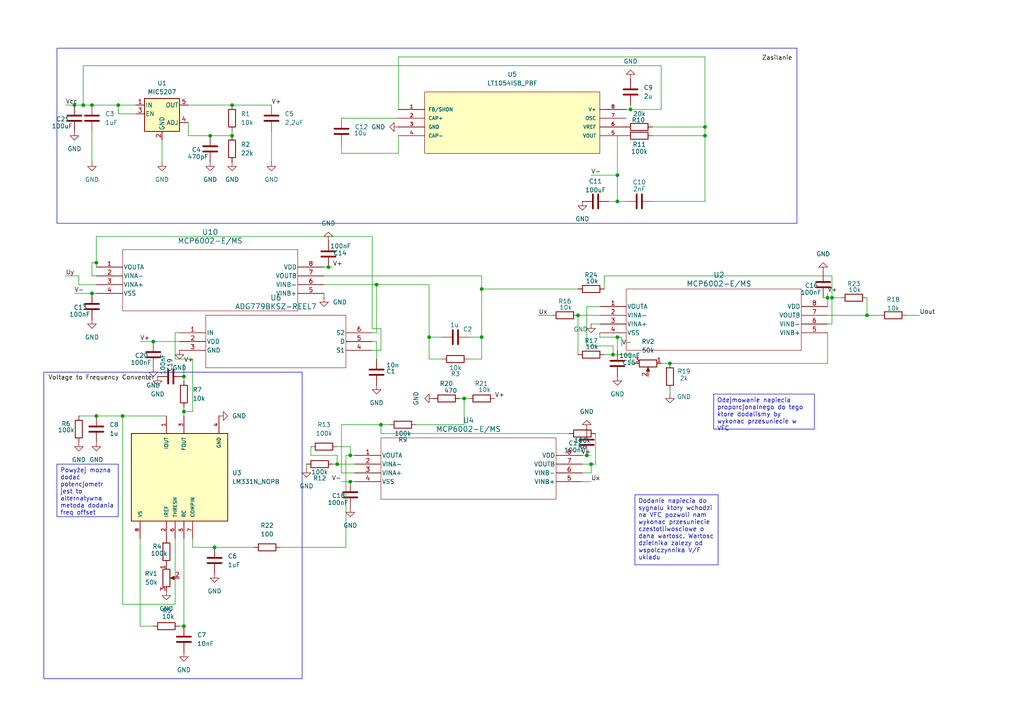
<source format=kicad_sch>
(kicad_sch
	(version 20231120)
	(generator "eeschema")
	(generator_version "8.0")
	(uuid "7fd3e664-a9c1-4cae-b63b-c79072a7b237")
	(paper "A4")
	(title_block
		(title "Układ mnożący")
		(company "JAW")
	)
	(lib_symbols
		(symbol "4xxx:LT1054IS8_PBF"
			(pin_names
				(offset 1.016)
			)
			(exclude_from_sim no)
			(in_bom yes)
			(on_board yes)
			(property "Reference" "U"
				(at 28.2956 9.1186 0)
				(effects
					(font
						(size 1.27 1.27)
					)
					(justify left bottom)
				)
			)
			(property "Value" "LT1054IS8_PBF"
				(at 27.6606 6.5786 0)
				(effects
					(font
						(size 1.27 1.27)
					)
					(justify left bottom)
				)
			)
			(property "Footprint" "LT1054IS8_PBF:SO-8_S"
				(at 0 0 0)
				(effects
					(font
						(size 1.27 1.27)
					)
					(justify bottom)
					(hide yes)
				)
			)
			(property "Datasheet" ""
				(at 0 0 0)
				(effects
					(font
						(size 1.27 1.27)
					)
					(hide yes)
				)
			)
			(property "Description" ""
				(at 0 0 0)
				(effects
					(font
						(size 1.27 1.27)
					)
					(hide yes)
				)
			)
			(property "MF" "Analog Devices"
				(at 0 0 0)
				(effects
					(font
						(size 1.27 1.27)
					)
					(justify bottom)
					(hide yes)
				)
			)
			(property "VENDOR" "Linear Technology"
				(at 0 0 0)
				(effects
					(font
						(size 1.27 1.27)
					)
					(justify bottom)
					(hide yes)
				)
			)
			(property "Description_1" "\n                        \n                            The LT1054 is a monolithic, bipolar, switched-capacitor voltage converter and regulator. The LT1054 provides higher output current than previously available converters with significantly lower voltage losses. An adaptive switch driver scheme optimizes efficiency over a wide range of output currents. Total voltage loss at 100mA output current is typically 1.1V. This holds true over the full supply voltage range of 3.5V to 15V. Quiescent current is typically 2.5mA. The LT1054 also provides regulation, a feature not previously available in switched-capacitor voltage converters. By adding an external resistive divider a regulated output can be obtained. This output will be regulated against changes in both input voltage and output current. The LT1054 can also be shut down by grounding the feedback pin. Supply current in shutdown is less than 100μA. The internal oscillator of the LT1054 runs at a nominal frequency of 25kHz. The oscillator pin can be used to adjust the switching frequency or to externally synchronize the LT1054. The LT1054 is pin compatible with previous converters such the LTC1044/LTC7660. Applications Voltage Inverter Voltage Regulator Negative Voltage Doubler Positive Voltage Doubler\n                        \n"
				(at 0 0 0)
				(effects
					(font
						(size 1.27 1.27)
					)
					(justify bottom)
					(hide yes)
				)
			)
			(property "Package" "SOIC-8 Analog Devices"
				(at 0 0 0)
				(effects
					(font
						(size 1.27 1.27)
					)
					(justify bottom)
					(hide yes)
				)
			)
			(property "Price" "None"
				(at 0 0 0)
				(effects
					(font
						(size 1.27 1.27)
					)
					(justify bottom)
					(hide yes)
				)
			)
			(property "Check_prices" "https://www.snapeda.com/parts/LT1054IS8%23PBF/Analog+Devices/view-part/?ref=eda"
				(at 0 0 0)
				(effects
					(font
						(size 1.27 1.27)
					)
					(justify bottom)
					(hide yes)
				)
			)
			(property "SnapEDA_Link" "https://www.snapeda.com/parts/LT1054IS8%23PBF/Analog+Devices/view-part/?ref=snap"
				(at 0 0 0)
				(effects
					(font
						(size 1.27 1.27)
					)
					(justify bottom)
					(hide yes)
				)
			)
			(property "MP" "LT1054IS8#PBF"
				(at 0 0 0)
				(effects
					(font
						(size 1.27 1.27)
					)
					(justify bottom)
					(hide yes)
				)
			)
			(property "Availability" "In Stock"
				(at 0 0 0)
				(effects
					(font
						(size 1.27 1.27)
					)
					(justify bottom)
					(hide yes)
				)
			)
			(property "MANUFACTURER_PART_NUMBER" "lt1054is8"
				(at 0 0 0)
				(effects
					(font
						(size 1.27 1.27)
					)
					(justify bottom)
					(hide yes)
				)
			)
			(symbol "LT1054IS8_PBF_0_0"
				(rectangle
					(start 7.62 -12.7)
					(end 58.42 5.08)
					(stroke
						(width 0.1524)
						(type default)
					)
					(fill
						(type background)
					)
				)
				(pin passive line
					(at 0 0 0)
					(length 7.62)
					(name "FB/SHDN"
						(effects
							(font
								(size 1.016 1.016)
							)
						)
					)
					(number "1"
						(effects
							(font
								(size 1.016 1.016)
							)
						)
					)
				)
				(pin passive line
					(at 0 -2.54 0)
					(length 7.62)
					(name "CAP+"
						(effects
							(font
								(size 1.016 1.016)
							)
						)
					)
					(number "2"
						(effects
							(font
								(size 1.016 1.016)
							)
						)
					)
				)
				(pin power_in line
					(at 0 -5.08 0)
					(length 7.62)
					(name "GND"
						(effects
							(font
								(size 1.016 1.016)
							)
						)
					)
					(number "3"
						(effects
							(font
								(size 1.016 1.016)
							)
						)
					)
				)
				(pin passive line
					(at 0 -7.62 0)
					(length 7.62)
					(name "CAP-"
						(effects
							(font
								(size 1.016 1.016)
							)
						)
					)
					(number "4"
						(effects
							(font
								(size 1.016 1.016)
							)
						)
					)
				)
				(pin output line
					(at 66.04 -7.62 180)
					(length 7.62)
					(name "VOUT"
						(effects
							(font
								(size 1.016 1.016)
							)
						)
					)
					(number "5"
						(effects
							(font
								(size 1.016 1.016)
							)
						)
					)
				)
				(pin power_in line
					(at 66.04 -5.08 180)
					(length 7.62)
					(name "VREF"
						(effects
							(font
								(size 1.016 1.016)
							)
						)
					)
					(number "6"
						(effects
							(font
								(size 1.016 1.016)
							)
						)
					)
				)
				(pin passive line
					(at 66.04 -2.54 180)
					(length 7.62)
					(name "OSC"
						(effects
							(font
								(size 1.016 1.016)
							)
						)
					)
					(number "7"
						(effects
							(font
								(size 1.016 1.016)
							)
						)
					)
				)
				(pin power_in line
					(at 66.04 0 180)
					(length 7.62)
					(name "V+"
						(effects
							(font
								(size 1.016 1.016)
							)
						)
					)
					(number "8"
						(effects
							(font
								(size 1.016 1.016)
							)
						)
					)
				)
			)
		)
		(symbol "Connector:LM331N_NOPB"
			(pin_names
				(offset 1.016)
			)
			(exclude_from_sim no)
			(in_bom yes)
			(on_board yes)
			(property "Reference" "U"
				(at -12.7 13.97 0)
				(effects
					(font
						(size 1.27 1.27)
					)
					(justify left bottom)
				)
			)
			(property "Value" "LM331N_NOPB"
				(at -12.7 -16.51 0)
				(effects
					(font
						(size 1.27 1.27)
					)
					(justify left top)
				)
			)
			(property "Footprint" "LM331N_NOPB:DIP794W45P254L959H508Q8"
				(at 0 0 0)
				(effects
					(font
						(size 1.27 1.27)
					)
					(justify bottom)
					(hide yes)
				)
			)
			(property "Datasheet" ""
				(at 0 0 0)
				(effects
					(font
						(size 1.27 1.27)
					)
					(hide yes)
				)
			)
			(property "Description" ""
				(at 0 0 0)
				(effects
					(font
						(size 1.27 1.27)
					)
					(hide yes)
				)
			)
			(property "MF" "Texas Instruments"
				(at 0 0 0)
				(effects
					(font
						(size 1.27 1.27)
					)
					(justify bottom)
					(hide yes)
				)
			)
			(property "MAXIMUM_PACKAGE_HEIGHT" "5.08mm"
				(at 0 0 0)
				(effects
					(font
						(size 1.27 1.27)
					)
					(justify bottom)
					(hide yes)
				)
			)
			(property "Package" "PDIP-8 Texas"
				(at 0 0 0)
				(effects
					(font
						(size 1.27 1.27)
					)
					(justify bottom)
					(hide yes)
				)
			)
			(property "Price" "None"
				(at 0 0 0)
				(effects
					(font
						(size 1.27 1.27)
					)
					(justify bottom)
					(hide yes)
				)
			)
			(property "Check_prices" "https://www.snapeda.com/parts/LM331N/NOPB/Texas+Instruments/view-part/?ref=eda"
				(at 0 0 0)
				(effects
					(font
						(size 1.27 1.27)
					)
					(justify bottom)
					(hide yes)
				)
			)
			(property "STANDARD" "IPC-7351B"
				(at 0 0 0)
				(effects
					(font
						(size 1.27 1.27)
					)
					(justify bottom)
					(hide yes)
				)
			)
			(property "PARTREV" "4040082/E 04/2010"
				(at 0 0 0)
				(effects
					(font
						(size 1.27 1.27)
					)
					(justify bottom)
					(hide yes)
				)
			)
			(property "SnapEDA_Link" "https://www.snapeda.com/parts/LM331N/NOPB/Texas+Instruments/view-part/?ref=snap"
				(at 0 0 0)
				(effects
					(font
						(size 1.27 1.27)
					)
					(justify bottom)
					(hide yes)
				)
			)
			(property "MP" "LM331N/NOPB"
				(at 0 0 0)
				(effects
					(font
						(size 1.27 1.27)
					)
					(justify bottom)
					(hide yes)
				)
			)
			(property "Description_1" "\nPrecision voltage-to-frequency converter with 1-Hz to 100-kHz full scale frequency\n"
				(at 0 0 0)
				(effects
					(font
						(size 1.27 1.27)
					)
					(justify bottom)
					(hide yes)
				)
			)
			(property "Availability" "In Stock"
				(at 0 0 0)
				(effects
					(font
						(size 1.27 1.27)
					)
					(justify bottom)
					(hide yes)
				)
			)
			(property "MANUFACTURER" "Texas Instruments"
				(at 0 0 0)
				(effects
					(font
						(size 1.27 1.27)
					)
					(justify bottom)
					(hide yes)
				)
			)
			(symbol "LM331N_NOPB_0_0"
				(rectangle
					(start -12.7 -15.24)
					(end 12.7 12.7)
					(stroke
						(width 0.254)
						(type default)
					)
					(fill
						(type background)
					)
				)
				(pin output line
					(at 17.78 2.54 180)
					(length 5.08)
					(name "IOUT"
						(effects
							(font
								(size 1.016 1.016)
							)
						)
					)
					(number "1"
						(effects
							(font
								(size 1.016 1.016)
							)
						)
					)
				)
				(pin input line
					(at -17.78 2.54 0)
					(length 5.08)
					(name "IREF"
						(effects
							(font
								(size 1.016 1.016)
							)
						)
					)
					(number "2"
						(effects
							(font
								(size 1.016 1.016)
							)
						)
					)
				)
				(pin output line
					(at 17.78 -2.54 180)
					(length 5.08)
					(name "FOUT"
						(effects
							(font
								(size 1.016 1.016)
							)
						)
					)
					(number "3"
						(effects
							(font
								(size 1.016 1.016)
							)
						)
					)
				)
				(pin power_in line
					(at 17.78 -12.7 180)
					(length 5.08)
					(name "GND"
						(effects
							(font
								(size 1.016 1.016)
							)
						)
					)
					(number "4"
						(effects
							(font
								(size 1.016 1.016)
							)
						)
					)
				)
				(pin input line
					(at -17.78 -2.54 0)
					(length 5.08)
					(name "RC"
						(effects
							(font
								(size 1.016 1.016)
							)
						)
					)
					(number "5"
						(effects
							(font
								(size 1.016 1.016)
							)
						)
					)
				)
				(pin input line
					(at -17.78 0 0)
					(length 5.08)
					(name "THRESH"
						(effects
							(font
								(size 1.016 1.016)
							)
						)
					)
					(number "6"
						(effects
							(font
								(size 1.016 1.016)
							)
						)
					)
				)
				(pin input line
					(at -17.78 -5.08 0)
					(length 5.08)
					(name "COMPIN"
						(effects
							(font
								(size 1.016 1.016)
							)
						)
					)
					(number "7"
						(effects
							(font
								(size 1.016 1.016)
							)
						)
					)
				)
				(pin power_in line
					(at -17.78 10.16 0)
					(length 5.08)
					(name "VS"
						(effects
							(font
								(size 1.016 1.016)
							)
						)
					)
					(number "8"
						(effects
							(font
								(size 1.016 1.016)
							)
						)
					)
				)
			)
		)
		(symbol "Device:C"
			(pin_numbers hide)
			(pin_names
				(offset 0.254)
			)
			(exclude_from_sim no)
			(in_bom yes)
			(on_board yes)
			(property "Reference" "C"
				(at 0.635 2.54 0)
				(effects
					(font
						(size 1.27 1.27)
					)
					(justify left)
				)
			)
			(property "Value" "C"
				(at 0.635 -2.54 0)
				(effects
					(font
						(size 1.27 1.27)
					)
					(justify left)
				)
			)
			(property "Footprint" ""
				(at 0.9652 -3.81 0)
				(effects
					(font
						(size 1.27 1.27)
					)
					(hide yes)
				)
			)
			(property "Datasheet" "~"
				(at 0 0 0)
				(effects
					(font
						(size 1.27 1.27)
					)
					(hide yes)
				)
			)
			(property "Description" "Unpolarized capacitor"
				(at 0 0 0)
				(effects
					(font
						(size 1.27 1.27)
					)
					(hide yes)
				)
			)
			(property "ki_keywords" "cap capacitor"
				(at 0 0 0)
				(effects
					(font
						(size 1.27 1.27)
					)
					(hide yes)
				)
			)
			(property "ki_fp_filters" "C_*"
				(at 0 0 0)
				(effects
					(font
						(size 1.27 1.27)
					)
					(hide yes)
				)
			)
			(symbol "C_0_1"
				(polyline
					(pts
						(xy -2.032 -0.762) (xy 2.032 -0.762)
					)
					(stroke
						(width 0.508)
						(type default)
					)
					(fill
						(type none)
					)
				)
				(polyline
					(pts
						(xy -2.032 0.762) (xy 2.032 0.762)
					)
					(stroke
						(width 0.508)
						(type default)
					)
					(fill
						(type none)
					)
				)
			)
			(symbol "C_1_1"
				(pin passive line
					(at 0 3.81 270)
					(length 2.794)
					(name "~"
						(effects
							(font
								(size 1.27 1.27)
							)
						)
					)
					(number "1"
						(effects
							(font
								(size 1.27 1.27)
							)
						)
					)
				)
				(pin passive line
					(at 0 -3.81 90)
					(length 2.794)
					(name "~"
						(effects
							(font
								(size 1.27 1.27)
							)
						)
					)
					(number "2"
						(effects
							(font
								(size 1.27 1.27)
							)
						)
					)
				)
			)
		)
		(symbol "Device:R"
			(pin_numbers hide)
			(pin_names
				(offset 0)
			)
			(exclude_from_sim no)
			(in_bom yes)
			(on_board yes)
			(property "Reference" "R"
				(at 2.032 0 90)
				(effects
					(font
						(size 1.27 1.27)
					)
				)
			)
			(property "Value" "R"
				(at 0 0 90)
				(effects
					(font
						(size 1.27 1.27)
					)
				)
			)
			(property "Footprint" ""
				(at -1.778 0 90)
				(effects
					(font
						(size 1.27 1.27)
					)
					(hide yes)
				)
			)
			(property "Datasheet" "~"
				(at 0 0 0)
				(effects
					(font
						(size 1.27 1.27)
					)
					(hide yes)
				)
			)
			(property "Description" "Resistor"
				(at 0 0 0)
				(effects
					(font
						(size 1.27 1.27)
					)
					(hide yes)
				)
			)
			(property "ki_keywords" "R res resistor"
				(at 0 0 0)
				(effects
					(font
						(size 1.27 1.27)
					)
					(hide yes)
				)
			)
			(property "ki_fp_filters" "R_*"
				(at 0 0 0)
				(effects
					(font
						(size 1.27 1.27)
					)
					(hide yes)
				)
			)
			(symbol "R_0_1"
				(rectangle
					(start -1.016 -2.54)
					(end 1.016 2.54)
					(stroke
						(width 0.254)
						(type default)
					)
					(fill
						(type none)
					)
				)
			)
			(symbol "R_1_1"
				(pin passive line
					(at 0 3.81 270)
					(length 1.27)
					(name "~"
						(effects
							(font
								(size 1.27 1.27)
							)
						)
					)
					(number "1"
						(effects
							(font
								(size 1.27 1.27)
							)
						)
					)
				)
				(pin passive line
					(at 0 -3.81 90)
					(length 1.27)
					(name "~"
						(effects
							(font
								(size 1.27 1.27)
							)
						)
					)
					(number "2"
						(effects
							(font
								(size 1.27 1.27)
							)
						)
					)
				)
			)
		)
		(symbol "Device:R_Potentiometer"
			(pin_names
				(offset 1.016) hide)
			(exclude_from_sim no)
			(in_bom yes)
			(on_board yes)
			(property "Reference" "RV"
				(at -4.445 0 90)
				(effects
					(font
						(size 1.27 1.27)
					)
				)
			)
			(property "Value" "R_Potentiometer"
				(at -2.54 0 90)
				(effects
					(font
						(size 1.27 1.27)
					)
				)
			)
			(property "Footprint" ""
				(at 0 0 0)
				(effects
					(font
						(size 1.27 1.27)
					)
					(hide yes)
				)
			)
			(property "Datasheet" "~"
				(at 0 0 0)
				(effects
					(font
						(size 1.27 1.27)
					)
					(hide yes)
				)
			)
			(property "Description" "Potentiometer"
				(at 0 0 0)
				(effects
					(font
						(size 1.27 1.27)
					)
					(hide yes)
				)
			)
			(property "ki_keywords" "resistor variable"
				(at 0 0 0)
				(effects
					(font
						(size 1.27 1.27)
					)
					(hide yes)
				)
			)
			(property "ki_fp_filters" "Potentiometer*"
				(at 0 0 0)
				(effects
					(font
						(size 1.27 1.27)
					)
					(hide yes)
				)
			)
			(symbol "R_Potentiometer_0_1"
				(polyline
					(pts
						(xy 2.54 0) (xy 1.524 0)
					)
					(stroke
						(width 0)
						(type default)
					)
					(fill
						(type none)
					)
				)
				(polyline
					(pts
						(xy 1.143 0) (xy 2.286 0.508) (xy 2.286 -0.508) (xy 1.143 0)
					)
					(stroke
						(width 0)
						(type default)
					)
					(fill
						(type outline)
					)
				)
				(rectangle
					(start 1.016 2.54)
					(end -1.016 -2.54)
					(stroke
						(width 0.254)
						(type default)
					)
					(fill
						(type none)
					)
				)
			)
			(symbol "R_Potentiometer_1_1"
				(pin passive line
					(at 0 3.81 270)
					(length 1.27)
					(name "1"
						(effects
							(font
								(size 1.27 1.27)
							)
						)
					)
					(number "1"
						(effects
							(font
								(size 1.27 1.27)
							)
						)
					)
				)
				(pin passive line
					(at 3.81 0 180)
					(length 1.27)
					(name "2"
						(effects
							(font
								(size 1.27 1.27)
							)
						)
					)
					(number "2"
						(effects
							(font
								(size 1.27 1.27)
							)
						)
					)
				)
				(pin passive line
					(at 0 -3.81 90)
					(length 1.27)
					(name "3"
						(effects
							(font
								(size 1.27 1.27)
							)
						)
					)
					(number "3"
						(effects
							(font
								(size 1.27 1.27)
							)
						)
					)
				)
			)
		)
		(symbol "KS_6_ADI-L:ADG779BKSZ-REEL7"
			(pin_names
				(offset 0.254)
			)
			(exclude_from_sim no)
			(in_bom yes)
			(on_board yes)
			(property "Reference" "U"
				(at 27.94 10.16 0)
				(effects
					(font
						(size 1.524 1.524)
					)
				)
			)
			(property "Value" "ADG779BKSZ-REEL7"
				(at 27.94 7.62 0)
				(effects
					(font
						(size 1.524 1.524)
					)
				)
			)
			(property "Footprint" "KS_6_ADI"
				(at 0 0 0)
				(effects
					(font
						(size 1.27 1.27)
						(italic yes)
					)
					(hide yes)
				)
			)
			(property "Datasheet" "ADG779BKSZ-REEL7"
				(at 0 0 0)
				(effects
					(font
						(size 1.27 1.27)
						(italic yes)
					)
					(hide yes)
				)
			)
			(property "Description" ""
				(at 0 0 0)
				(effects
					(font
						(size 1.27 1.27)
					)
					(hide yes)
				)
			)
			(property "ki_locked" ""
				(at 0 0 0)
				(effects
					(font
						(size 1.27 1.27)
					)
				)
			)
			(property "ki_keywords" "ADG779BKSZ-REEL7"
				(at 0 0 0)
				(effects
					(font
						(size 1.27 1.27)
					)
					(hide yes)
				)
			)
			(property "ki_fp_filters" "KS_6_ADI KS_6_ADI-M KS_6_ADI-L"
				(at 0 0 0)
				(effects
					(font
						(size 1.27 1.27)
					)
					(hide yes)
				)
			)
			(symbol "ADG779BKSZ-REEL7_0_1"
				(polyline
					(pts
						(xy 7.62 -10.16) (xy 48.26 -10.16)
					)
					(stroke
						(width 0.127)
						(type default)
					)
					(fill
						(type none)
					)
				)
				(polyline
					(pts
						(xy 7.62 5.08) (xy 7.62 -10.16)
					)
					(stroke
						(width 0.127)
						(type default)
					)
					(fill
						(type none)
					)
				)
				(polyline
					(pts
						(xy 48.26 -10.16) (xy 48.26 5.08)
					)
					(stroke
						(width 0.127)
						(type default)
					)
					(fill
						(type none)
					)
				)
				(polyline
					(pts
						(xy 48.26 5.08) (xy 7.62 5.08)
					)
					(stroke
						(width 0.127)
						(type default)
					)
					(fill
						(type none)
					)
				)
				(pin input line
					(at 0 0 0)
					(length 7.62)
					(name "IN"
						(effects
							(font
								(size 1.27 1.27)
							)
						)
					)
					(number "1"
						(effects
							(font
								(size 1.27 1.27)
							)
						)
					)
				)
				(pin power_in line
					(at 0 -2.54 0)
					(length 7.62)
					(name "VDD"
						(effects
							(font
								(size 1.27 1.27)
							)
						)
					)
					(number "2"
						(effects
							(font
								(size 1.27 1.27)
							)
						)
					)
				)
				(pin power_in line
					(at 0 -5.08 0)
					(length 7.62)
					(name "GND"
						(effects
							(font
								(size 1.27 1.27)
							)
						)
					)
					(number "3"
						(effects
							(font
								(size 1.27 1.27)
							)
						)
					)
				)
				(pin bidirectional line
					(at 55.88 -5.08 180)
					(length 7.62)
					(name "S1"
						(effects
							(font
								(size 1.27 1.27)
							)
						)
					)
					(number "4"
						(effects
							(font
								(size 1.27 1.27)
							)
						)
					)
				)
				(pin bidirectional line
					(at 55.88 -2.54 180)
					(length 7.62)
					(name "D"
						(effects
							(font
								(size 1.27 1.27)
							)
						)
					)
					(number "5"
						(effects
							(font
								(size 1.27 1.27)
							)
						)
					)
				)
				(pin bidirectional line
					(at 55.88 0 180)
					(length 7.62)
					(name "S2"
						(effects
							(font
								(size 1.27 1.27)
							)
						)
					)
					(number "6"
						(effects
							(font
								(size 1.27 1.27)
							)
						)
					)
				)
			)
		)
		(symbol "MCP6002:MCP6002-E_MS"
			(pin_names
				(offset 0.254)
			)
			(exclude_from_sim no)
			(in_bom yes)
			(on_board yes)
			(property "Reference" "U"
				(at 33.02 10.16 0)
				(effects
					(font
						(size 1.524 1.524)
					)
				)
			)
			(property "Value" "MCP6002-E/MS"
				(at 33.02 7.62 0)
				(effects
					(font
						(size 1.524 1.524)
					)
				)
			)
			(property "Footprint" "MSOP8_MC_MCH"
				(at 0 0 0)
				(effects
					(font
						(size 1.27 1.27)
						(italic yes)
					)
					(hide yes)
				)
			)
			(property "Datasheet" "MCP6002-E/MS"
				(at 0 0 0)
				(effects
					(font
						(size 1.27 1.27)
						(italic yes)
					)
					(hide yes)
				)
			)
			(property "Description" ""
				(at 0 0 0)
				(effects
					(font
						(size 1.27 1.27)
					)
					(hide yes)
				)
			)
			(property "ki_locked" ""
				(at 0 0 0)
				(effects
					(font
						(size 1.27 1.27)
					)
				)
			)
			(property "ki_keywords" "MCP6002-E/MS"
				(at 0 0 0)
				(effects
					(font
						(size 1.27 1.27)
					)
					(hide yes)
				)
			)
			(property "ki_fp_filters" "MSOP8_MC_MCH MSOP8_MC_MCH-M MSOP8_MC_MCH-L"
				(at 0 0 0)
				(effects
					(font
						(size 1.27 1.27)
					)
					(hide yes)
				)
			)
			(symbol "MCP6002-E_MS_1_1"
				(polyline
					(pts
						(xy 7.62 -12.7) (xy 58.42 -12.7)
					)
					(stroke
						(width 0.127)
						(type default)
					)
					(fill
						(type none)
					)
				)
				(polyline
					(pts
						(xy 7.62 5.08) (xy 7.62 -12.7)
					)
					(stroke
						(width 0.127)
						(type default)
					)
					(fill
						(type none)
					)
				)
				(polyline
					(pts
						(xy 58.42 -12.7) (xy 58.42 5.08)
					)
					(stroke
						(width 0.127)
						(type default)
					)
					(fill
						(type none)
					)
				)
				(polyline
					(pts
						(xy 58.42 5.08) (xy 7.62 5.08)
					)
					(stroke
						(width 0.127)
						(type default)
					)
					(fill
						(type none)
					)
				)
				(pin unspecified line
					(at 0 0 0)
					(length 7.62)
					(name "VOUTA"
						(effects
							(font
								(size 1.27 1.27)
							)
						)
					)
					(number "1"
						(effects
							(font
								(size 1.27 1.27)
							)
						)
					)
				)
				(pin unspecified line
					(at 0 -2.54 0)
					(length 7.62)
					(name "VINA-"
						(effects
							(font
								(size 1.27 1.27)
							)
						)
					)
					(number "2"
						(effects
							(font
								(size 1.27 1.27)
							)
						)
					)
				)
				(pin unspecified line
					(at 0 -5.08 0)
					(length 7.62)
					(name "VINA+"
						(effects
							(font
								(size 1.27 1.27)
							)
						)
					)
					(number "3"
						(effects
							(font
								(size 1.27 1.27)
							)
						)
					)
				)
				(pin unspecified line
					(at 0 -7.62 0)
					(length 7.62)
					(name "VSS"
						(effects
							(font
								(size 1.27 1.27)
							)
						)
					)
					(number "4"
						(effects
							(font
								(size 1.27 1.27)
							)
						)
					)
				)
				(pin unspecified line
					(at 66.04 -7.62 180)
					(length 7.62)
					(name "VINB+"
						(effects
							(font
								(size 1.27 1.27)
							)
						)
					)
					(number "5"
						(effects
							(font
								(size 1.27 1.27)
							)
						)
					)
				)
				(pin unspecified line
					(at 66.04 -5.08 180)
					(length 7.62)
					(name "VINB-"
						(effects
							(font
								(size 1.27 1.27)
							)
						)
					)
					(number "6"
						(effects
							(font
								(size 1.27 1.27)
							)
						)
					)
				)
				(pin unspecified line
					(at 66.04 -2.54 180)
					(length 7.62)
					(name "VOUTB"
						(effects
							(font
								(size 1.27 1.27)
							)
						)
					)
					(number "7"
						(effects
							(font
								(size 1.27 1.27)
							)
						)
					)
				)
				(pin unspecified line
					(at 66.04 0 180)
					(length 7.62)
					(name "VDD"
						(effects
							(font
								(size 1.27 1.27)
							)
						)
					)
					(number "8"
						(effects
							(font
								(size 1.27 1.27)
							)
						)
					)
				)
			)
		)
		(symbol "Regulator_Linear:MIC5205YM5"
			(pin_names
				(offset 0.254)
			)
			(exclude_from_sim no)
			(in_bom yes)
			(on_board yes)
			(property "Reference" "U"
				(at -3.81 5.715 0)
				(effects
					(font
						(size 1.27 1.27)
					)
				)
			)
			(property "Value" "MIC5205YM5"
				(at 0 5.715 0)
				(effects
					(font
						(size 1.27 1.27)
					)
					(justify left)
				)
			)
			(property "Footprint" "Package_TO_SOT_SMD:SOT-23-5"
				(at 0 8.255 0)
				(effects
					(font
						(size 1.27 1.27)
					)
					(hide yes)
				)
			)
			(property "Datasheet" "http://ww1.microchip.com/downloads/en/DeviceDoc/20005785A.pdf"
				(at 0 0 0)
				(effects
					(font
						(size 1.27 1.27)
					)
					(hide yes)
				)
			)
			(property "Description" "150mA low dropout linear regulator, adjustable output, SOT-23-5"
				(at 0 0 0)
				(effects
					(font
						(size 1.27 1.27)
					)
					(hide yes)
				)
			)
			(property "ki_keywords" "150mA low-noise LDO linear voltage regulator adjustable positive"
				(at 0 0 0)
				(effects
					(font
						(size 1.27 1.27)
					)
					(hide yes)
				)
			)
			(property "ki_fp_filters" "SOT?23*"
				(at 0 0 0)
				(effects
					(font
						(size 1.27 1.27)
					)
					(hide yes)
				)
			)
			(symbol "MIC5205YM5_0_1"
				(rectangle
					(start -5.08 4.445)
					(end 5.08 -5.08)
					(stroke
						(width 0.254)
						(type default)
					)
					(fill
						(type background)
					)
				)
			)
			(symbol "MIC5205YM5_1_1"
				(pin power_in line
					(at -7.62 2.54 0)
					(length 2.54)
					(name "IN"
						(effects
							(font
								(size 1.27 1.27)
							)
						)
					)
					(number "1"
						(effects
							(font
								(size 1.27 1.27)
							)
						)
					)
				)
				(pin power_in line
					(at 0 -7.62 90)
					(length 2.54)
					(name "GND"
						(effects
							(font
								(size 1.27 1.27)
							)
						)
					)
					(number "2"
						(effects
							(font
								(size 1.27 1.27)
							)
						)
					)
				)
				(pin input line
					(at -7.62 0 0)
					(length 2.54)
					(name "EN"
						(effects
							(font
								(size 1.27 1.27)
							)
						)
					)
					(number "3"
						(effects
							(font
								(size 1.27 1.27)
							)
						)
					)
				)
				(pin input line
					(at 7.62 -2.54 180)
					(length 2.54)
					(name "ADJ"
						(effects
							(font
								(size 1.27 1.27)
							)
						)
					)
					(number "4"
						(effects
							(font
								(size 1.27 1.27)
							)
						)
					)
				)
				(pin power_out line
					(at 7.62 2.54 180)
					(length 2.54)
					(name "OUT"
						(effects
							(font
								(size 1.27 1.27)
							)
						)
					)
					(number "5"
						(effects
							(font
								(size 1.27 1.27)
							)
						)
					)
				)
			)
		)
		(symbol "power:GND"
			(power)
			(pin_numbers hide)
			(pin_names
				(offset 0) hide)
			(exclude_from_sim no)
			(in_bom yes)
			(on_board yes)
			(property "Reference" "#PWR"
				(at 0 -6.35 0)
				(effects
					(font
						(size 1.27 1.27)
					)
					(hide yes)
				)
			)
			(property "Value" "GND"
				(at 0 -3.81 0)
				(effects
					(font
						(size 1.27 1.27)
					)
				)
			)
			(property "Footprint" ""
				(at 0 0 0)
				(effects
					(font
						(size 1.27 1.27)
					)
					(hide yes)
				)
			)
			(property "Datasheet" ""
				(at 0 0 0)
				(effects
					(font
						(size 1.27 1.27)
					)
					(hide yes)
				)
			)
			(property "Description" "Power symbol creates a global label with name \"GND\" , ground"
				(at 0 0 0)
				(effects
					(font
						(size 1.27 1.27)
					)
					(hide yes)
				)
			)
			(property "ki_keywords" "global power"
				(at 0 0 0)
				(effects
					(font
						(size 1.27 1.27)
					)
					(hide yes)
				)
			)
			(symbol "GND_0_1"
				(polyline
					(pts
						(xy 0 0) (xy 0 -1.27) (xy 1.27 -1.27) (xy 0 -2.54) (xy -1.27 -1.27) (xy 0 -1.27)
					)
					(stroke
						(width 0)
						(type default)
					)
					(fill
						(type none)
					)
				)
			)
			(symbol "GND_1_1"
				(pin power_in line
					(at 0 0 270)
					(length 0)
					(name "~"
						(effects
							(font
								(size 1.27 1.27)
							)
						)
					)
					(number "1"
						(effects
							(font
								(size 1.27 1.27)
							)
						)
					)
				)
			)
		)
	)
	(junction
		(at 124.46 97.79)
		(diameter 0)
		(color 0 0 0 0)
		(uuid "0fd085a7-5e08-4a90-88a5-641143a0adc0")
	)
	(junction
		(at 251.46 91.44)
		(diameter 0)
		(color 0 0 0 0)
		(uuid "1051fc39-32fc-4840-b718-3feece17fd37")
	)
	(junction
		(at 110.49 123.19)
		(diameter 0)
		(color 0 0 0 0)
		(uuid "1480da54-a7b7-4dd8-a901-8593d7245b38")
	)
	(junction
		(at 27.94 76.2)
		(diameter 0)
		(color 0 0 0 0)
		(uuid "16ea878a-d2b4-482a-9e30-0f10e37b8613")
	)
	(junction
		(at 26.67 85.09)
		(diameter 0)
		(color 0 0 0 0)
		(uuid "1e3c7aec-51a0-4975-b3d4-f029632b4a16")
	)
	(junction
		(at 27.94 120.65)
		(diameter 0)
		(color 0 0 0 0)
		(uuid "1e488492-abb4-4c6c-ad62-f59a27e1ec8d")
	)
	(junction
		(at 67.31 30.48)
		(diameter 0)
		(color 0 0 0 0)
		(uuid "25de185f-38b5-4930-bc76-4a93b065d50a")
	)
	(junction
		(at 95.25 77.47)
		(diameter 0)
		(color 0 0 0 0)
		(uuid "27040891-a59c-40ca-b22c-bfc36176e233")
	)
	(junction
		(at 21.59 30.48)
		(diameter 0)
		(color 0 0 0 0)
		(uuid "2c16616d-1f2f-465d-9301-30e73b34ee9a")
	)
	(junction
		(at 60.96 39.37)
		(diameter 0)
		(color 0 0 0 0)
		(uuid "37e4d2c1-dbfe-4fa2-9983-97119d8be203")
	)
	(junction
		(at 34.29 30.48)
		(diameter 0)
		(color 0 0 0 0)
		(uuid "3e77efdb-c69f-4d88-9026-df8e77880434")
	)
	(junction
		(at 194.31 105.41)
		(diameter 0)
		(color 0 0 0 0)
		(uuid "3edfbb11-5574-41e7-be0f-bc9516b73ae6")
	)
	(junction
		(at 179.07 97.79)
		(diameter 0)
		(color 0 0 0 0)
		(uuid "4a6964bd-8269-4f75-bf0e-e400d74522ea")
	)
	(junction
		(at 171.45 134.62)
		(diameter 0)
		(color 0 0 0 0)
		(uuid "4b7839b9-4d70-4a4b-98f0-809ded4dd91b")
	)
	(junction
		(at 26.67 30.48)
		(diameter 0)
		(color 0 0 0 0)
		(uuid "4ca4c6fb-aab4-4bd4-ace0-db53ae39e299")
	)
	(junction
		(at 62.23 158.75)
		(diameter 0)
		(color 0 0 0 0)
		(uuid "50e0ebaa-5d18-4f42-ad36-f804d74614f6")
	)
	(junction
		(at 53.34 119.38)
		(diameter 0)
		(color 0 0 0 0)
		(uuid "513430cd-6881-41b9-8138-4b65875b2683")
	)
	(junction
		(at 241.3 86.36)
		(diameter 0)
		(color 0 0 0 0)
		(uuid "51fe0331-ddbd-4931-9d88-464f57097aff")
	)
	(junction
		(at 101.6 132.08)
		(diameter 0)
		(color 0 0 0 0)
		(uuid "5ee916e4-2974-4d42-b16a-3f993b480f9a")
	)
	(junction
		(at 109.22 82.55)
		(diameter 0)
		(color 0 0 0 0)
		(uuid "6232c7ef-9c1b-42e4-9071-ec95f7ef12b6")
	)
	(junction
		(at 53.34 109.22)
		(diameter 0)
		(color 0 0 0 0)
		(uuid "6a265898-4fd2-4e0d-a5dd-2270ff1eeee6")
	)
	(junction
		(at 44.45 99.06)
		(diameter 0)
		(color 0 0 0 0)
		(uuid "6e2e6415-ae7f-47e6-82ec-041cc7ba8a0c")
	)
	(junction
		(at 97.79 134.62)
		(diameter 0)
		(color 0 0 0 0)
		(uuid "7148fac6-f5e8-493b-ba7d-d0ab91bded4c")
	)
	(junction
		(at 240.03 86.36)
		(diameter 0)
		(color 0 0 0 0)
		(uuid "77512a61-8635-4d90-9dae-3ba7181fe1c2")
	)
	(junction
		(at 101.6 139.7)
		(diameter 0)
		(color 0 0 0 0)
		(uuid "7d6c17df-44d5-4e43-aa43-021b6a829988")
	)
	(junction
		(at 24.13 30.48)
		(diameter 0)
		(color 0 0 0 0)
		(uuid "7e72e2b6-3e65-4e1a-906a-11107e08a1d9")
	)
	(junction
		(at 139.7 83.82)
		(diameter 0)
		(color 0 0 0 0)
		(uuid "9495e0b6-c853-491f-adf7-2e0b4950a897")
	)
	(junction
		(at 139.7 97.79)
		(diameter 0)
		(color 0 0 0 0)
		(uuid "9a3730e2-2acd-442b-ab07-0d636b65a259")
	)
	(junction
		(at 177.8 102.87)
		(diameter 0)
		(color 0 0 0 0)
		(uuid "9fbcc8e3-ced2-46eb-9489-f7dc17db9ffb")
	)
	(junction
		(at 35.56 120.65)
		(diameter 0)
		(color 0 0 0 0)
		(uuid "a329f9b9-35f3-43ec-aaab-1a47b541b6a9")
	)
	(junction
		(at 204.47 39.37)
		(diameter 0)
		(color 0 0 0 0)
		(uuid "aa4ca0dc-be00-4730-bbaa-2b7ec1ce95af")
	)
	(junction
		(at 170.18 132.08)
		(diameter 0)
		(color 0 0 0 0)
		(uuid "afef9047-b6b5-4160-8fa1-3f54d6e33734")
	)
	(junction
		(at 167.64 91.44)
		(diameter 0)
		(color 0 0 0 0)
		(uuid "b5e38189-f0ac-437f-ace0-c966381586e9")
	)
	(junction
		(at 182.88 31.75)
		(diameter 0)
		(color 0 0 0 0)
		(uuid "bf84312b-6778-4239-bf49-a9f42f1f2e8d")
	)
	(junction
		(at 53.34 181.61)
		(diameter 0)
		(color 0 0 0 0)
		(uuid "c1b2762c-058d-469e-9fe1-caf164dc41d6")
	)
	(junction
		(at 204.47 36.83)
		(diameter 0)
		(color 0 0 0 0)
		(uuid "c1c4c7df-54aa-4e7c-8f51-14098021c7fd")
	)
	(junction
		(at 179.07 58.42)
		(diameter 0)
		(color 0 0 0 0)
		(uuid "c9ffca25-fce5-40eb-9296-1a0758b090b4")
	)
	(junction
		(at 67.31 39.37)
		(diameter 0)
		(color 0 0 0 0)
		(uuid "d54b96bd-b778-4ea3-be7a-70631e8714d6")
	)
	(junction
		(at 134.62 115.57)
		(diameter 0)
		(color 0 0 0 0)
		(uuid "eb512460-0b9a-4d5d-b91b-e1824a41b5ea")
	)
	(junction
		(at 179.07 50.8)
		(diameter 0)
		(color 0 0 0 0)
		(uuid "f3102484-9916-4bc1-965e-5cf101c432b4")
	)
	(wire
		(pts
			(xy 27.94 80.01) (xy 26.67 80.01)
		)
		(stroke
			(width 0)
			(type default)
		)
		(uuid "03227b4a-c496-4efa-ad58-16562ac299db")
	)
	(wire
		(pts
			(xy 101.6 139.7) (xy 102.87 139.7)
		)
		(stroke
			(width 0)
			(type default)
		)
		(uuid "055bd045-bbcc-41ac-bd37-c4cdfbabd4f5")
	)
	(wire
		(pts
			(xy 134.62 123.19) (xy 120.65 123.19)
		)
		(stroke
			(width 0)
			(type default)
		)
		(uuid "05c31226-6c9c-44ae-9715-fbcd859f7ca6")
	)
	(wire
		(pts
			(xy 93.98 77.47) (xy 95.25 77.47)
		)
		(stroke
			(width 0)
			(type default)
		)
		(uuid "0867b73e-bbcf-4b83-9957-821991eeb9af")
	)
	(wire
		(pts
			(xy 55.88 104.14) (xy 55.88 119.38)
		)
		(stroke
			(width 0)
			(type default)
		)
		(uuid "0948a383-cd79-4824-b78c-3b322447e9f9")
	)
	(wire
		(pts
			(xy 240.03 105.41) (xy 240.03 96.52)
		)
		(stroke
			(width 0)
			(type default)
		)
		(uuid "0ad60713-5ed2-4a38-a2a6-9fa710eefc83")
	)
	(wire
		(pts
			(xy 26.67 30.48) (xy 34.29 30.48)
		)
		(stroke
			(width 0)
			(type default)
		)
		(uuid "0adfa09a-7eb7-4279-a229-b2d6392df650")
	)
	(wire
		(pts
			(xy 194.31 114.3) (xy 194.31 113.03)
		)
		(stroke
			(width 0)
			(type default)
		)
		(uuid "0cc1b80b-473f-4d75-8f4c-2a316e7b9cf3")
	)
	(wire
		(pts
			(xy 97.79 132.08) (xy 97.79 134.62)
		)
		(stroke
			(width 0)
			(type default)
		)
		(uuid "0d3f5b11-5268-42b0-8a2a-c89583206b62")
	)
	(wire
		(pts
			(xy 109.22 82.55) (xy 109.22 96.52)
		)
		(stroke
			(width 0)
			(type default)
		)
		(uuid "1032dd44-6a69-4ce1-8e68-74b4540d7df7")
	)
	(wire
		(pts
			(xy 176.53 58.42) (xy 179.07 58.42)
		)
		(stroke
			(width 0)
			(type default)
		)
		(uuid "1210bf3e-605a-46a2-afc2-4d9020861470")
	)
	(wire
		(pts
			(xy 99.06 123.19) (xy 99.06 137.16)
		)
		(stroke
			(width 0)
			(type default)
		)
		(uuid "12cf132a-0e84-4489-8c5e-887831287f0e")
	)
	(wire
		(pts
			(xy 44.45 181.61) (xy 40.64 181.61)
		)
		(stroke
			(width 0)
			(type default)
		)
		(uuid "18b71e12-43b3-4fc8-aa78-bc3b36b90873")
	)
	(wire
		(pts
			(xy 240.03 85.09) (xy 240.03 86.36)
		)
		(stroke
			(width 0)
			(type default)
		)
		(uuid "19762f9e-3206-4f8b-81b3-57cd92b817f4")
	)
	(wire
		(pts
			(xy 50.8 175.26) (xy 50.8 156.21)
		)
		(stroke
			(width 0)
			(type default)
		)
		(uuid "19891c2b-7f09-41a7-b5dc-ebf0829b9d4c")
	)
	(wire
		(pts
			(xy 109.22 99.06) (xy 109.22 104.14)
		)
		(stroke
			(width 0)
			(type default)
		)
		(uuid "1a10e220-c1e0-41ea-be73-bc7a9684912f")
	)
	(wire
		(pts
			(xy 179.07 97.79) (xy 173.99 97.79)
		)
		(stroke
			(width 0)
			(type default)
		)
		(uuid "1b03b0eb-8032-48a2-805b-ade8458d10bb")
	)
	(wire
		(pts
			(xy 115.57 16.51) (xy 204.47 16.51)
		)
		(stroke
			(width 0)
			(type default)
		)
		(uuid "1b5ad9e5-e83e-4698-85f9-5e044805b43d")
	)
	(wire
		(pts
			(xy 241.3 86.36) (xy 243.84 86.36)
		)
		(stroke
			(width 0)
			(type default)
		)
		(uuid "1baaba17-ad4f-46e5-bc85-a1a9899ea459")
	)
	(wire
		(pts
			(xy 107.95 96.52) (xy 109.22 96.52)
		)
		(stroke
			(width 0)
			(type default)
		)
		(uuid "1c484a10-9e11-434f-8ed7-d0f514c98df4")
	)
	(wire
		(pts
			(xy 101.6 129.54) (xy 101.6 132.08)
		)
		(stroke
			(width 0)
			(type default)
		)
		(uuid "1cabdd71-ea04-4f63-a55f-9c9cad12139d")
	)
	(wire
		(pts
			(xy 99.06 44.45) (xy 99.06 41.91)
		)
		(stroke
			(width 0)
			(type default)
		)
		(uuid "1e02b6d5-a3a7-4f70-a46c-713829d2f596")
	)
	(wire
		(pts
			(xy 102.87 132.08) (xy 101.6 132.08)
		)
		(stroke
			(width 0)
			(type default)
		)
		(uuid "201ecff1-7bce-456c-b532-10d4bb79fbc0")
	)
	(wire
		(pts
			(xy 171.45 137.16) (xy 171.45 134.62)
		)
		(stroke
			(width 0)
			(type default)
		)
		(uuid "26fcf93b-45dc-4a82-9ddf-cad9ccad7b28")
	)
	(wire
		(pts
			(xy 171.45 93.98) (xy 173.99 93.98)
		)
		(stroke
			(width 0)
			(type default)
		)
		(uuid "276fbe03-eedd-4bc1-adee-6db338838b3d")
	)
	(wire
		(pts
			(xy 139.7 83.82) (xy 139.7 97.79)
		)
		(stroke
			(width 0)
			(type default)
		)
		(uuid "279456ae-2942-474a-953e-dea2224f42c1")
	)
	(wire
		(pts
			(xy 172.72 134.62) (xy 172.72 125.73)
		)
		(stroke
			(width 0)
			(type default)
		)
		(uuid "2824d306-fffd-47e1-ab71-437fc3ade00e")
	)
	(wire
		(pts
			(xy 22.86 120.65) (xy 27.94 120.65)
		)
		(stroke
			(width 0)
			(type default)
		)
		(uuid "2925ba76-e9d1-4749-9ffc-ff520cff0743")
	)
	(wire
		(pts
			(xy 100.33 132.08) (xy 100.33 158.75)
		)
		(stroke
			(width 0)
			(type default)
		)
		(uuid "2b15e81a-a5e7-4d29-a72f-d89d58183414")
	)
	(wire
		(pts
			(xy 54.61 39.37) (xy 60.96 39.37)
		)
		(stroke
			(width 0)
			(type default)
		)
		(uuid "2b7fdc06-510b-432d-ad22-45b343b93b09")
	)
	(wire
		(pts
			(xy 27.94 76.2) (xy 27.94 68.58)
		)
		(stroke
			(width 0)
			(type default)
		)
		(uuid "2c7496b4-22d4-4f64-b0b5-2c0c7499f69f")
	)
	(wire
		(pts
			(xy 170.18 132.08) (xy 171.45 132.08)
		)
		(stroke
			(width 0)
			(type default)
		)
		(uuid "2c7fd70e-0611-4225-b3c0-4dd8e6fac8b2")
	)
	(wire
		(pts
			(xy 110.49 125.73) (xy 110.49 123.19)
		)
		(stroke
			(width 0)
			(type default)
		)
		(uuid "2c928525-fcdd-4db5-9d25-3a02ada930f6")
	)
	(wire
		(pts
			(xy 171.45 134.62) (xy 172.72 134.62)
		)
		(stroke
			(width 0)
			(type default)
		)
		(uuid "2f513331-bb57-4c89-8f09-548af221fb66")
	)
	(wire
		(pts
			(xy 181.61 31.75) (xy 182.88 31.75)
		)
		(stroke
			(width 0)
			(type default)
		)
		(uuid "2f916336-011c-400e-ab5a-a5ccedd90e64")
	)
	(wire
		(pts
			(xy 171.45 50.8) (xy 179.07 50.8)
		)
		(stroke
			(width 0)
			(type default)
		)
		(uuid "302a1072-d64a-474f-b6c4-62beed162dc7")
	)
	(wire
		(pts
			(xy 204.47 36.83) (xy 204.47 39.37)
		)
		(stroke
			(width 0)
			(type default)
		)
		(uuid "304fe3c8-b8d0-4270-87e6-fd6bc843193b")
	)
	(wire
		(pts
			(xy 67.31 30.48) (xy 78.74 30.48)
		)
		(stroke
			(width 0)
			(type default)
		)
		(uuid "312dfc0c-9203-431f-83d0-5d82587dcc15")
	)
	(wire
		(pts
			(xy 182.88 105.41) (xy 184.15 105.41)
		)
		(stroke
			(width 0)
			(type default)
		)
		(uuid "3131fb15-5838-4bf3-b122-0afb1e496d99")
	)
	(wire
		(pts
			(xy 21.59 30.48) (xy 24.13 30.48)
		)
		(stroke
			(width 0)
			(type default)
		)
		(uuid "33f2dc65-d076-4467-b29d-fc289111ca5c")
	)
	(wire
		(pts
			(xy 99.06 137.16) (xy 102.87 137.16)
		)
		(stroke
			(width 0)
			(type default)
		)
		(uuid "3406e679-7090-4cb6-a2d4-01e794a86d05")
	)
	(wire
		(pts
			(xy 96.52 134.62) (xy 97.79 134.62)
		)
		(stroke
			(width 0)
			(type default)
		)
		(uuid "3587f6e8-781d-46f1-a0af-2901f431ae5e")
	)
	(wire
		(pts
			(xy 22.86 82.55) (xy 27.94 82.55)
		)
		(stroke
			(width 0)
			(type default)
		)
		(uuid "35b4d937-ba7a-440a-a14c-19d4b8e38460")
	)
	(wire
		(pts
			(xy 180.34 97.79) (xy 180.34 100.33)
		)
		(stroke
			(width 0)
			(type default)
		)
		(uuid "362414ee-0bba-47f3-877c-366aed3c3ca3")
	)
	(wire
		(pts
			(xy 115.57 44.45) (xy 99.06 44.45)
		)
		(stroke
			(width 0)
			(type default)
		)
		(uuid "37400255-9798-439f-b05d-3674fef1d04f")
	)
	(wire
		(pts
			(xy 26.67 85.09) (xy 27.94 85.09)
		)
		(stroke
			(width 0)
			(type default)
		)
		(uuid "38104dc3-8272-40bd-b6f6-4f845d7204e5")
	)
	(wire
		(pts
			(xy 167.64 91.44) (xy 167.64 102.87)
		)
		(stroke
			(width 0)
			(type default)
		)
		(uuid "3b6b65f9-40a8-4171-a9ce-626382853215")
	)
	(wire
		(pts
			(xy 175.26 80.01) (xy 241.3 80.01)
		)
		(stroke
			(width 0)
			(type default)
		)
		(uuid "3da49099-8d05-4e3f-8a14-2e114472dd71")
	)
	(wire
		(pts
			(xy 99.06 123.19) (xy 110.49 123.19)
		)
		(stroke
			(width 0)
			(type default)
		)
		(uuid "3fbb5368-3be6-40b2-8779-18bb792602fa")
	)
	(wire
		(pts
			(xy 53.34 119.38) (xy 53.34 120.65)
		)
		(stroke
			(width 0)
			(type default)
		)
		(uuid "4316906e-9e58-4d9b-8fbf-52c55190af67")
	)
	(wire
		(pts
			(xy 238.76 86.36) (xy 240.03 86.36)
		)
		(stroke
			(width 0)
			(type default)
		)
		(uuid "44df2c7d-d138-496f-8eb9-c0c6e862a093")
	)
	(wire
		(pts
			(xy 24.13 30.48) (xy 24.13 19.05)
		)
		(stroke
			(width 0)
			(type default)
		)
		(uuid "4858a506-3781-41be-9d30-0187fbbbea0c")
	)
	(wire
		(pts
			(xy 22.86 80.01) (xy 19.05 80.01)
		)
		(stroke
			(width 0)
			(type default)
		)
		(uuid "4948952b-4e54-463f-8222-4590e5cd2913")
	)
	(wire
		(pts
			(xy 53.34 181.61) (xy 52.07 181.61)
		)
		(stroke
			(width 0)
			(type default)
		)
		(uuid "498a5f6c-077a-4e9c-b7d1-d4782615090c")
	)
	(wire
		(pts
			(xy 241.3 80.01) (xy 241.3 86.36)
		)
		(stroke
			(width 0)
			(type default)
		)
		(uuid "4b8b3be7-ad48-46b4-8413-da96f2b11620")
	)
	(wire
		(pts
			(xy 124.46 82.55) (xy 124.46 97.79)
		)
		(stroke
			(width 0)
			(type default)
		)
		(uuid "4c64b3df-ef9c-4fe4-9053-4a876b8af0da")
	)
	(wire
		(pts
			(xy 107.95 99.06) (xy 109.22 99.06)
		)
		(stroke
			(width 0)
			(type default)
		)
		(uuid "4c7465d7-d928-4315-af7f-ec4717c509fe")
	)
	(wire
		(pts
			(xy 53.34 156.21) (xy 53.34 181.61)
		)
		(stroke
			(width 0)
			(type default)
		)
		(uuid "50a38f50-7a1c-4d49-b6b2-cfee1fb429fb")
	)
	(wire
		(pts
			(xy 54.61 30.48) (xy 67.31 30.48)
		)
		(stroke
			(width 0)
			(type default)
		)
		(uuid "51a2fac6-404a-42eb-adba-50bf8808152d")
	)
	(wire
		(pts
			(xy 67.31 38.1) (xy 67.31 39.37)
		)
		(stroke
			(width 0)
			(type default)
		)
		(uuid "52d1d3d5-c6e3-4cd9-bd88-ee4dbd589b3f")
	)
	(wire
		(pts
			(xy 35.56 120.65) (xy 35.56 175.26)
		)
		(stroke
			(width 0)
			(type default)
		)
		(uuid "547ef95c-814f-4327-9e7a-3770c8e25cad")
	)
	(wire
		(pts
			(xy 251.46 86.36) (xy 251.46 91.44)
		)
		(stroke
			(width 0)
			(type default)
		)
		(uuid "5496a79b-6174-42e7-a484-62f8251570c0")
	)
	(wire
		(pts
			(xy 90.17 132.08) (xy 97.79 132.08)
		)
		(stroke
			(width 0)
			(type default)
		)
		(uuid "5bf28e4e-aa26-4b8a-9a32-d43ed411dc09")
	)
	(wire
		(pts
			(xy 170.18 100.33) (xy 177.8 100.33)
		)
		(stroke
			(width 0)
			(type default)
		)
		(uuid "5d6a190a-4f0a-476f-8c16-dd1d5efdbb3f")
	)
	(wire
		(pts
			(xy 262.89 91.44) (xy 266.7 91.44)
		)
		(stroke
			(width 0)
			(type default)
		)
		(uuid "5fd47f54-ffa7-4577-b3b6-b994e7c3d938")
	)
	(wire
		(pts
			(xy 93.98 80.01) (xy 139.7 80.01)
		)
		(stroke
			(width 0)
			(type default)
		)
		(uuid "60d639cd-31cf-463d-95b0-3c7d4f17e951")
	)
	(wire
		(pts
			(xy 139.7 104.14) (xy 139.7 97.79)
		)
		(stroke
			(width 0)
			(type default)
		)
		(uuid "613741cf-c1ac-481b-b096-1e3638157d41")
	)
	(wire
		(pts
			(xy 90.17 129.54) (xy 90.17 132.08)
		)
		(stroke
			(width 0)
			(type default)
		)
		(uuid "6252b7bb-bb55-4cbe-a8af-ca06548b5497")
	)
	(wire
		(pts
			(xy 53.34 109.22) (xy 53.34 110.49)
		)
		(stroke
			(width 0)
			(type default)
		)
		(uuid "62fb0d9d-472a-4e42-b43d-0291a5c13151")
	)
	(wire
		(pts
			(xy 97.79 129.54) (xy 101.6 129.54)
		)
		(stroke
			(width 0)
			(type default)
		)
		(uuid "6640e841-0ba9-4ddf-a626-17e503df87ca")
	)
	(wire
		(pts
			(xy 109.22 82.55) (xy 124.46 82.55)
		)
		(stroke
			(width 0)
			(type default)
		)
		(uuid "66cf8de7-8877-49ad-9191-dc000cabeb2e")
	)
	(wire
		(pts
			(xy 54.61 35.56) (xy 54.61 39.37)
		)
		(stroke
			(width 0)
			(type default)
		)
		(uuid "67f282a6-26c6-4126-bfeb-78f8cad62220")
	)
	(wire
		(pts
			(xy 156.21 91.44) (xy 160.02 91.44)
		)
		(stroke
			(width 0)
			(type default)
		)
		(uuid "682ae63a-7a14-46b1-9278-6cbf630c3de3")
	)
	(wire
		(pts
			(xy 124.46 97.79) (xy 124.46 104.14)
		)
		(stroke
			(width 0)
			(type default)
		)
		(uuid "6d76017f-79d2-4773-a3ea-1595697f6f43")
	)
	(wire
		(pts
			(xy 173.99 88.9) (xy 170.18 88.9)
		)
		(stroke
			(width 0)
			(type default)
		)
		(uuid "6e149217-77bb-4c76-bc44-a1ca6eb25b83")
	)
	(wire
		(pts
			(xy 134.62 115.57) (xy 135.89 115.57)
		)
		(stroke
			(width 0)
			(type default)
		)
		(uuid "6e8a0e1a-8332-4104-8f7f-1d4ff97625e5")
	)
	(wire
		(pts
			(xy 34.29 33.02) (xy 34.29 30.48)
		)
		(stroke
			(width 0)
			(type default)
		)
		(uuid "6f07b1a3-d5ca-4aa4-b679-74dd960fe0b0")
	)
	(wire
		(pts
			(xy 179.07 39.37) (xy 179.07 50.8)
		)
		(stroke
			(width 0)
			(type default)
		)
		(uuid "6f0a500f-13fa-40a7-b9cd-6467a10d581c")
	)
	(wire
		(pts
			(xy 167.64 91.44) (xy 173.99 91.44)
		)
		(stroke
			(width 0)
			(type default)
		)
		(uuid "70a989ae-ee29-47c6-8d12-ecfcaf1c53f5")
	)
	(wire
		(pts
			(xy 251.46 91.44) (xy 255.27 91.44)
		)
		(stroke
			(width 0)
			(type default)
		)
		(uuid "70fc995f-f657-4a22-8bf3-2f90352e7262")
	)
	(wire
		(pts
			(xy 189.23 36.83) (xy 204.47 36.83)
		)
		(stroke
			(width 0)
			(type default)
		)
		(uuid "71bec7e6-290f-49d6-9a84-948c49445ff1")
	)
	(wire
		(pts
			(xy 175.26 102.87) (xy 177.8 102.87)
		)
		(stroke
			(width 0)
			(type default)
		)
		(uuid "720dabca-4525-45d3-b9c8-2e21eb2f2521")
	)
	(wire
		(pts
			(xy 134.62 115.57) (xy 134.62 123.19)
		)
		(stroke
			(width 0)
			(type default)
		)
		(uuid "7342f6ac-42a0-4d55-8deb-5a9c5148d8c2")
	)
	(wire
		(pts
			(xy 55.88 119.38) (xy 53.34 119.38)
		)
		(stroke
			(width 0)
			(type default)
		)
		(uuid "74bd6a5c-fcaf-4905-8927-379d22971535")
	)
	(wire
		(pts
			(xy 110.49 95.25) (xy 107.95 95.25)
		)
		(stroke
			(width 0)
			(type default)
		)
		(uuid "7584720c-e34b-4dc0-b2ff-f2b1055a1eed")
	)
	(wire
		(pts
			(xy 50.8 104.14) (xy 55.88 104.14)
		)
		(stroke
			(width 0)
			(type default)
		)
		(uuid "77677805-0a50-4abd-9086-a2faf763d089")
	)
	(wire
		(pts
			(xy 40.64 181.61) (xy 40.64 156.21)
		)
		(stroke
			(width 0)
			(type default)
		)
		(uuid "77e188ce-163f-44e0-bcb0-78fb7338b7a7")
	)
	(wire
		(pts
			(xy 177.8 100.33) (xy 177.8 102.87)
		)
		(stroke
			(width 0)
			(type default)
		)
		(uuid "78d4b98c-e8d3-4b53-ad6f-1681f07d5787")
	)
	(wire
		(pts
			(xy 53.34 105.41) (xy 53.34 109.22)
		)
		(stroke
			(width 0)
			(type default)
		)
		(uuid "7acae014-7f36-40a0-b9aa-cc0e5a2388b3")
	)
	(wire
		(pts
			(xy 55.88 156.21) (xy 55.88 158.75)
		)
		(stroke
			(width 0)
			(type default)
		)
		(uuid "7b0746af-1b14-4698-9195-f8b62d279325")
	)
	(wire
		(pts
			(xy 99.06 139.7) (xy 101.6 139.7)
		)
		(stroke
			(width 0)
			(type default)
		)
		(uuid "7cad56b1-b529-4468-ac40-527c99db47d6")
	)
	(wire
		(pts
			(xy 19.05 30.48) (xy 21.59 30.48)
		)
		(stroke
			(width 0)
			(type default)
		)
		(uuid "7f3bfb94-ee86-4a9f-80bb-3d0863666018")
	)
	(wire
		(pts
			(xy 110.49 101.6) (xy 110.49 95.25)
		)
		(stroke
			(width 0)
			(type default)
		)
		(uuid "7fcec94f-e6c3-418c-99e0-820f11cc34cd")
	)
	(wire
		(pts
			(xy 26.67 80.01) (xy 26.67 76.2)
		)
		(stroke
			(width 0)
			(type default)
		)
		(uuid "8067eb98-5057-4f34-b681-1bc62a6b8dfd")
	)
	(wire
		(pts
			(xy 107.95 68.58) (xy 107.95 95.25)
		)
		(stroke
			(width 0)
			(type default)
		)
		(uuid "80736e1e-85ba-4d85-9978-cd540caf0167")
	)
	(wire
		(pts
			(xy 35.56 120.65) (xy 48.26 120.65)
		)
		(stroke
			(width 0)
			(type default)
		)
		(uuid "85e33ad6-99cd-4ae7-b43c-42d931f1934b")
	)
	(wire
		(pts
			(xy 191.77 105.41) (xy 194.31 105.41)
		)
		(stroke
			(width 0)
			(type default)
		)
		(uuid "88369cf1-dc9e-4ae6-8324-e232e7960c11")
	)
	(wire
		(pts
			(xy 53.34 118.11) (xy 53.34 119.38)
		)
		(stroke
			(width 0)
			(type default)
		)
		(uuid "89b8aeec-d327-41f8-8d73-0a1733844dbc")
	)
	(wire
		(pts
			(xy 107.95 101.6) (xy 110.49 101.6)
		)
		(stroke
			(width 0)
			(type default)
		)
		(uuid "8a3d4ba4-e27c-447a-9194-4456d6c006a8")
	)
	(wire
		(pts
			(xy 241.3 93.98) (xy 240.03 93.98)
		)
		(stroke
			(width 0)
			(type default)
		)
		(uuid "8b1105a0-7c2f-47ae-8eae-078af10e69f3")
	)
	(wire
		(pts
			(xy 182.88 31.75) (xy 191.77 31.75)
		)
		(stroke
			(width 0)
			(type default)
		)
		(uuid "8b1ad6c0-1de0-4526-91a2-7cc54b7d082c")
	)
	(wire
		(pts
			(xy 241.3 86.36) (xy 241.3 93.98)
		)
		(stroke
			(width 0)
			(type default)
		)
		(uuid "8b6e7958-f8dd-46ab-aa34-367776e7ecc3")
	)
	(wire
		(pts
			(xy 50.8 96.52) (xy 50.8 104.14)
		)
		(stroke
			(width 0)
			(type default)
		)
		(uuid "906fe2b0-8858-4c5f-946e-ad218eae74ae")
	)
	(wire
		(pts
			(xy 24.13 30.48) (xy 26.67 30.48)
		)
		(stroke
			(width 0)
			(type default)
		)
		(uuid "90a44107-eb48-4907-b4c3-b80994c8ad2d")
	)
	(wire
		(pts
			(xy 204.47 58.42) (xy 189.23 58.42)
		)
		(stroke
			(width 0)
			(type default)
		)
		(uuid "91565eb9-bd73-428a-bd9d-afb443ce3fcb")
	)
	(wire
		(pts
			(xy 165.1 125.73) (xy 110.49 125.73)
		)
		(stroke
			(width 0)
			(type default)
		)
		(uuid "93f8ded3-75a4-47a1-850c-6d1aea00d758")
	)
	(wire
		(pts
			(xy 27.94 77.47) (xy 27.94 76.2)
		)
		(stroke
			(width 0)
			(type default)
		)
		(uuid "946d1cf8-460f-428a-9127-897e51572939")
	)
	(wire
		(pts
			(xy 115.57 34.29) (xy 99.06 34.29)
		)
		(stroke
			(width 0)
			(type default)
		)
		(uuid "972cdfb2-20a6-42af-ac6b-df88ac342f61")
	)
	(wire
		(pts
			(xy 24.13 19.05) (xy 191.77 19.05)
		)
		(stroke
			(width 0)
			(type default)
		)
		(uuid "9920f79f-3342-43fb-b867-0e4219eed388")
	)
	(wire
		(pts
			(xy 22.86 82.55) (xy 22.86 80.01)
		)
		(stroke
			(width 0)
			(type default)
		)
		(uuid "9a766c9c-cd28-4de0-97ca-7bc36cdb6aa6")
	)
	(wire
		(pts
			(xy 168.91 134.62) (xy 171.45 134.62)
		)
		(stroke
			(width 0)
			(type default)
		)
		(uuid "9ecc3123-17e8-41ca-880f-bdff79c13112")
	)
	(wire
		(pts
			(xy 189.23 39.37) (xy 204.47 39.37)
		)
		(stroke
			(width 0)
			(type default)
		)
		(uuid "a0fe407f-871e-4e1c-9f1d-173db0392384")
	)
	(wire
		(pts
			(xy 44.45 99.06) (xy 52.07 99.06)
		)
		(stroke
			(width 0)
			(type default)
		)
		(uuid "a2054d6b-f444-4560-b2d9-0215cc0a6771")
	)
	(wire
		(pts
			(xy 39.37 33.02) (xy 34.29 33.02)
		)
		(stroke
			(width 0)
			(type default)
		)
		(uuid "a22a3377-29b2-4e18-a777-ce7c25d46db3")
	)
	(wire
		(pts
			(xy 26.67 46.99) (xy 26.67 38.1)
		)
		(stroke
			(width 0)
			(type default)
		)
		(uuid "a2a58db2-cdd6-41f2-ac98-c2722f5f6fc2")
	)
	(wire
		(pts
			(xy 179.07 58.42) (xy 181.61 58.42)
		)
		(stroke
			(width 0)
			(type default)
		)
		(uuid "a4fe044a-db68-4c56-907a-abc9ed843cc1")
	)
	(wire
		(pts
			(xy 52.07 96.52) (xy 50.8 96.52)
		)
		(stroke
			(width 0)
			(type default)
		)
		(uuid "a6ee2fd0-1ec0-4332-a4d7-95b92fc7fe4c")
	)
	(wire
		(pts
			(xy 168.91 132.08) (xy 170.18 132.08)
		)
		(stroke
			(width 0)
			(type default)
		)
		(uuid "a7b17b77-4aa8-494e-81a4-b5498182c036")
	)
	(wire
		(pts
			(xy 93.98 85.09) (xy 93.98 86.36)
		)
		(stroke
			(width 0)
			(type default)
		)
		(uuid "ac2d728d-5cee-45d1-b815-0555a3d93a93")
	)
	(wire
		(pts
			(xy 240.03 91.44) (xy 251.46 91.44)
		)
		(stroke
			(width 0)
			(type default)
		)
		(uuid "aca65f1a-3b75-496e-a2bf-b393bb14f25b")
	)
	(wire
		(pts
			(xy 81.28 158.75) (xy 100.33 158.75)
		)
		(stroke
			(width 0)
			(type default)
		)
		(uuid "acd7aba2-a8ac-4f60-bd5c-81e67ceafe44")
	)
	(wire
		(pts
			(xy 95.25 77.47) (xy 96.52 77.47)
		)
		(stroke
			(width 0)
			(type default)
		)
		(uuid "ad315921-150a-4fc7-8989-42d937303f9c")
	)
	(wire
		(pts
			(xy 26.67 76.2) (xy 27.94 76.2)
		)
		(stroke
			(width 0)
			(type default)
		)
		(uuid "afe61bc9-d25f-4e6a-9acd-20451c2af285")
	)
	(wire
		(pts
			(xy 168.91 139.7) (xy 171.45 139.7)
		)
		(stroke
			(width 0)
			(type default)
		)
		(uuid "b963491f-05b5-42bc-8261-99751cc23a01")
	)
	(wire
		(pts
			(xy 177.8 102.87) (xy 182.88 102.87)
		)
		(stroke
			(width 0)
			(type default)
		)
		(uuid "bcedfcd6-5dec-42fb-82b3-6f9424f149db")
	)
	(wire
		(pts
			(xy 93.98 82.55) (xy 109.22 82.55)
		)
		(stroke
			(width 0)
			(type default)
		)
		(uuid "bd234b3c-d4ba-469b-a536-c1cd65d30083")
	)
	(wire
		(pts
			(xy 101.6 132.08) (xy 100.33 132.08)
		)
		(stroke
			(width 0)
			(type default)
		)
		(uuid "bda66120-930c-4c00-aa27-4c56830f9ccf")
	)
	(wire
		(pts
			(xy 27.94 120.65) (xy 35.56 120.65)
		)
		(stroke
			(width 0)
			(type default)
		)
		(uuid "bdfad823-800e-42bb-8767-8f52c045405f")
	)
	(wire
		(pts
			(xy 115.57 39.37) (xy 115.57 44.45)
		)
		(stroke
			(width 0)
			(type default)
		)
		(uuid "bf4e4f6c-6bba-4ec8-9cf9-e155ee364743")
	)
	(wire
		(pts
			(xy 173.99 97.79) (xy 173.99 96.52)
		)
		(stroke
			(width 0)
			(type default)
		)
		(uuid "c113d4ca-2ac2-4d60-add1-a456f59b33b8")
	)
	(wire
		(pts
			(xy 135.89 97.79) (xy 139.7 97.79)
		)
		(stroke
			(width 0)
			(type default)
		)
		(uuid "c24bc93a-88a6-4010-94e1-a110291300bc")
	)
	(wire
		(pts
			(xy 191.77 19.05) (xy 191.77 31.75)
		)
		(stroke
			(width 0)
			(type default)
		)
		(uuid "cf0f4268-1246-49cc-b09a-179eadbe4cdd")
	)
	(wire
		(pts
			(xy 139.7 83.82) (xy 167.64 83.82)
		)
		(stroke
			(width 0)
			(type default)
		)
		(uuid "cf2c5582-b95f-4eb9-9d13-89ac98fb1fe5")
	)
	(wire
		(pts
			(xy 182.88 30.48) (xy 182.88 31.75)
		)
		(stroke
			(width 0)
			(type default)
		)
		(uuid "cf456496-1d05-4d78-b16b-9d43da70f212")
	)
	(wire
		(pts
			(xy 133.35 115.57) (xy 134.62 115.57)
		)
		(stroke
			(width 0)
			(type default)
		)
		(uuid "d000b282-1d4b-4cb7-a143-f7808bbc87e9")
	)
	(wire
		(pts
			(xy 135.89 104.14) (xy 139.7 104.14)
		)
		(stroke
			(width 0)
			(type default)
		)
		(uuid "d0c936fb-6248-4bed-b289-f5b339b0becf")
	)
	(wire
		(pts
			(xy 139.7 80.01) (xy 139.7 83.82)
		)
		(stroke
			(width 0)
			(type default)
		)
		(uuid "d1c122eb-8d2e-47c2-9656-e589761de838")
	)
	(wire
		(pts
			(xy 34.29 30.48) (xy 39.37 30.48)
		)
		(stroke
			(width 0)
			(type default)
		)
		(uuid "d27db6f0-9d54-403c-bf12-3dd1dff06c44")
	)
	(wire
		(pts
			(xy 240.03 86.36) (xy 240.03 88.9)
		)
		(stroke
			(width 0)
			(type default)
		)
		(uuid "d3eaba63-7ce2-4c0b-9e9f-4ff61ec253dc")
	)
	(wire
		(pts
			(xy 78.74 46.99) (xy 78.74 38.1)
		)
		(stroke
			(width 0)
			(type default)
		)
		(uuid "d48002f0-2026-4fa3-adb7-dbf71937220b")
	)
	(wire
		(pts
			(xy 97.79 134.62) (xy 102.87 134.62)
		)
		(stroke
			(width 0)
			(type default)
		)
		(uuid "d5eff11d-609b-4367-896d-e03ddb1d7d76")
	)
	(wire
		(pts
			(xy 179.07 97.79) (xy 179.07 101.6)
		)
		(stroke
			(width 0)
			(type default)
		)
		(uuid "d69ef702-71ba-4f05-96c4-fc10aa4180a5")
	)
	(wire
		(pts
			(xy 124.46 97.79) (xy 128.27 97.79)
		)
		(stroke
			(width 0)
			(type default)
		)
		(uuid "d7d5038f-f2e9-4822-82d3-ebf5f59adbd7")
	)
	(wire
		(pts
			(xy 60.96 39.37) (xy 67.31 39.37)
		)
		(stroke
			(width 0)
			(type default)
		)
		(uuid "d7f2620c-c53e-474e-8513-a5a3bd782be8")
	)
	(wire
		(pts
			(xy 88.9 134.62) (xy 88.9 135.89)
		)
		(stroke
			(width 0)
			(type default)
		)
		(uuid "d901e9be-d4ef-4226-a4dd-fd2696f4e5f6")
	)
	(wire
		(pts
			(xy 40.64 99.06) (xy 44.45 99.06)
		)
		(stroke
			(width 0)
			(type default)
		)
		(uuid "db759bf0-b74f-4207-a2da-7e037af45368")
	)
	(wire
		(pts
			(xy 170.18 88.9) (xy 170.18 100.33)
		)
		(stroke
			(width 0)
			(type default)
		)
		(uuid "df838cf2-c9d3-408a-b977-04b92b8db723")
	)
	(wire
		(pts
			(xy 35.56 175.26) (xy 50.8 175.26)
		)
		(stroke
			(width 0)
			(type default)
		)
		(uuid "e1965506-823e-4fa3-9c10-c0167c576377")
	)
	(wire
		(pts
			(xy 113.03 123.19) (xy 110.49 123.19)
		)
		(stroke
			(width 0)
			(type default)
		)
		(uuid "e1dcf26e-cb9a-4428-ba2c-627a6925a04c")
	)
	(wire
		(pts
			(xy 179.07 50.8) (xy 179.07 58.42)
		)
		(stroke
			(width 0)
			(type default)
		)
		(uuid "e223a41a-1542-452a-a013-e68b5ee8dc5f")
	)
	(wire
		(pts
			(xy 180.34 97.79) (xy 179.07 97.79)
		)
		(stroke
			(width 0)
			(type default)
		)
		(uuid "e67a3783-5ea5-40eb-9681-591d93909cb1")
	)
	(wire
		(pts
			(xy 46.99 46.99) (xy 46.99 40.64)
		)
		(stroke
			(width 0)
			(type default)
		)
		(uuid "e8389731-7d8a-4ebb-868d-850b4cc7f42d")
	)
	(wire
		(pts
			(xy 27.94 68.58) (xy 107.95 68.58)
		)
		(stroke
			(width 0)
			(type default)
		)
		(uuid "eacdd01c-766c-47c2-bea0-ce7d884ebc2d")
	)
	(wire
		(pts
			(xy 182.88 102.87) (xy 182.88 105.41)
		)
		(stroke
			(width 0)
			(type default)
		)
		(uuid "eae48e6b-86b3-412f-8046-ea603bded27f")
	)
	(wire
		(pts
			(xy 175.26 80.01) (xy 175.26 83.82)
		)
		(stroke
			(width 0)
			(type default)
		)
		(uuid "eb9fbadf-846d-406c-9f6b-5bc7af1f8959")
	)
	(wire
		(pts
			(xy 204.47 39.37) (xy 204.47 58.42)
		)
		(stroke
			(width 0)
			(type default)
		)
		(uuid "ec2a5dea-aa12-4288-92ab-53cba071c5f9")
	)
	(wire
		(pts
			(xy 194.31 105.41) (xy 240.03 105.41)
		)
		(stroke
			(width 0)
			(type default)
		)
		(uuid "ee404da8-0203-4574-93f7-6682a95041c7")
	)
	(wire
		(pts
			(xy 204.47 16.51) (xy 204.47 36.83)
		)
		(stroke
			(width 0)
			(type default)
		)
		(uuid "f0e713f7-cb2e-486f-85ee-37761db475b1")
	)
	(wire
		(pts
			(xy 115.57 31.75) (xy 115.57 16.51)
		)
		(stroke
			(width 0)
			(type default)
		)
		(uuid "f10dcb1d-4403-4acc-ba17-27a509674a41")
	)
	(wire
		(pts
			(xy 21.59 85.09) (xy 26.67 85.09)
		)
		(stroke
			(width 0)
			(type default)
		)
		(uuid "f4b0d0b6-656b-4178-aeaa-4f2ddd7bf2f6")
	)
	(wire
		(pts
			(xy 124.46 104.14) (xy 128.27 104.14)
		)
		(stroke
			(width 0)
			(type default)
		)
		(uuid "fa49e5e4-ef4c-4658-89b8-a489c4152419")
	)
	(wire
		(pts
			(xy 168.91 137.16) (xy 171.45 137.16)
		)
		(stroke
			(width 0)
			(type default)
		)
		(uuid "faef6303-9aeb-4b4b-a787-1c6a1114a5ef")
	)
	(wire
		(pts
			(xy 62.23 158.75) (xy 73.66 158.75)
		)
		(stroke
			(width 0)
			(type default)
		)
		(uuid "fcae62b0-f029-4268-a226-24b018f7a5cf")
	)
	(wire
		(pts
			(xy 55.88 158.75) (xy 62.23 158.75)
		)
		(stroke
			(width 0)
			(type default)
		)
		(uuid "fd9ba464-69ea-4535-9df3-6d88449e26d5")
	)
	(rectangle
		(start 16.51 13.97)
		(end 231.14 64.77)
		(stroke
			(width 0)
			(type default)
		)
		(fill
			(type none)
		)
		(uuid 458da64b-cc56-45a4-ac14-75218c8abcd2)
	)
	(rectangle
		(start 12.7 107.95)
		(end 87.63 196.85)
		(stroke
			(width 0)
			(type default)
		)
		(fill
			(type none)
		)
		(uuid 54252014-fdb8-4cc3-b969-c2d592c1236d)
	)
	(text_box "Dodanie napiecia do sygnalu ktory wchodzi na VFC pozwoli nam wykonac przesuniecie czestotliwosciowe o dana wartosc. Wartosc dzielnika zalezy od wspolczynnika V/F ukladu"
		(exclude_from_sim no)
		(at 184.15 143.51 0)
		(size 24.13 20.32)
		(stroke
			(width 0)
			(type default)
		)
		(fill
			(type none)
		)
		(effects
			(font
				(size 1.27 1.27)
			)
			(justify left top)
		)
		(uuid "27bc558e-8dd4-42d1-b3e2-470b0f56a19a")
	)
	(text_box "Odejmowanie napiecia proporcjonalnego do tego ktore dodalismy by wykonac przesuniecie w VFC"
		(exclude_from_sim no)
		(at 207.01 114.3 0)
		(size 29.21 10.16)
		(stroke
			(width 0)
			(type default)
		)
		(fill
			(type none)
		)
		(effects
			(font
				(size 1.27 1.27)
			)
			(justify left top)
		)
		(uuid "50aed2c5-3ccd-4936-b9ab-5602b6d2a30e")
	)
	(text_box "Powyżej mozna dodać potencjometr jest to alternatywna metoda dodania freq offset\n"
		(exclude_from_sim no)
		(at 16.51 134.62 0)
		(size 17.78 15.24)
		(stroke
			(width 0)
			(type default)
		)
		(fill
			(type none)
		)
		(effects
			(font
				(size 1.27 1.27)
			)
			(justify left top)
		)
		(uuid "c1a8b515-8ca8-49c7-beae-506970906858")
	)
	(label "V+"
		(at 96.52 77.47 0)
		(fields_autoplaced yes)
		(effects
			(font
				(size 1.27 1.27)
			)
			(justify left bottom)
		)
		(uuid "2758ac8f-4238-4ed6-9744-bba940ea5c1e")
	)
	(label "Uout"
		(at 266.7 91.44 0)
		(fields_autoplaced yes)
		(effects
			(font
				(size 1.27 1.27)
			)
			(justify left bottom)
		)
		(uuid "29c0e3c7-7be1-40a2-b5b8-f5243163d276")
	)
	(label "V+"
		(at 53.34 105.41 0)
		(fields_autoplaced yes)
		(effects
			(font
				(size 1.27 1.27)
			)
			(justify left bottom)
		)
		(uuid "3151f74e-0a3b-4a11-9f0b-e86930c42d72")
	)
	(label "V+"
		(at 40.64 99.06 0)
		(fields_autoplaced yes)
		(effects
			(font
				(size 1.27 1.27)
			)
			(justify left bottom)
		)
		(uuid "3ec339af-1180-4475-a5dd-1436eb934c33")
	)
	(label "V-"
		(at 171.45 50.8 0)
		(fields_autoplaced yes)
		(effects
			(font
				(size 1.27 1.27)
			)
			(justify left bottom)
		)
		(uuid "3f8735b6-4957-4de8-8fb6-5476f7ae24e7")
	)
	(label "Zasilanie"
		(at 220.98 17.78 0)
		(fields_autoplaced yes)
		(effects
			(font
				(size 1.27 1.27)
			)
			(justify left bottom)
		)
		(uuid "5103c10b-65ea-4c85-a63a-4ac89a6f55ee")
	)
	(label "Ux"
		(at 171.45 139.7 0)
		(fields_autoplaced yes)
		(effects
			(font
				(size 1.27 1.27)
			)
			(justify left bottom)
		)
		(uuid "6236b982-7f69-4062-8494-f58d321c1c09")
	)
	(label "Vcc"
		(at 19.05 30.48 0)
		(fields_autoplaced yes)
		(effects
			(font
				(size 1.27 1.27)
			)
			(justify left bottom)
		)
		(uuid "654dff82-07f4-45bf-b152-78ca615d156e")
	)
	(label "Voltage to Frequency Conventer"
		(at 13.97 110.49 0)
		(fields_autoplaced yes)
		(effects
			(font
				(size 1.27 1.27)
			)
			(justify left bottom)
		)
		(uuid "69dbff42-d7c6-4b2b-aa39-42b7a815a2ba")
	)
	(label "V+"
		(at 171.45 132.08 180)
		(fields_autoplaced yes)
		(effects
			(font
				(size 1.27 1.27)
			)
			(justify right bottom)
		)
		(uuid "81ad6955-db39-461e-91ed-86a1b9446725")
	)
	(label "V+"
		(at 78.74 30.48 0)
		(fields_autoplaced yes)
		(effects
			(font
				(size 1.27 1.27)
			)
			(justify left bottom)
		)
		(uuid "88a1bba7-543c-4a3a-a2a5-049fe93e6370")
	)
	(label "V-"
		(at 99.06 139.7 180)
		(fields_autoplaced yes)
		(effects
			(font
				(size 1.27 1.27)
			)
			(justify right bottom)
		)
		(uuid "968c05d8-dd97-4a05-85cf-240d0ac5cd57")
	)
	(label "Ux"
		(at 156.21 91.44 0)
		(fields_autoplaced yes)
		(effects
			(font
				(size 1.27 1.27)
			)
			(justify left bottom)
		)
		(uuid "a1747639-662c-4cb7-b110-89e3713acdde")
	)
	(label "V-"
		(at 21.59 85.09 0)
		(fields_autoplaced yes)
		(effects
			(font
				(size 1.27 1.27)
			)
			(justify left bottom)
		)
		(uuid "a655269b-c883-44cd-b0ad-ff9e4c494ec3")
	)
	(label "V+"
		(at 143.51 115.57 0)
		(fields_autoplaced yes)
		(effects
			(font
				(size 1.27 1.27)
			)
			(justify left bottom)
		)
		(uuid "bb9b7f28-1df1-4581-b06c-223890ac8c4a")
	)
	(label "V+"
		(at 240.03 85.09 0)
		(fields_autoplaced yes)
		(effects
			(font
				(size 1.27 1.27)
			)
			(justify left bottom)
		)
		(uuid "c03e50bd-eed4-4b55-8178-c7db19287e37")
	)
	(label "Uy"
		(at 19.05 80.01 0)
		(fields_autoplaced yes)
		(effects
			(font
				(size 1.27 1.27)
			)
			(justify left bottom)
		)
		(uuid "c166ff75-9e85-42f9-a288-109f5c2aa84c")
	)
	(label "V-"
		(at 180.34 100.33 0)
		(fields_autoplaced yes)
		(effects
			(font
				(size 1.27 1.27)
			)
			(justify left bottom)
		)
		(uuid "c6139453-20fa-4dbe-9e75-f55ad648a5d2")
	)
	(symbol
		(lib_id "Device:R")
		(at 92.71 134.62 270)
		(mirror x)
		(unit 1)
		(exclude_from_sim no)
		(in_bom yes)
		(on_board yes)
		(dnp no)
		(uuid "0015ee9f-c0b7-4d3a-a92b-1234635697a3")
		(property "Reference" "R12"
			(at 92.71 138.684 90)
			(effects
				(font
					(size 1.27 1.27)
				)
			)
		)
		(property "Value" "100k"
			(at 92.71 136.906 90)
			(effects
				(font
					(size 1.27 1.27)
				)
			)
		)
		(property "Footprint" "Resistor_SMD:R_0805_2012Metric_Pad1.20x1.40mm_HandSolder"
			(at 92.71 136.398 90)
			(effects
				(font
					(size 1.27 1.27)
				)
				(hide yes)
			)
		)
		(property "Datasheet" "~"
			(at 92.71 134.62 0)
			(effects
				(font
					(size 1.27 1.27)
				)
				(hide yes)
			)
		)
		(property "Description" "Resistor"
			(at 92.71 134.62 0)
			(effects
				(font
					(size 1.27 1.27)
				)
				(hide yes)
			)
		)
		(pin "1"
			(uuid "6e79b998-8fd8-4ae8-ba16-ee384cb3b0e7")
		)
		(pin "2"
			(uuid "b8cc5f95-8655-46b7-95c7-fb8ff914b03a")
		)
		(instances
			(project "mult"
				(path "/7fd3e664-a9c1-4cae-b63b-c79072a7b237"
					(reference "R12")
					(unit 1)
				)
			)
		)
	)
	(symbol
		(lib_id "Device:R")
		(at 247.65 86.36 90)
		(unit 1)
		(exclude_from_sim no)
		(in_bom yes)
		(on_board yes)
		(dnp no)
		(uuid "013aa8e2-c46d-4a69-9784-5171b3974196")
		(property "Reference" "R23"
			(at 247.65 82.296 90)
			(effects
				(font
					(size 1.27 1.27)
				)
			)
		)
		(property "Value" "10k"
			(at 247.904 84.074 90)
			(effects
				(font
					(size 1.27 1.27)
				)
			)
		)
		(property "Footprint" "Resistor_SMD:R_0805_2012Metric_Pad1.20x1.40mm_HandSolder"
			(at 247.65 88.138 90)
			(effects
				(font
					(size 1.27 1.27)
				)
				(hide yes)
			)
		)
		(property "Datasheet" "~"
			(at 247.65 86.36 0)
			(effects
				(font
					(size 1.27 1.27)
				)
				(hide yes)
			)
		)
		(property "Description" "Resistor"
			(at 247.65 86.36 0)
			(effects
				(font
					(size 1.27 1.27)
				)
				(hide yes)
			)
		)
		(pin "1"
			(uuid "fda12891-4e4c-4d10-bac9-815b792574b0")
		)
		(pin "2"
			(uuid "45f533d9-01ea-4ab0-9ca3-f2793a124c74")
		)
		(instances
			(project "mult"
				(path "/7fd3e664-a9c1-4cae-b63b-c79072a7b237"
					(reference "R23")
					(unit 1)
				)
			)
		)
	)
	(symbol
		(lib_id "MCP6002:MCP6002-E_MS")
		(at 173.99 88.9 0)
		(unit 1)
		(exclude_from_sim no)
		(in_bom yes)
		(on_board yes)
		(dnp no)
		(uuid "0327eb8e-db08-43cd-a844-f1c9736e08f4")
		(property "Reference" "U2"
			(at 208.534 79.756 0)
			(effects
				(font
					(size 1.524 1.524)
				)
			)
		)
		(property "Value" "MCP6002-E/MS"
			(at 208.534 82.296 0)
			(effects
				(font
					(size 1.524 1.524)
				)
			)
		)
		(property "Footprint" "MSOP8_MC_MCH-L:MSOP8_MC_MCH-L"
			(at 173.99 88.9 0)
			(effects
				(font
					(size 1.27 1.27)
					(italic yes)
				)
				(hide yes)
			)
		)
		(property "Datasheet" "MCP6002-E/MS"
			(at 173.99 88.9 0)
			(effects
				(font
					(size 1.27 1.27)
					(italic yes)
				)
				(hide yes)
			)
		)
		(property "Description" ""
			(at 173.99 88.9 0)
			(effects
				(font
					(size 1.27 1.27)
				)
				(hide yes)
			)
		)
		(pin "4"
			(uuid "d0ea8217-cf50-4e65-b138-2b51a272b12f")
		)
		(pin "3"
			(uuid "738fc701-cb1b-41dc-ba71-5812fdd3eb29")
		)
		(pin "2"
			(uuid "d9c4fc93-fe1f-419b-a11c-659181173c66")
		)
		(pin "1"
			(uuid "06857c56-b735-4471-b507-c58b5b39f82f")
		)
		(pin "7"
			(uuid "ed12dd93-120b-4ae8-8e0b-6d643bb619b4")
		)
		(pin "5"
			(uuid "c5b9e5bc-417e-44c2-bca6-b7bd7a76d276")
		)
		(pin "6"
			(uuid "add05fcc-c214-4e7b-8f31-485e89f68770")
		)
		(pin "8"
			(uuid "3cb6576d-bf20-4065-b48f-7dd0593ade13")
		)
		(instances
			(project "mult"
				(path "/7fd3e664-a9c1-4cae-b63b-c79072a7b237"
					(reference "U2")
					(unit 1)
				)
			)
		)
	)
	(symbol
		(lib_id "Device:C")
		(at 99.06 38.1 0)
		(unit 1)
		(exclude_from_sim no)
		(in_bom yes)
		(on_board yes)
		(dnp no)
		(uuid "0a1d1ba1-57ff-47a5-9255-a6a65b0036cb")
		(property "Reference" "C12"
			(at 102.87 36.8299 0)
			(effects
				(font
					(size 1.27 1.27)
				)
				(justify left)
			)
		)
		(property "Value" "10u"
			(at 102.616 38.608 0)
			(effects
				(font
					(size 1.27 1.27)
				)
				(justify left)
			)
		)
		(property "Footprint" "Capacitor_SMD:C_0805_2012Metric_Pad1.18x1.45mm_HandSolder"
			(at 100.0252 41.91 0)
			(effects
				(font
					(size 1.27 1.27)
				)
				(hide yes)
			)
		)
		(property "Datasheet" "~"
			(at 99.06 38.1 0)
			(effects
				(font
					(size 1.27 1.27)
				)
				(hide yes)
			)
		)
		(property "Description" "Unpolarized capacitor"
			(at 99.06 38.1 0)
			(effects
				(font
					(size 1.27 1.27)
				)
				(hide yes)
			)
		)
		(pin "1"
			(uuid "e8c7ee07-6d0b-4209-ae30-c98b58edc1cf")
		)
		(pin "2"
			(uuid "34ce1460-def6-425e-b46f-3adf56bdc5a1")
		)
		(instances
			(project "mult"
				(path "/7fd3e664-a9c1-4cae-b63b-c79072a7b237"
					(reference "C12")
					(unit 1)
				)
			)
		)
	)
	(symbol
		(lib_id "power:GND")
		(at 48.26 171.45 0)
		(unit 1)
		(exclude_from_sim no)
		(in_bom yes)
		(on_board yes)
		(dnp no)
		(fields_autoplaced yes)
		(uuid "181d8ac6-fb36-4562-9d26-2a8986820985")
		(property "Reference" "#PWR08"
			(at 48.26 177.8 0)
			(effects
				(font
					(size 1.27 1.27)
				)
				(hide yes)
			)
		)
		(property "Value" "GND"
			(at 48.26 176.53 0)
			(effects
				(font
					(size 1.27 1.27)
				)
			)
		)
		(property "Footprint" ""
			(at 48.26 171.45 0)
			(effects
				(font
					(size 1.27 1.27)
				)
				(hide yes)
			)
		)
		(property "Datasheet" ""
			(at 48.26 171.45 0)
			(effects
				(font
					(size 1.27 1.27)
				)
				(hide yes)
			)
		)
		(property "Description" "Power symbol creates a global label with name \"GND\" , ground"
			(at 48.26 171.45 0)
			(effects
				(font
					(size 1.27 1.27)
				)
				(hide yes)
			)
		)
		(pin "1"
			(uuid "62017156-8675-4ab6-9e4f-5b757a7ed5a0")
		)
		(instances
			(project "mult"
				(path "/7fd3e664-a9c1-4cae-b63b-c79072a7b237"
					(reference "#PWR08")
					(unit 1)
				)
			)
		)
	)
	(symbol
		(lib_id "power:GND")
		(at 78.74 46.99 0)
		(unit 1)
		(exclude_from_sim no)
		(in_bom yes)
		(on_board yes)
		(dnp no)
		(fields_autoplaced yes)
		(uuid "19b86df4-38b6-4b7b-83dd-0f5177b4e9f6")
		(property "Reference" "#PWR07"
			(at 78.74 53.34 0)
			(effects
				(font
					(size 1.27 1.27)
				)
				(hide yes)
			)
		)
		(property "Value" "GND"
			(at 78.74 52.07 0)
			(effects
				(font
					(size 1.27 1.27)
				)
			)
		)
		(property "Footprint" ""
			(at 78.74 46.99 0)
			(effects
				(font
					(size 1.27 1.27)
				)
				(hide yes)
			)
		)
		(property "Datasheet" ""
			(at 78.74 46.99 0)
			(effects
				(font
					(size 1.27 1.27)
				)
				(hide yes)
			)
		)
		(property "Description" "Power symbol creates a global label with name \"GND\" , ground"
			(at 78.74 46.99 0)
			(effects
				(font
					(size 1.27 1.27)
				)
				(hide yes)
			)
		)
		(pin "1"
			(uuid "515b856e-0f46-4565-921c-ca0c1be2be49")
		)
		(instances
			(project "mult"
				(path "/7fd3e664-a9c1-4cae-b63b-c79072a7b237"
					(reference "#PWR07")
					(unit 1)
				)
			)
		)
	)
	(symbol
		(lib_id "Device:R")
		(at 194.31 109.22 180)
		(unit 1)
		(exclude_from_sim no)
		(in_bom yes)
		(on_board yes)
		(dnp no)
		(uuid "19e0580e-fb76-44d9-9657-bd5bd43f34b7")
		(property "Reference" "R19"
			(at 198.374 107.696 0)
			(effects
				(font
					(size 1.27 1.27)
				)
			)
		)
		(property "Value" "2k"
			(at 198.374 109.728 0)
			(effects
				(font
					(size 1.27 1.27)
				)
			)
		)
		(property "Footprint" "Resistor_SMD:R_0805_2012Metric_Pad1.20x1.40mm_HandSolder"
			(at 196.088 109.22 90)
			(effects
				(font
					(size 1.27 1.27)
				)
				(hide yes)
			)
		)
		(property "Datasheet" "~"
			(at 194.31 109.22 0)
			(effects
				(font
					(size 1.27 1.27)
				)
				(hide yes)
			)
		)
		(property "Description" "Resistor"
			(at 194.31 109.22 0)
			(effects
				(font
					(size 1.27 1.27)
				)
				(hide yes)
			)
		)
		(pin "1"
			(uuid "da96f61b-62ba-4eb3-b739-91420990f81e")
		)
		(pin "2"
			(uuid "994d38e2-52c5-46e3-a916-1bda65deb386")
		)
		(instances
			(project "mult"
				(path "/7fd3e664-a9c1-4cae-b63b-c79072a7b237"
					(reference "R19")
					(unit 1)
				)
			)
		)
	)
	(symbol
		(lib_id "Device:C")
		(at 44.45 102.87 0)
		(unit 1)
		(exclude_from_sim no)
		(in_bom yes)
		(on_board yes)
		(dnp no)
		(uuid "1c6d6d32-84a4-41be-9f7a-9e4d68055b3c")
		(property "Reference" "C20"
			(at 39.116 103.124 0)
			(effects
				(font
					(size 1.27 1.27)
				)
				(justify left)
			)
		)
		(property "Value" "100nF"
			(at 37.846 105.156 0)
			(effects
				(font
					(size 1.27 1.27)
				)
				(justify left)
			)
		)
		(property "Footprint" "Capacitor_SMD:C_0805_2012Metric_Pad1.18x1.45mm_HandSolder"
			(at 45.4152 106.68 0)
			(effects
				(font
					(size 1.27 1.27)
				)
				(hide yes)
			)
		)
		(property "Datasheet" "~"
			(at 44.45 102.87 0)
			(effects
				(font
					(size 1.27 1.27)
				)
				(hide yes)
			)
		)
		(property "Description" "Unpolarized capacitor"
			(at 44.45 102.87 0)
			(effects
				(font
					(size 1.27 1.27)
				)
				(hide yes)
			)
		)
		(pin "2"
			(uuid "72d831a2-ab00-4999-9097-3f660a3be48f")
		)
		(pin "1"
			(uuid "74302aae-f0c5-46b9-aea5-5de60240c8eb")
		)
		(instances
			(project "mult"
				(path "/7fd3e664-a9c1-4cae-b63b-c79072a7b237"
					(reference "C20")
					(unit 1)
				)
			)
		)
	)
	(symbol
		(lib_id "power:GND")
		(at 125.73 115.57 270)
		(mirror x)
		(unit 1)
		(exclude_from_sim no)
		(in_bom yes)
		(on_board yes)
		(dnp no)
		(fields_autoplaced yes)
		(uuid "1d0202c2-bde8-478e-9ef4-92dd54978171")
		(property "Reference" "#PWR020"
			(at 119.38 115.57 0)
			(effects
				(font
					(size 1.27 1.27)
				)
				(hide yes)
			)
		)
		(property "Value" "GND"
			(at 120.65 115.57 0)
			(effects
				(font
					(size 1.27 1.27)
				)
			)
		)
		(property "Footprint" ""
			(at 125.73 115.57 0)
			(effects
				(font
					(size 1.27 1.27)
				)
				(hide yes)
			)
		)
		(property "Datasheet" ""
			(at 125.73 115.57 0)
			(effects
				(font
					(size 1.27 1.27)
				)
				(hide yes)
			)
		)
		(property "Description" "Power symbol creates a global label with name \"GND\" , ground"
			(at 125.73 115.57 0)
			(effects
				(font
					(size 1.27 1.27)
				)
				(hide yes)
			)
		)
		(pin "1"
			(uuid "90b2bbee-40ce-43e9-b9fc-087ca74574cb")
		)
		(instances
			(project "mult"
				(path "/7fd3e664-a9c1-4cae-b63b-c79072a7b237"
					(reference "#PWR020")
					(unit 1)
				)
			)
		)
	)
	(symbol
		(lib_id "Device:C")
		(at 60.96 43.18 0)
		(unit 1)
		(exclude_from_sim no)
		(in_bom yes)
		(on_board yes)
		(dnp no)
		(uuid "1d0b0280-5bc7-4f87-b09d-e33c9f8720f5")
		(property "Reference" "C4"
			(at 55.626 43.434 0)
			(effects
				(font
					(size 1.27 1.27)
				)
				(justify left)
			)
		)
		(property "Value" "470pF"
			(at 54.356 45.466 0)
			(effects
				(font
					(size 1.27 1.27)
				)
				(justify left)
			)
		)
		(property "Footprint" "Capacitor_SMD:C_0805_2012Metric_Pad1.18x1.45mm_HandSolder"
			(at 61.9252 46.99 0)
			(effects
				(font
					(size 1.27 1.27)
				)
				(hide yes)
			)
		)
		(property "Datasheet" "~"
			(at 60.96 43.18 0)
			(effects
				(font
					(size 1.27 1.27)
				)
				(hide yes)
			)
		)
		(property "Description" "Unpolarized capacitor"
			(at 60.96 43.18 0)
			(effects
				(font
					(size 1.27 1.27)
				)
				(hide yes)
			)
		)
		(pin "2"
			(uuid "56267b51-fcaa-4b06-8457-aa17b3a4c2c6")
		)
		(pin "1"
			(uuid "c9bc0125-e179-45b9-8105-2ec852ff69e2")
		)
		(instances
			(project "mult"
				(path "/7fd3e664-a9c1-4cae-b63b-c79072a7b237"
					(reference "C4")
					(unit 1)
				)
			)
		)
	)
	(symbol
		(lib_id "power:GND")
		(at 109.22 111.76 0)
		(unit 1)
		(exclude_from_sim no)
		(in_bom yes)
		(on_board yes)
		(dnp no)
		(fields_autoplaced yes)
		(uuid "21c402c2-ff12-44c0-99d9-c29e3fdc3499")
		(property "Reference" "#PWR03"
			(at 109.22 118.11 0)
			(effects
				(font
					(size 1.27 1.27)
				)
				(hide yes)
			)
		)
		(property "Value" "GND"
			(at 109.22 116.84 0)
			(effects
				(font
					(size 1.27 1.27)
				)
			)
		)
		(property "Footprint" ""
			(at 109.22 111.76 0)
			(effects
				(font
					(size 1.27 1.27)
				)
				(hide yes)
			)
		)
		(property "Datasheet" ""
			(at 109.22 111.76 0)
			(effects
				(font
					(size 1.27 1.27)
				)
				(hide yes)
			)
		)
		(property "Description" "Power symbol creates a global label with name \"GND\" , ground"
			(at 109.22 111.76 0)
			(effects
				(font
					(size 1.27 1.27)
				)
				(hide yes)
			)
		)
		(pin "1"
			(uuid "66bf785b-f6da-4e1f-a130-0d579cfa3a09")
		)
		(instances
			(project "mult"
				(path "/7fd3e664-a9c1-4cae-b63b-c79072a7b237"
					(reference "#PWR03")
					(unit 1)
				)
			)
		)
	)
	(symbol
		(lib_id "power:GND")
		(at 52.07 101.6 0)
		(unit 1)
		(exclude_from_sim no)
		(in_bom yes)
		(on_board yes)
		(dnp no)
		(fields_autoplaced yes)
		(uuid "22646d53-43cf-4350-8ecb-f3f94e3bcbab")
		(property "Reference" "#PWR028"
			(at 52.07 107.95 0)
			(effects
				(font
					(size 1.27 1.27)
				)
				(hide yes)
			)
		)
		(property "Value" "GND"
			(at 52.07 106.68 0)
			(effects
				(font
					(size 1.27 1.27)
				)
			)
		)
		(property "Footprint" ""
			(at 52.07 101.6 0)
			(effects
				(font
					(size 1.27 1.27)
				)
				(hide yes)
			)
		)
		(property "Datasheet" ""
			(at 52.07 101.6 0)
			(effects
				(font
					(size 1.27 1.27)
				)
				(hide yes)
			)
		)
		(property "Description" "Power symbol creates a global label with name \"GND\" , ground"
			(at 52.07 101.6 0)
			(effects
				(font
					(size 1.27 1.27)
				)
				(hide yes)
			)
		)
		(pin "1"
			(uuid "b51511fe-9007-4786-a286-57499e692c6c")
		)
		(instances
			(project "mult"
				(path "/7fd3e664-a9c1-4cae-b63b-c79072a7b237"
					(reference "#PWR028")
					(unit 1)
				)
			)
		)
	)
	(symbol
		(lib_id "Device:R")
		(at 171.45 102.87 90)
		(unit 1)
		(exclude_from_sim no)
		(in_bom yes)
		(on_board yes)
		(dnp no)
		(uuid "24ae52e5-4070-4ce3-b113-74dc25c13fab")
		(property "Reference" "R17"
			(at 171.45 98.806 90)
			(effects
				(font
					(size 1.27 1.27)
				)
			)
		)
		(property "Value" "10k"
			(at 171.704 100.584 90)
			(effects
				(font
					(size 1.27 1.27)
				)
			)
		)
		(property "Footprint" "Resistor_SMD:R_0805_2012Metric_Pad1.20x1.40mm_HandSolder"
			(at 171.45 104.648 90)
			(effects
				(font
					(size 1.27 1.27)
				)
				(hide yes)
			)
		)
		(property "Datasheet" "~"
			(at 171.45 102.87 0)
			(effects
				(font
					(size 1.27 1.27)
				)
				(hide yes)
			)
		)
		(property "Description" "Resistor"
			(at 171.45 102.87 0)
			(effects
				(font
					(size 1.27 1.27)
				)
				(hide yes)
			)
		)
		(pin "1"
			(uuid "17449840-3238-4c78-9312-db791b216c81")
		)
		(pin "2"
			(uuid "6ce010fe-a37c-4e06-9b7b-690dfc25c274")
		)
		(instances
			(project "mult"
				(path "/7fd3e664-a9c1-4cae-b63b-c79072a7b237"
					(reference "R17")
					(unit 1)
				)
			)
		)
	)
	(symbol
		(lib_id "Device:R_Potentiometer")
		(at 48.26 167.64 0)
		(unit 1)
		(exclude_from_sim no)
		(in_bom yes)
		(on_board yes)
		(dnp no)
		(fields_autoplaced yes)
		(uuid "29e6db76-549d-41ff-95b8-1cc65a0e3422")
		(property "Reference" "RV1"
			(at 45.72 166.3699 0)
			(effects
				(font
					(size 1.27 1.27)
				)
				(justify right)
			)
		)
		(property "Value" "50k"
			(at 45.72 168.9099 0)
			(effects
				(font
					(size 1.27 1.27)
				)
				(justify right)
			)
		)
		(property "Footprint" "POT_3214W:POT_3214W"
			(at 48.26 167.64 0)
			(effects
				(font
					(size 1.27 1.27)
				)
				(hide yes)
			)
		)
		(property "Datasheet" "~"
			(at 48.26 167.64 0)
			(effects
				(font
					(size 1.27 1.27)
				)
				(hide yes)
			)
		)
		(property "Description" "Potentiometer"
			(at 48.26 167.64 0)
			(effects
				(font
					(size 1.27 1.27)
				)
				(hide yes)
			)
		)
		(pin "1"
			(uuid "b77eb797-d15d-4fa4-a6eb-4eecd6b8e4ba")
		)
		(pin "2"
			(uuid "11ba7fc0-0a1f-48ec-9fc4-62219e6ee258")
		)
		(pin "3"
			(uuid "ad374fa5-07e2-4448-94aa-0f9e1c6f4b9f")
		)
		(instances
			(project "mult"
				(path "/7fd3e664-a9c1-4cae-b63b-c79072a7b237"
					(reference "RV1")
					(unit 1)
				)
			)
		)
	)
	(symbol
		(lib_id "Device:C")
		(at 49.53 109.22 270)
		(unit 1)
		(exclude_from_sim no)
		(in_bom yes)
		(on_board yes)
		(dnp no)
		(uuid "2dbd14dc-cd13-455f-811c-c082ec38ae83")
		(property "Reference" "C19"
			(at 49.276 103.886 0)
			(effects
				(font
					(size 1.27 1.27)
				)
				(justify left)
			)
		)
		(property "Value" "100nF"
			(at 47.244 102.616 0)
			(effects
				(font
					(size 1.27 1.27)
				)
				(justify left)
			)
		)
		(property "Footprint" "Capacitor_SMD:C_0805_2012Metric_Pad1.18x1.45mm_HandSolder"
			(at 45.72 110.1852 0)
			(effects
				(font
					(size 1.27 1.27)
				)
				(hide yes)
			)
		)
		(property "Datasheet" "~"
			(at 49.53 109.22 0)
			(effects
				(font
					(size 1.27 1.27)
				)
				(hide yes)
			)
		)
		(property "Description" "Unpolarized capacitor"
			(at 49.53 109.22 0)
			(effects
				(font
					(size 1.27 1.27)
				)
				(hide yes)
			)
		)
		(pin "2"
			(uuid "73c0946e-4496-40f5-bbb8-c3d5cc041e7c")
		)
		(pin "1"
			(uuid "5b0b4df0-cbbd-491b-88e3-e7f455228832")
		)
		(instances
			(project "mult"
				(path "/7fd3e664-a9c1-4cae-b63b-c79072a7b237"
					(reference "C19")
					(unit 1)
				)
			)
		)
	)
	(symbol
		(lib_id "power:GND")
		(at 88.9 135.89 0)
		(mirror y)
		(unit 1)
		(exclude_from_sim no)
		(in_bom yes)
		(on_board yes)
		(dnp no)
		(fields_autoplaced yes)
		(uuid "33466316-df57-4805-8bbd-2f497a006350")
		(property "Reference" "#PWR014"
			(at 88.9 142.24 0)
			(effects
				(font
					(size 1.27 1.27)
				)
				(hide yes)
			)
		)
		(property "Value" "GND"
			(at 88.9 140.97 0)
			(effects
				(font
					(size 1.27 1.27)
				)
			)
		)
		(property "Footprint" ""
			(at 88.9 135.89 0)
			(effects
				(font
					(size 1.27 1.27)
				)
				(hide yes)
			)
		)
		(property "Datasheet" ""
			(at 88.9 135.89 0)
			(effects
				(font
					(size 1.27 1.27)
				)
				(hide yes)
			)
		)
		(property "Description" "Power symbol creates a global label with name \"GND\" , ground"
			(at 88.9 135.89 0)
			(effects
				(font
					(size 1.27 1.27)
				)
				(hide yes)
			)
		)
		(pin "1"
			(uuid "36a80702-730a-41c2-800a-1ea7c5b5affd")
		)
		(instances
			(project "mult"
				(path "/7fd3e664-a9c1-4cae-b63b-c79072a7b237"
					(reference "#PWR014")
					(unit 1)
				)
			)
		)
	)
	(symbol
		(lib_id "4xxx:LT1054IS8_PBF")
		(at 115.57 31.75 0)
		(unit 1)
		(exclude_from_sim no)
		(in_bom yes)
		(on_board yes)
		(dnp no)
		(fields_autoplaced yes)
		(uuid "33579264-00dd-46ce-8ab5-ee446e570a82")
		(property "Reference" "U5"
			(at 148.59 21.59 0)
			(effects
				(font
					(size 1.27 1.27)
				)
			)
		)
		(property "Value" "LT1054IS8_PBF"
			(at 148.59 24.13 0)
			(effects
				(font
					(size 1.27 1.27)
				)
			)
		)
		(property "Footprint" "SO-8_S_LIT-L:SO-8_S_LIT-L"
			(at 115.57 31.75 0)
			(effects
				(font
					(size 1.27 1.27)
				)
				(justify bottom)
				(hide yes)
			)
		)
		(property "Datasheet" ""
			(at 115.57 31.75 0)
			(effects
				(font
					(size 1.27 1.27)
				)
				(hide yes)
			)
		)
		(property "Description" ""
			(at 115.57 31.75 0)
			(effects
				(font
					(size 1.27 1.27)
				)
				(hide yes)
			)
		)
		(property "MF" "Analog Devices"
			(at 115.57 31.75 0)
			(effects
				(font
					(size 1.27 1.27)
				)
				(justify bottom)
				(hide yes)
			)
		)
		(property "VENDOR" "Linear Technology"
			(at 115.57 31.75 0)
			(effects
				(font
					(size 1.27 1.27)
				)
				(justify bottom)
				(hide yes)
			)
		)
		(property "Description_1" "\n                        \n                            The LT1054 is a monolithic, bipolar, switched-capacitor voltage converter and regulator. The LT1054 provides higher output current than previously available converters with significantly lower voltage losses. An adaptive switch driver scheme optimizes efficiency over a wide range of output currents. Total voltage loss at 100mA output current is typically 1.1V. This holds true over the full supply voltage range of 3.5V to 15V. Quiescent current is typically 2.5mA. The LT1054 also provides regulation, a feature not previously available in switched-capacitor voltage converters. By adding an external resistive divider a regulated output can be obtained. This output will be regulated against changes in both input voltage and output current. The LT1054 can also be shut down by grounding the feedback pin. Supply current in shutdown is less than 100μA. The internal oscillator of the LT1054 runs at a nominal frequency of 25kHz. The oscillator pin can be used to adjust the switching frequency or to externally synchronize the LT1054. The LT1054 is pin compatible with previous converters such the LTC1044/LTC7660. Applications Voltage Inverter Voltage Regulator Negative Voltage Doubler Positive Voltage Doubler\n                        \n"
			(at 115.57 31.75 0)
			(effects
				(font
					(size 1.27 1.27)
				)
				(justify bottom)
				(hide yes)
			)
		)
		(property "Package" "SOIC-8 Analog Devices"
			(at 115.57 31.75 0)
			(effects
				(font
					(size 1.27 1.27)
				)
				(justify bottom)
				(hide yes)
			)
		)
		(property "Price" "None"
			(at 115.57 31.75 0)
			(effects
				(font
					(size 1.27 1.27)
				)
				(justify bottom)
				(hide yes)
			)
		)
		(property "Check_prices" "https://www.snapeda.com/parts/LT1054IS8%23PBF/Analog+Devices/view-part/?ref=eda"
			(at 115.57 31.75 0)
			(effects
				(font
					(size 1.27 1.27)
				)
				(justify bottom)
				(hide yes)
			)
		)
		(property "SnapEDA_Link" "https://www.snapeda.com/parts/LT1054IS8%23PBF/Analog+Devices/view-part/?ref=snap"
			(at 115.57 31.75 0)
			(effects
				(font
					(size 1.27 1.27)
				)
				(justify bottom)
				(hide yes)
			)
		)
		(property "MP" "LT1054IS8#PBF"
			(at 115.57 31.75 0)
			(effects
				(font
					(size 1.27 1.27)
				)
				(justify bottom)
				(hide yes)
			)
		)
		(property "Availability" "In Stock"
			(at 115.57 31.75 0)
			(effects
				(font
					(size 1.27 1.27)
				)
				(justify bottom)
				(hide yes)
			)
		)
		(property "MANUFACTURER_PART_NUMBER" "lt1054is8"
			(at 115.57 31.75 0)
			(effects
				(font
					(size 1.27 1.27)
				)
				(justify bottom)
				(hide yes)
			)
		)
		(pin "1"
			(uuid "c0a22813-480d-4f66-a555-37a58f7748d4")
		)
		(pin "5"
			(uuid "9c607561-f4e3-4ee7-ba85-e344b00ab415")
		)
		(pin "6"
			(uuid "f0fa67d9-0667-430d-9fa4-31b85b7878b3")
		)
		(pin "7"
			(uuid "354fe1b6-3556-4703-90d0-58f6850118a9")
		)
		(pin "3"
			(uuid "ec48448d-bfa2-4b49-99a6-17479b8e507b")
		)
		(pin "2"
			(uuid "ae6ed943-cc88-4f97-8ba8-9cb418927ded")
		)
		(pin "4"
			(uuid "a1233234-cdda-45ac-8eba-46e66d8ed436")
		)
		(pin "8"
			(uuid "94484206-81a8-4da3-9e57-d52fd9107634")
		)
		(instances
			(project "mult"
				(path "/7fd3e664-a9c1-4cae-b63b-c79072a7b237"
					(reference "U5")
					(unit 1)
				)
			)
		)
	)
	(symbol
		(lib_id "power:GND")
		(at 26.67 92.71 0)
		(unit 1)
		(exclude_from_sim no)
		(in_bom yes)
		(on_board yes)
		(dnp no)
		(fields_autoplaced yes)
		(uuid "3422d2be-dfb9-47d5-bb84-0fa27c7673bd")
		(property "Reference" "#PWR018"
			(at 26.67 99.06 0)
			(effects
				(font
					(size 1.27 1.27)
				)
				(hide yes)
			)
		)
		(property "Value" "GND"
			(at 26.67 97.79 0)
			(effects
				(font
					(size 1.27 1.27)
				)
			)
		)
		(property "Footprint" ""
			(at 26.67 92.71 0)
			(effects
				(font
					(size 1.27 1.27)
				)
				(hide yes)
			)
		)
		(property "Datasheet" ""
			(at 26.67 92.71 0)
			(effects
				(font
					(size 1.27 1.27)
				)
				(hide yes)
			)
		)
		(property "Description" "Power symbol creates a global label with name \"GND\" , ground"
			(at 26.67 92.71 0)
			(effects
				(font
					(size 1.27 1.27)
				)
				(hide yes)
			)
		)
		(pin "1"
			(uuid "198fc5b2-980f-4fab-9e34-3922acf17d14")
		)
		(instances
			(project "mult"
				(path "/7fd3e664-a9c1-4cae-b63b-c79072a7b237"
					(reference "#PWR018")
					(unit 1)
				)
			)
		)
	)
	(symbol
		(lib_id "Device:R")
		(at 116.84 123.19 270)
		(mirror x)
		(unit 1)
		(exclude_from_sim no)
		(in_bom yes)
		(on_board yes)
		(dnp no)
		(uuid "34371d86-1828-419b-bbfa-af330f57fb00")
		(property "Reference" "R9"
			(at 116.84 127.508 90)
			(effects
				(font
					(size 1.27 1.27)
				)
			)
		)
		(property "Value" "100k"
			(at 116.84 125.73 90)
			(effects
				(font
					(size 1.27 1.27)
				)
			)
		)
		(property "Footprint" "Resistor_SMD:R_0805_2012Metric_Pad1.20x1.40mm_HandSolder"
			(at 116.84 124.968 90)
			(effects
				(font
					(size 1.27 1.27)
				)
				(hide yes)
			)
		)
		(property "Datasheet" "~"
			(at 116.84 123.19 0)
			(effects
				(font
					(size 1.27 1.27)
				)
				(hide yes)
			)
		)
		(property "Description" "Resistor"
			(at 116.84 123.19 0)
			(effects
				(font
					(size 1.27 1.27)
				)
				(hide yes)
			)
		)
		(pin "1"
			(uuid "55b0f584-1525-4a32-830e-6c8217a881a0")
		)
		(pin "2"
			(uuid "97ddbbf3-f585-4f39-9245-22024475797d")
		)
		(instances
			(project "mult"
				(path "/7fd3e664-a9c1-4cae-b63b-c79072a7b237"
					(reference "R9")
					(unit 1)
				)
			)
		)
	)
	(symbol
		(lib_id "Device:C")
		(at 101.6 143.51 0)
		(unit 1)
		(exclude_from_sim no)
		(in_bom yes)
		(on_board yes)
		(dnp no)
		(uuid "344957c0-334d-4006-a749-b9ad9dcda846")
		(property "Reference" "C18"
			(at 96.266 143.764 0)
			(effects
				(font
					(size 1.27 1.27)
				)
				(justify left)
			)
		)
		(property "Value" "100nF"
			(at 94.996 145.796 0)
			(effects
				(font
					(size 1.27 1.27)
				)
				(justify left)
			)
		)
		(property "Footprint" "Capacitor_SMD:C_0805_2012Metric_Pad1.18x1.45mm_HandSolder"
			(at 102.5652 147.32 0)
			(effects
				(font
					(size 1.27 1.27)
				)
				(hide yes)
			)
		)
		(property "Datasheet" "~"
			(at 101.6 143.51 0)
			(effects
				(font
					(size 1.27 1.27)
				)
				(hide yes)
			)
		)
		(property "Description" "Unpolarized capacitor"
			(at 101.6 143.51 0)
			(effects
				(font
					(size 1.27 1.27)
				)
				(hide yes)
			)
		)
		(pin "2"
			(uuid "6f9d0938-a7f4-4716-8804-e98e74e841fc")
		)
		(pin "1"
			(uuid "ff31062e-bdb3-4fc0-bce6-94a6bc8b8f63")
		)
		(instances
			(project "mult"
				(path "/7fd3e664-a9c1-4cae-b63b-c79072a7b237"
					(reference "C18")
					(unit 1)
				)
			)
		)
	)
	(symbol
		(lib_id "Device:R")
		(at 171.45 83.82 90)
		(unit 1)
		(exclude_from_sim no)
		(in_bom yes)
		(on_board yes)
		(dnp no)
		(uuid "3af4f86f-2fe3-4d37-8024-39223df61bd6")
		(property "Reference" "R24"
			(at 171.45 79.756 90)
			(effects
				(font
					(size 1.27 1.27)
				)
			)
		)
		(property "Value" "10k"
			(at 171.704 81.534 90)
			(effects
				(font
					(size 1.27 1.27)
				)
			)
		)
		(property "Footprint" "Resistor_SMD:R_0805_2012Metric_Pad1.20x1.40mm_HandSolder"
			(at 171.45 85.598 90)
			(effects
				(font
					(size 1.27 1.27)
				)
				(hide yes)
			)
		)
		(property "Datasheet" "~"
			(at 171.45 83.82 0)
			(effects
				(font
					(size 1.27 1.27)
				)
				(hide yes)
			)
		)
		(property "Description" "Resistor"
			(at 171.45 83.82 0)
			(effects
				(font
					(size 1.27 1.27)
				)
				(hide yes)
			)
		)
		(pin "1"
			(uuid "ff0a9a3c-ff49-463d-8f50-8742a0ab2d0d")
		)
		(pin "2"
			(uuid "2f7091b7-6b28-4350-98d1-b31dfba698ed")
		)
		(instances
			(project "mult"
				(path "/7fd3e664-a9c1-4cae-b63b-c79072a7b237"
					(reference "R24")
					(unit 1)
				)
			)
		)
	)
	(symbol
		(lib_id "power:GND")
		(at 62.23 166.37 0)
		(unit 1)
		(exclude_from_sim no)
		(in_bom yes)
		(on_board yes)
		(dnp no)
		(fields_autoplaced yes)
		(uuid "3cb73ea6-e018-47e9-b402-b93d074281ab")
		(property "Reference" "#PWR09"
			(at 62.23 172.72 0)
			(effects
				(font
					(size 1.27 1.27)
				)
				(hide yes)
			)
		)
		(property "Value" "GND"
			(at 62.23 171.45 0)
			(effects
				(font
					(size 1.27 1.27)
				)
			)
		)
		(property "Footprint" ""
			(at 62.23 166.37 0)
			(effects
				(font
					(size 1.27 1.27)
				)
				(hide yes)
			)
		)
		(property "Datasheet" ""
			(at 62.23 166.37 0)
			(effects
				(font
					(size 1.27 1.27)
				)
				(hide yes)
			)
		)
		(property "Description" "Power symbol creates a global label with name \"GND\" , ground"
			(at 62.23 166.37 0)
			(effects
				(font
					(size 1.27 1.27)
				)
				(hide yes)
			)
		)
		(pin "1"
			(uuid "dff51581-ca28-435a-8490-c1197d0ad5d5")
		)
		(instances
			(project "mult"
				(path "/7fd3e664-a9c1-4cae-b63b-c79072a7b237"
					(reference "#PWR09")
					(unit 1)
				)
			)
		)
	)
	(symbol
		(lib_id "power:GND")
		(at 46.99 46.99 0)
		(unit 1)
		(exclude_from_sim no)
		(in_bom yes)
		(on_board yes)
		(dnp no)
		(fields_autoplaced yes)
		(uuid "40893037-a071-44e7-9a99-9fdc32f30986")
		(property "Reference" "#PWR01"
			(at 46.99 53.34 0)
			(effects
				(font
					(size 1.27 1.27)
				)
				(hide yes)
			)
		)
		(property "Value" "GND"
			(at 46.99 52.07 0)
			(effects
				(font
					(size 1.27 1.27)
				)
			)
		)
		(property "Footprint" ""
			(at 46.99 46.99 0)
			(effects
				(font
					(size 1.27 1.27)
				)
				(hide yes)
			)
		)
		(property "Datasheet" ""
			(at 46.99 46.99 0)
			(effects
				(font
					(size 1.27 1.27)
				)
				(hide yes)
			)
		)
		(property "Description" "Power symbol creates a global label with name \"GND\" , ground"
			(at 46.99 46.99 0)
			(effects
				(font
					(size 1.27 1.27)
				)
				(hide yes)
			)
		)
		(pin "1"
			(uuid "b0980fd4-f058-4dfb-9e27-742bdb69c1c5")
		)
		(instances
			(project "mult"
				(path "/7fd3e664-a9c1-4cae-b63b-c79072a7b237"
					(reference "#PWR01")
					(unit 1)
				)
			)
		)
	)
	(symbol
		(lib_id "power:GND")
		(at 93.98 86.36 0)
		(unit 1)
		(exclude_from_sim no)
		(in_bom yes)
		(on_board yes)
		(dnp no)
		(fields_autoplaced yes)
		(uuid "40f44e2e-cd7a-4f67-9cea-5867899699a4")
		(property "Reference" "#PWR04"
			(at 93.98 92.71 0)
			(effects
				(font
					(size 1.27 1.27)
				)
				(hide yes)
			)
		)
		(property "Value" "GND"
			(at 96.52 87.6299 0)
			(effects
				(font
					(size 1.27 1.27)
				)
				(justify left)
			)
		)
		(property "Footprint" ""
			(at 93.98 86.36 0)
			(effects
				(font
					(size 1.27 1.27)
				)
				(hide yes)
			)
		)
		(property "Datasheet" ""
			(at 93.98 86.36 0)
			(effects
				(font
					(size 1.27 1.27)
				)
				(hide yes)
			)
		)
		(property "Description" "Power symbol creates a global label with name \"GND\" , ground"
			(at 93.98 86.36 0)
			(effects
				(font
					(size 1.27 1.27)
				)
				(hide yes)
			)
		)
		(pin "1"
			(uuid "1a39f983-0f83-44a4-88b3-2a909f6c7aa8")
		)
		(instances
			(project "mult"
				(path "/7fd3e664-a9c1-4cae-b63b-c79072a7b237"
					(reference "#PWR04")
					(unit 1)
				)
			)
		)
	)
	(symbol
		(lib_id "Device:C")
		(at 172.72 58.42 90)
		(unit 1)
		(exclude_from_sim no)
		(in_bom yes)
		(on_board yes)
		(dnp no)
		(uuid "41857db5-a79a-4688-99a4-9504ad530648")
		(property "Reference" "C11"
			(at 172.72 52.578 90)
			(effects
				(font
					(size 1.27 1.27)
				)
			)
		)
		(property "Value" "100uF"
			(at 172.72 55.118 90)
			(effects
				(font
					(size 1.27 1.27)
				)
			)
		)
		(property "Footprint" "Capacitor_SMD:C_0805_2012Metric_Pad1.18x1.45mm_HandSolder"
			(at 176.53 57.4548 0)
			(effects
				(font
					(size 1.27 1.27)
				)
				(hide yes)
			)
		)
		(property "Datasheet" "~"
			(at 172.72 58.42 0)
			(effects
				(font
					(size 1.27 1.27)
				)
				(hide yes)
			)
		)
		(property "Description" "Unpolarized capacitor"
			(at 172.72 58.42 0)
			(effects
				(font
					(size 1.27 1.27)
				)
				(hide yes)
			)
		)
		(pin "2"
			(uuid "637665dd-557f-4148-8fa0-f89bc96144cb")
		)
		(pin "1"
			(uuid "2f66881f-6d2b-4c05-9033-45c49cd4e086")
		)
		(instances
			(project "mult"
				(path "/7fd3e664-a9c1-4cae-b63b-c79072a7b237"
					(reference "C11")
					(unit 1)
				)
			)
		)
	)
	(symbol
		(lib_id "power:GND")
		(at 168.91 58.42 0)
		(unit 1)
		(exclude_from_sim no)
		(in_bom yes)
		(on_board yes)
		(dnp no)
		(fields_autoplaced yes)
		(uuid "444f2605-1be5-426e-a9d1-edd7c1beb8e1")
		(property "Reference" "#PWR016"
			(at 168.91 64.77 0)
			(effects
				(font
					(size 1.27 1.27)
				)
				(hide yes)
			)
		)
		(property "Value" "GND"
			(at 168.91 63.5 0)
			(effects
				(font
					(size 1.27 1.27)
				)
			)
		)
		(property "Footprint" ""
			(at 168.91 58.42 0)
			(effects
				(font
					(size 1.27 1.27)
				)
				(hide yes)
			)
		)
		(property "Datasheet" ""
			(at 168.91 58.42 0)
			(effects
				(font
					(size 1.27 1.27)
				)
				(hide yes)
			)
		)
		(property "Description" "Power symbol creates a global label with name \"GND\" , ground"
			(at 168.91 58.42 0)
			(effects
				(font
					(size 1.27 1.27)
				)
				(hide yes)
			)
		)
		(pin "1"
			(uuid "99f599c5-07a8-4151-afd8-420c4a5292db")
		)
		(instances
			(project "mult"
				(path "/7fd3e664-a9c1-4cae-b63b-c79072a7b237"
					(reference "#PWR016")
					(unit 1)
				)
			)
		)
	)
	(symbol
		(lib_id "Device:R")
		(at 163.83 91.44 90)
		(unit 1)
		(exclude_from_sim no)
		(in_bom yes)
		(on_board yes)
		(dnp no)
		(uuid "458f7eb8-c2f1-4ff9-a45f-c80e5ae22832")
		(property "Reference" "R16"
			(at 163.83 87.376 90)
			(effects
				(font
					(size 1.27 1.27)
				)
			)
		)
		(property "Value" "10k"
			(at 164.084 89.154 90)
			(effects
				(font
					(size 1.27 1.27)
				)
			)
		)
		(property "Footprint" "Resistor_SMD:R_0805_2012Metric_Pad1.20x1.40mm_HandSolder"
			(at 163.83 93.218 90)
			(effects
				(font
					(size 1.27 1.27)
				)
				(hide yes)
			)
		)
		(property "Datasheet" "~"
			(at 163.83 91.44 0)
			(effects
				(font
					(size 1.27 1.27)
				)
				(hide yes)
			)
		)
		(property "Description" "Resistor"
			(at 163.83 91.44 0)
			(effects
				(font
					(size 1.27 1.27)
				)
				(hide yes)
			)
		)
		(pin "1"
			(uuid "3e45752b-839e-467c-a63a-fbd16871cafb")
		)
		(pin "2"
			(uuid "4b97ace7-1c3a-4fba-b8a7-8256dad83ec1")
		)
		(instances
			(project "mult"
				(path "/7fd3e664-a9c1-4cae-b63b-c79072a7b237"
					(reference "R16")
					(unit 1)
				)
			)
		)
	)
	(symbol
		(lib_id "Regulator_Linear:MIC5205YM5")
		(at 46.99 33.02 0)
		(unit 1)
		(exclude_from_sim no)
		(in_bom yes)
		(on_board yes)
		(dnp no)
		(fields_autoplaced yes)
		(uuid "46d8a2bd-673c-4b67-a9a9-960154ffe2aa")
		(property "Reference" "U1"
			(at 46.99 24.13 0)
			(effects
				(font
					(size 1.27 1.27)
				)
			)
		)
		(property "Value" "MIC5207"
			(at 46.99 26.67 0)
			(effects
				(font
					(size 1.27 1.27)
				)
			)
		)
		(property "Footprint" "Package_TO_SOT_SMD:SOT-23-5"
			(at 46.99 24.765 0)
			(effects
				(font
					(size 1.27 1.27)
				)
				(hide yes)
			)
		)
		(property "Datasheet" "http://ww1.microchip.com/downloads/en/DeviceDoc/20005785A.pdf"
			(at 46.99 33.02 0)
			(effects
				(font
					(size 1.27 1.27)
				)
				(hide yes)
			)
		)
		(property "Description" "150mA low dropout linear regulator, adjustable output, SOT-23-5"
			(at 46.99 33.02 0)
			(effects
				(font
					(size 1.27 1.27)
				)
				(hide yes)
			)
		)
		(pin "1"
			(uuid "eb35394e-ae55-4192-aa94-92eb9f3b2c90")
		)
		(pin "4"
			(uuid "99f74c98-2b44-471d-b910-4f4f3b85a46c")
		)
		(pin "3"
			(uuid "d89f7a82-6965-4171-9496-4251f299282a")
		)
		(pin "5"
			(uuid "57f7ffa0-686f-4792-9344-1855a98490f2")
		)
		(pin "2"
			(uuid "8eb2dff9-453e-4a78-a98c-99621bfe8105")
		)
		(instances
			(project "mult"
				(path "/7fd3e664-a9c1-4cae-b63b-c79072a7b237"
					(reference "U1")
					(unit 1)
				)
			)
		)
	)
	(symbol
		(lib_id "power:GND")
		(at 67.31 46.99 0)
		(unit 1)
		(exclude_from_sim no)
		(in_bom yes)
		(on_board yes)
		(dnp no)
		(fields_autoplaced yes)
		(uuid "493245b4-4bb7-43db-9b8b-99c410e0c697")
		(property "Reference" "#PWR06"
			(at 67.31 53.34 0)
			(effects
				(font
					(size 1.27 1.27)
				)
				(hide yes)
			)
		)
		(property "Value" "GND"
			(at 67.31 52.07 0)
			(effects
				(font
					(size 1.27 1.27)
				)
			)
		)
		(property "Footprint" ""
			(at 67.31 46.99 0)
			(effects
				(font
					(size 1.27 1.27)
				)
				(hide yes)
			)
		)
		(property "Datasheet" ""
			(at 67.31 46.99 0)
			(effects
				(font
					(size 1.27 1.27)
				)
				(hide yes)
			)
		)
		(property "Description" "Power symbol creates a global label with name \"GND\" , ground"
			(at 67.31 46.99 0)
			(effects
				(font
					(size 1.27 1.27)
				)
				(hide yes)
			)
		)
		(pin "1"
			(uuid "960934fb-3387-4ee6-8192-dd4a7dfcd543")
		)
		(instances
			(project "mult"
				(path "/7fd3e664-a9c1-4cae-b63b-c79072a7b237"
					(reference "#PWR06")
					(unit 1)
				)
			)
		)
	)
	(symbol
		(lib_id "Device:R")
		(at 67.31 43.18 0)
		(unit 1)
		(exclude_from_sim no)
		(in_bom yes)
		(on_board yes)
		(dnp no)
		(fields_autoplaced yes)
		(uuid "51574f4f-3c0d-4ebd-8dbb-d07302968be3")
		(property "Reference" "R2"
			(at 69.85 41.9099 0)
			(effects
				(font
					(size 1.27 1.27)
				)
				(justify left)
			)
		)
		(property "Value" "22k"
			(at 69.85 44.4499 0)
			(effects
				(font
					(size 1.27 1.27)
				)
				(justify left)
			)
		)
		(property "Footprint" "Resistor_SMD:R_0805_2012Metric_Pad1.20x1.40mm_HandSolder"
			(at 65.532 43.18 90)
			(effects
				(font
					(size 1.27 1.27)
				)
				(hide yes)
			)
		)
		(property "Datasheet" "~"
			(at 67.31 43.18 0)
			(effects
				(font
					(size 1.27 1.27)
				)
				(hide yes)
			)
		)
		(property "Description" "Resistor"
			(at 67.31 43.18 0)
			(effects
				(font
					(size 1.27 1.27)
				)
				(hide yes)
			)
		)
		(pin "1"
			(uuid "1d7d1d07-d227-48ac-b180-3c31295cab84")
		)
		(pin "2"
			(uuid "79fa0f4a-6961-476d-bb40-773a7824dd33")
		)
		(instances
			(project "mult"
				(path "/7fd3e664-a9c1-4cae-b63b-c79072a7b237"
					(reference "R2")
					(unit 1)
				)
			)
		)
	)
	(symbol
		(lib_id "power:GND")
		(at 22.86 128.27 0)
		(unit 1)
		(exclude_from_sim no)
		(in_bom yes)
		(on_board yes)
		(dnp no)
		(fields_autoplaced yes)
		(uuid "56472fc6-547f-4dac-991b-5c5b49fa3f36")
		(property "Reference" "#PWR013"
			(at 22.86 134.62 0)
			(effects
				(font
					(size 1.27 1.27)
				)
				(hide yes)
			)
		)
		(property "Value" "GND"
			(at 22.86 133.35 0)
			(effects
				(font
					(size 1.27 1.27)
				)
			)
		)
		(property "Footprint" ""
			(at 22.86 128.27 0)
			(effects
				(font
					(size 1.27 1.27)
				)
				(hide yes)
			)
		)
		(property "Datasheet" ""
			(at 22.86 128.27 0)
			(effects
				(font
					(size 1.27 1.27)
				)
				(hide yes)
			)
		)
		(property "Description" "Power symbol creates a global label with name \"GND\" , ground"
			(at 22.86 128.27 0)
			(effects
				(font
					(size 1.27 1.27)
				)
				(hide yes)
			)
		)
		(pin "1"
			(uuid "6c21c563-152d-4fc1-9526-a9f90b8f97e3")
		)
		(instances
			(project "mult"
				(path "/7fd3e664-a9c1-4cae-b63b-c79072a7b237"
					(reference "#PWR013")
					(unit 1)
				)
			)
		)
	)
	(symbol
		(lib_id "Device:C")
		(at 53.34 185.42 0)
		(unit 1)
		(exclude_from_sim no)
		(in_bom yes)
		(on_board yes)
		(dnp no)
		(fields_autoplaced yes)
		(uuid "5ada3a62-6db8-4acb-8909-44fad231e729")
		(property "Reference" "C7"
			(at 57.15 184.1499 0)
			(effects
				(font
					(size 1.27 1.27)
				)
				(justify left)
			)
		)
		(property "Value" "10nF"
			(at 57.15 186.6899 0)
			(effects
				(font
					(size 1.27 1.27)
				)
				(justify left)
			)
		)
		(property "Footprint" "CAP_B32529_02.5X06.5X07.3_TDK:CAP_B32529_02.5X06.5X07.3_TDK"
			(at 54.3052 189.23 0)
			(effects
				(font
					(size 1.27 1.27)
				)
				(hide yes)
			)
		)
		(property "Datasheet" "~"
			(at 53.34 185.42 0)
			(effects
				(font
					(size 1.27 1.27)
				)
				(hide yes)
			)
		)
		(property "Description" "Unpolarized capacitor"
			(at 53.34 185.42 0)
			(effects
				(font
					(size 1.27 1.27)
				)
				(hide yes)
			)
		)
		(pin "1"
			(uuid "97f3b4a3-20f9-4286-91dd-630e999a6758")
		)
		(pin "2"
			(uuid "9f52d33d-7f30-4e14-917f-4ba927d164a0")
		)
		(instances
			(project "mult"
				(path "/7fd3e664-a9c1-4cae-b63b-c79072a7b237"
					(reference "C7")
					(unit 1)
				)
			)
		)
	)
	(symbol
		(lib_id "Device:R")
		(at 22.86 124.46 0)
		(unit 1)
		(exclude_from_sim no)
		(in_bom yes)
		(on_board yes)
		(dnp no)
		(uuid "5ff05186-9be0-4dca-98ad-59cb41a39ae1")
		(property "Reference" "R6"
			(at 17.78 122.936 0)
			(effects
				(font
					(size 1.27 1.27)
				)
				(justify left)
			)
		)
		(property "Value" "100k"
			(at 16.764 124.714 0)
			(effects
				(font
					(size 1.27 1.27)
				)
				(justify left)
			)
		)
		(property "Footprint" "Resistor_SMD:R_0805_2012Metric_Pad1.20x1.40mm_HandSolder"
			(at 21.082 124.46 90)
			(effects
				(font
					(size 1.27 1.27)
				)
				(hide yes)
			)
		)
		(property "Datasheet" "~"
			(at 22.86 124.46 0)
			(effects
				(font
					(size 1.27 1.27)
				)
				(hide yes)
			)
		)
		(property "Description" "Resistor"
			(at 22.86 124.46 0)
			(effects
				(font
					(size 1.27 1.27)
				)
				(hide yes)
			)
		)
		(pin "1"
			(uuid "59127e76-919f-405c-98bd-cfe4c0b54220")
		)
		(pin "2"
			(uuid "bc548a05-de4b-442e-9865-bd129441e5f1")
		)
		(instances
			(project "mult"
				(path "/7fd3e664-a9c1-4cae-b63b-c79072a7b237"
					(reference "R6")
					(unit 1)
				)
			)
		)
	)
	(symbol
		(lib_id "KS_6_ADI-L:ADG779BKSZ-REEL7")
		(at 52.07 96.52 0)
		(unit 1)
		(exclude_from_sim no)
		(in_bom yes)
		(on_board yes)
		(dnp no)
		(fields_autoplaced yes)
		(uuid "618b4fb4-ca7f-4e13-85f1-1a076ee4d889")
		(property "Reference" "U6"
			(at 80.01 86.36 0)
			(effects
				(font
					(size 1.524 1.524)
				)
			)
		)
		(property "Value" "ADG779BKSZ-REEL7"
			(at 80.01 88.9 0)
			(effects
				(font
					(size 1.524 1.524)
				)
			)
		)
		(property "Footprint" "KS_6_ADI-L:KS_6_ADI-L"
			(at 52.07 96.52 0)
			(effects
				(font
					(size 1.27 1.27)
					(italic yes)
				)
				(hide yes)
			)
		)
		(property "Datasheet" "ADG779BKSZ-REEL7"
			(at 52.07 96.52 0)
			(effects
				(font
					(size 1.27 1.27)
					(italic yes)
				)
				(hide yes)
			)
		)
		(property "Description" ""
			(at 52.07 96.52 0)
			(effects
				(font
					(size 1.27 1.27)
				)
				(hide yes)
			)
		)
		(pin "4"
			(uuid "c20a210e-b3b7-4c31-8031-f7acd698f370")
		)
		(pin "2"
			(uuid "34af82e5-a4ed-4711-b480-71aa4c4e070f")
		)
		(pin "5"
			(uuid "7602ccf4-23ed-42e3-9354-13df5d508fe6")
		)
		(pin "3"
			(uuid "8395aa03-22a5-4234-a9c1-26b4326fa5d1")
		)
		(pin "1"
			(uuid "a3b8743b-2f95-49b6-9eaa-a5e34e170459")
		)
		(pin "6"
			(uuid "15cf3ec4-8837-4abf-bf5c-b3cbf9ec6894")
		)
		(instances
			(project "mult"
				(path "/7fd3e664-a9c1-4cae-b63b-c79072a7b237"
					(reference "U6")
					(unit 1)
				)
			)
		)
	)
	(symbol
		(lib_id "Device:R")
		(at 93.98 129.54 270)
		(mirror x)
		(unit 1)
		(exclude_from_sim no)
		(in_bom yes)
		(on_board yes)
		(dnp no)
		(fields_autoplaced yes)
		(uuid "627aa93c-31ea-4d8a-92ca-20eb253093bc")
		(property "Reference" "R13"
			(at 93.98 123.19 90)
			(effects
				(font
					(size 1.27 1.27)
				)
			)
		)
		(property "Value" "100k"
			(at 93.98 125.73 90)
			(effects
				(font
					(size 1.27 1.27)
				)
			)
		)
		(property "Footprint" "Resistor_SMD:R_0805_2012Metric_Pad1.20x1.40mm_HandSolder"
			(at 93.98 131.318 90)
			(effects
				(font
					(size 1.27 1.27)
				)
				(hide yes)
			)
		)
		(property "Datasheet" "~"
			(at 93.98 129.54 0)
			(effects
				(font
					(size 1.27 1.27)
				)
				(hide yes)
			)
		)
		(property "Description" "Resistor"
			(at 93.98 129.54 0)
			(effects
				(font
					(size 1.27 1.27)
				)
				(hide yes)
			)
		)
		(pin "1"
			(uuid "ea0c872c-b95e-4315-b39d-888acb48b361")
		)
		(pin "2"
			(uuid "898fc53b-9dbf-4245-a89f-a5f0545eab3d")
		)
		(instances
			(project "mult"
				(path "/7fd3e664-a9c1-4cae-b63b-c79072a7b237"
					(reference "R13")
					(unit 1)
				)
			)
		)
	)
	(symbol
		(lib_id "Device:C")
		(at 179.07 105.41 180)
		(unit 1)
		(exclude_from_sim no)
		(in_bom yes)
		(on_board yes)
		(dnp no)
		(uuid "65f328a4-03b0-4e72-8915-365b3b3e8388")
		(property "Reference" "C15"
			(at 184.404 105.156 0)
			(effects
				(font
					(size 1.27 1.27)
				)
				(justify left)
			)
		)
		(property "Value" "100nF"
			(at 185.674 103.124 0)
			(effects
				(font
					(size 1.27 1.27)
				)
				(justify left)
			)
		)
		(property "Footprint" "Capacitor_SMD:C_0805_2012Metric_Pad1.18x1.45mm_HandSolder"
			(at 178.1048 101.6 0)
			(effects
				(font
					(size 1.27 1.27)
				)
				(hide yes)
			)
		)
		(property "Datasheet" "~"
			(at 179.07 105.41 0)
			(effects
				(font
					(size 1.27 1.27)
				)
				(hide yes)
			)
		)
		(property "Description" "Unpolarized capacitor"
			(at 179.07 105.41 0)
			(effects
				(font
					(size 1.27 1.27)
				)
				(hide yes)
			)
		)
		(pin "2"
			(uuid "4274783d-3726-4b45-bd50-fa103a520196")
		)
		(pin "1"
			(uuid "14906d5b-f5a2-459d-acec-961d6d53b10c")
		)
		(instances
			(project "mult"
				(path "/7fd3e664-a9c1-4cae-b63b-c79072a7b237"
					(reference "C15")
					(unit 1)
				)
			)
		)
	)
	(symbol
		(lib_id "power:GND")
		(at 101.6 147.32 0)
		(unit 1)
		(exclude_from_sim no)
		(in_bom yes)
		(on_board yes)
		(dnp no)
		(fields_autoplaced yes)
		(uuid "67b1d131-bf9f-47c9-8c2c-6d5884e17a5d")
		(property "Reference" "#PWR026"
			(at 101.6 153.67 0)
			(effects
				(font
					(size 1.27 1.27)
				)
				(hide yes)
			)
		)
		(property "Value" "GND"
			(at 101.6 152.4 0)
			(effects
				(font
					(size 1.27 1.27)
				)
			)
		)
		(property "Footprint" ""
			(at 101.6 147.32 0)
			(effects
				(font
					(size 1.27 1.27)
				)
				(hide yes)
			)
		)
		(property "Datasheet" ""
			(at 101.6 147.32 0)
			(effects
				(font
					(size 1.27 1.27)
				)
				(hide yes)
			)
		)
		(property "Description" "Power symbol creates a global label with name \"GND\" , ground"
			(at 101.6 147.32 0)
			(effects
				(font
					(size 1.27 1.27)
				)
				(hide yes)
			)
		)
		(pin "1"
			(uuid "0fbd3d08-b51f-4b3c-ba59-d2c08d779d3a")
		)
		(instances
			(project "mult"
				(path "/7fd3e664-a9c1-4cae-b63b-c79072a7b237"
					(reference "#PWR026")
					(unit 1)
				)
			)
		)
	)
	(symbol
		(lib_id "power:GND")
		(at 95.25 69.85 180)
		(unit 1)
		(exclude_from_sim no)
		(in_bom yes)
		(on_board yes)
		(dnp no)
		(fields_autoplaced yes)
		(uuid "6c88004e-7042-4c3d-810a-313cccdfc119")
		(property "Reference" "#PWR022"
			(at 95.25 63.5 0)
			(effects
				(font
					(size 1.27 1.27)
				)
				(hide yes)
			)
		)
		(property "Value" "GND"
			(at 95.25 64.77 0)
			(effects
				(font
					(size 1.27 1.27)
				)
			)
		)
		(property "Footprint" ""
			(at 95.25 69.85 0)
			(effects
				(font
					(size 1.27 1.27)
				)
				(hide yes)
			)
		)
		(property "Datasheet" ""
			(at 95.25 69.85 0)
			(effects
				(font
					(size 1.27 1.27)
				)
				(hide yes)
			)
		)
		(property "Description" "Power symbol creates a global label with name \"GND\" , ground"
			(at 95.25 69.85 0)
			(effects
				(font
					(size 1.27 1.27)
				)
				(hide yes)
			)
		)
		(pin "1"
			(uuid "3137b925-3f19-4e96-add1-5b99089d16ea")
		)
		(instances
			(project "mult"
				(path "/7fd3e664-a9c1-4cae-b63b-c79072a7b237"
					(reference "#PWR022")
					(unit 1)
				)
			)
		)
	)
	(symbol
		(lib_id "Device:R")
		(at 185.42 36.83 270)
		(unit 1)
		(exclude_from_sim no)
		(in_bom yes)
		(on_board yes)
		(dnp no)
		(uuid "78293f27-0bbd-457e-97a9-2dda89dbac9d")
		(property "Reference" "R10"
			(at 185.166 34.798 90)
			(effects
				(font
					(size 1.27 1.27)
				)
			)
		)
		(property "Value" "20k"
			(at 185.42 33.02 90)
			(effects
				(font
					(size 1.27 1.27)
				)
			)
		)
		(property "Footprint" "Resistor_SMD:R_0805_2012Metric_Pad1.20x1.40mm_HandSolder"
			(at 185.42 35.052 90)
			(effects
				(font
					(size 1.27 1.27)
				)
				(hide yes)
			)
		)
		(property "Datasheet" "~"
			(at 185.42 36.83 0)
			(effects
				(font
					(size 1.27 1.27)
				)
				(hide yes)
			)
		)
		(property "Description" "Resistor"
			(at 185.42 36.83 0)
			(effects
				(font
					(size 1.27 1.27)
				)
				(hide yes)
			)
		)
		(pin "1"
			(uuid "c0500919-653f-4d6f-a177-24a30e69eaed")
		)
		(pin "2"
			(uuid "19820910-061b-4fcb-8346-738413fbf727")
		)
		(instances
			(project "mult"
				(path "/7fd3e664-a9c1-4cae-b63b-c79072a7b237"
					(reference "R10")
					(unit 1)
				)
			)
		)
	)
	(symbol
		(lib_id "Device:C")
		(at 109.22 107.95 0)
		(unit 1)
		(exclude_from_sim no)
		(in_bom yes)
		(on_board yes)
		(dnp no)
		(uuid "7bd7ba0d-1f6c-4085-8e60-2d4735a336b3")
		(property "Reference" "C1"
			(at 112.014 107.696 0)
			(effects
				(font
					(size 1.27 1.27)
				)
				(justify left)
			)
		)
		(property "Value" "10n"
			(at 112.014 105.918 0)
			(effects
				(font
					(size 1.27 1.27)
				)
				(justify left)
			)
		)
		(property "Footprint" "Capacitor_SMD:C_0805_2012Metric_Pad1.18x1.45mm_HandSolder"
			(at 110.1852 111.76 0)
			(effects
				(font
					(size 1.27 1.27)
				)
				(hide yes)
			)
		)
		(property "Datasheet" "~"
			(at 109.22 107.95 0)
			(effects
				(font
					(size 1.27 1.27)
				)
				(hide yes)
			)
		)
		(property "Description" "Unpolarized capacitor"
			(at 109.22 107.95 0)
			(effects
				(font
					(size 1.27 1.27)
				)
				(hide yes)
			)
		)
		(pin "2"
			(uuid "dd75cde8-27f7-4df4-bf7f-bbc2232d6e6d")
		)
		(pin "1"
			(uuid "3b476e5d-c05d-4501-86d2-bb391985145d")
		)
		(instances
			(project "mult"
				(path "/7fd3e664-a9c1-4cae-b63b-c79072a7b237"
					(reference "C1")
					(unit 1)
				)
			)
		)
	)
	(symbol
		(lib_id "Device:R")
		(at 132.08 104.14 90)
		(unit 1)
		(exclude_from_sim no)
		(in_bom yes)
		(on_board yes)
		(dnp no)
		(uuid "82a48848-db3c-4a1a-8f1c-e196f33b6138")
		(property "Reference" "R3"
			(at 132.08 108.458 90)
			(effects
				(font
					(size 1.27 1.27)
				)
			)
		)
		(property "Value" "10k"
			(at 132.08 106.68 90)
			(effects
				(font
					(size 1.27 1.27)
				)
			)
		)
		(property "Footprint" "Resistor_SMD:R_0805_2012Metric_Pad1.20x1.40mm_HandSolder"
			(at 132.08 105.918 90)
			(effects
				(font
					(size 1.27 1.27)
				)
				(hide yes)
			)
		)
		(property "Datasheet" "~"
			(at 132.08 104.14 0)
			(effects
				(font
					(size 1.27 1.27)
				)
				(hide yes)
			)
		)
		(property "Description" "Resistor"
			(at 132.08 104.14 0)
			(effects
				(font
					(size 1.27 1.27)
				)
				(hide yes)
			)
		)
		(pin "1"
			(uuid "0c2e8c6e-683c-4cf0-8d04-b1d422c9a67d")
		)
		(pin "2"
			(uuid "28f888d4-2955-430d-adec-4cf8cd784f70")
		)
		(instances
			(project "mult"
				(path "/7fd3e664-a9c1-4cae-b63b-c79072a7b237"
					(reference "R3")
					(unit 1)
				)
			)
		)
	)
	(symbol
		(lib_id "Connector:LM331N_NOPB")
		(at 50.8 138.43 90)
		(unit 1)
		(exclude_from_sim no)
		(in_bom yes)
		(on_board yes)
		(dnp no)
		(fields_autoplaced yes)
		(uuid "85435f83-6720-459a-92a9-4f8a9de9367b")
		(property "Reference" "U3"
			(at 67.31 137.1599 90)
			(effects
				(font
					(size 1.27 1.27)
				)
				(justify right)
			)
		)
		(property "Value" "LM331N_NOPB"
			(at 67.31 139.6999 90)
			(effects
				(font
					(size 1.27 1.27)
				)
				(justify right)
			)
		)
		(property "Footprint" "N08E_TEX:N08E_TEX"
			(at 50.8 138.43 0)
			(effects
				(font
					(size 1.27 1.27)
				)
				(justify bottom)
				(hide yes)
			)
		)
		(property "Datasheet" ""
			(at 50.8 138.43 0)
			(effects
				(font
					(size 1.27 1.27)
				)
				(hide yes)
			)
		)
		(property "Description" ""
			(at 50.8 138.43 0)
			(effects
				(font
					(size 1.27 1.27)
				)
				(hide yes)
			)
		)
		(property "MF" "Texas Instruments"
			(at 50.8 138.43 0)
			(effects
				(font
					(size 1.27 1.27)
				)
				(justify bottom)
				(hide yes)
			)
		)
		(property "MAXIMUM_PACKAGE_HEIGHT" "5.08mm"
			(at 50.8 138.43 0)
			(effects
				(font
					(size 1.27 1.27)
				)
				(justify bottom)
				(hide yes)
			)
		)
		(property "Package" "PDIP-8 Texas"
			(at 50.8 138.43 0)
			(effects
				(font
					(size 1.27 1.27)
				)
				(justify bottom)
				(hide yes)
			)
		)
		(property "Price" "None"
			(at 50.8 138.43 0)
			(effects
				(font
					(size 1.27 1.27)
				)
				(justify bottom)
				(hide yes)
			)
		)
		(property "Check_prices" "https://www.snapeda.com/parts/LM331N/NOPB/Texas+Instruments/view-part/?ref=eda"
			(at 50.8 138.43 0)
			(effects
				(font
					(size 1.27 1.27)
				)
				(justify bottom)
				(hide yes)
			)
		)
		(property "STANDARD" "IPC-7351B"
			(at 50.8 138.43 0)
			(effects
				(font
					(size 1.27 1.27)
				)
				(justify bottom)
				(hide yes)
			)
		)
		(property "PARTREV" "4040082/E 04/2010"
			(at 50.8 138.43 0)
			(effects
				(font
					(size 1.27 1.27)
				)
				(justify bottom)
				(hide yes)
			)
		)
		(property "SnapEDA_Link" "https://www.snapeda.com/parts/LM331N/NOPB/Texas+Instruments/view-part/?ref=snap"
			(at 50.8 138.43 0)
			(effects
				(font
					(size 1.27 1.27)
				)
				(justify bottom)
				(hide yes)
			)
		)
		(property "MP" "LM331N/NOPB"
			(at 50.8 138.43 0)
			(effects
				(font
					(size 1.27 1.27)
				)
				(justify bottom)
				(hide yes)
			)
		)
		(property "Description_1" "\nPrecision voltage-to-frequency converter with 1-Hz to 100-kHz full scale frequency\n"
			(at 50.8 138.43 0)
			(effects
				(font
					(size 1.27 1.27)
				)
				(justify bottom)
				(hide yes)
			)
		)
		(property "Availability" "In Stock"
			(at 50.8 138.43 0)
			(effects
				(font
					(size 1.27 1.27)
				)
				(justify bottom)
				(hide yes)
			)
		)
		(property "MANUFACTURER" "Texas Instruments"
			(at 50.8 138.43 0)
			(effects
				(font
					(size 1.27 1.27)
				)
				(justify bottom)
				(hide yes)
			)
		)
		(pin "2"
			(uuid "20be9754-4fa4-4797-ac61-43837957f31b")
		)
		(pin "1"
			(uuid "df5a6158-eb35-41a8-8890-ca4c3dec4019")
		)
		(pin "8"
			(uuid "a3b6c736-1625-4cef-b9ba-172a168a4dc6")
		)
		(pin "5"
			(uuid "873168de-be53-4d6b-a359-ca111a308530")
		)
		(pin "4"
			(uuid "2222d053-d080-4835-be5c-affcb3d21403")
		)
		(pin "6"
			(uuid "c646933d-773e-4ba6-8dca-ac35e41f1277")
		)
		(pin "3"
			(uuid "ed5ed7f4-75ce-490e-8ae1-811214bece0f")
		)
		(pin "7"
			(uuid "b3ead243-4b8e-4d88-b230-7443a521d623")
		)
		(instances
			(project "mult"
				(path "/7fd3e664-a9c1-4cae-b63b-c79072a7b237"
					(reference "U3")
					(unit 1)
				)
			)
		)
	)
	(symbol
		(lib_id "power:GND")
		(at 63.5 120.65 90)
		(unit 1)
		(exclude_from_sim no)
		(in_bom yes)
		(on_board yes)
		(dnp no)
		(fields_autoplaced yes)
		(uuid "86d6ef71-37de-46cc-b498-17f5ba43d7d7")
		(property "Reference" "#PWR011"
			(at 69.85 120.65 0)
			(effects
				(font
					(size 1.27 1.27)
				)
				(hide yes)
			)
		)
		(property "Value" "GND"
			(at 67.31 120.6499 90)
			(effects
				(font
					(size 1.27 1.27)
				)
				(justify right)
			)
		)
		(property "Footprint" ""
			(at 63.5 120.65 0)
			(effects
				(font
					(size 1.27 1.27)
				)
				(hide yes)
			)
		)
		(property "Datasheet" ""
			(at 63.5 120.65 0)
			(effects
				(font
					(size 1.27 1.27)
				)
				(hide yes)
			)
		)
		(property "Description" "Power symbol creates a global label with name \"GND\" , ground"
			(at 63.5 120.65 0)
			(effects
				(font
					(size 1.27 1.27)
				)
				(hide yes)
			)
		)
		(pin "1"
			(uuid "0c0fe12d-f0b1-476b-b429-85dc80622d3d")
		)
		(instances
			(project "mult"
				(path "/7fd3e664-a9c1-4cae-b63b-c79072a7b237"
					(reference "#PWR011")
					(unit 1)
				)
			)
		)
	)
	(symbol
		(lib_id "power:GND")
		(at 182.88 22.86 180)
		(unit 1)
		(exclude_from_sim no)
		(in_bom yes)
		(on_board yes)
		(dnp no)
		(fields_autoplaced yes)
		(uuid "8bc2841e-f874-4516-8cd2-8a8cbf7c2f10")
		(property "Reference" "#PWR015"
			(at 182.88 16.51 0)
			(effects
				(font
					(size 1.27 1.27)
				)
				(hide yes)
			)
		)
		(property "Value" "GND"
			(at 182.88 17.78 0)
			(effects
				(font
					(size 1.27 1.27)
				)
			)
		)
		(property "Footprint" ""
			(at 182.88 22.86 0)
			(effects
				(font
					(size 1.27 1.27)
				)
				(hide yes)
			)
		)
		(property "Datasheet" ""
			(at 182.88 22.86 0)
			(effects
				(font
					(size 1.27 1.27)
				)
				(hide yes)
			)
		)
		(property "Description" "Power symbol creates a global label with name \"GND\" , ground"
			(at 182.88 22.86 0)
			(effects
				(font
					(size 1.27 1.27)
				)
				(hide yes)
			)
		)
		(pin "1"
			(uuid "a30f98c5-a93f-42f2-b658-b565a0fe4611")
		)
		(instances
			(project "mult"
				(path "/7fd3e664-a9c1-4cae-b63b-c79072a7b237"
					(reference "#PWR015")
					(unit 1)
				)
			)
		)
	)
	(symbol
		(lib_id "Device:C")
		(at 132.08 97.79 90)
		(unit 1)
		(exclude_from_sim no)
		(in_bom yes)
		(on_board yes)
		(dnp no)
		(uuid "8dee5b9b-1e6e-4de8-a35f-71b768ebdf1d")
		(property "Reference" "C2"
			(at 135.636 95.504 90)
			(effects
				(font
					(size 1.27 1.27)
				)
			)
		)
		(property "Value" "1u"
			(at 131.826 94.234 90)
			(effects
				(font
					(size 1.27 1.27)
				)
			)
		)
		(property "Footprint" "Capacitor_SMD:C_0805_2012Metric_Pad1.18x1.45mm_HandSolder"
			(at 135.89 96.8248 0)
			(effects
				(font
					(size 1.27 1.27)
				)
				(hide yes)
			)
		)
		(property "Datasheet" "~"
			(at 132.08 97.79 0)
			(effects
				(font
					(size 1.27 1.27)
				)
				(hide yes)
			)
		)
		(property "Description" "Unpolarized capacitor"
			(at 132.08 97.79 0)
			(effects
				(font
					(size 1.27 1.27)
				)
				(hide yes)
			)
		)
		(pin "2"
			(uuid "4d09d095-26f0-4aa9-8454-6dbb997f20e5")
		)
		(pin "1"
			(uuid "5d96beed-9199-4e24-9e9a-ecd2c7c125f6")
		)
		(instances
			(project "mult"
				(path "/7fd3e664-a9c1-4cae-b63b-c79072a7b237"
					(reference "C2")
					(unit 1)
				)
			)
		)
	)
	(symbol
		(lib_id "Device:R")
		(at 53.34 114.3 0)
		(unit 1)
		(exclude_from_sim no)
		(in_bom yes)
		(on_board yes)
		(dnp no)
		(fields_autoplaced yes)
		(uuid "8f4e6d12-aae8-42a9-9a5a-3166fb335555")
		(property "Reference" "R7"
			(at 55.88 113.0299 0)
			(effects
				(font
					(size 1.27 1.27)
				)
				(justify left)
			)
		)
		(property "Value" "10k"
			(at 55.88 115.5699 0)
			(effects
				(font
					(size 1.27 1.27)
				)
				(justify left)
			)
		)
		(property "Footprint" "Resistor_SMD:R_0805_2012Metric_Pad1.20x1.40mm_HandSolder"
			(at 51.562 114.3 90)
			(effects
				(font
					(size 1.27 1.27)
				)
				(hide yes)
			)
		)
		(property "Datasheet" "~"
			(at 53.34 114.3 0)
			(effects
				(font
					(size 1.27 1.27)
				)
				(hide yes)
			)
		)
		(property "Description" "Resistor"
			(at 53.34 114.3 0)
			(effects
				(font
					(size 1.27 1.27)
				)
				(hide yes)
			)
		)
		(pin "1"
			(uuid "3ac7ca80-ccf7-4a67-8cda-8cc6070b1ae5")
		)
		(pin "2"
			(uuid "00e0c9ec-df7a-4dd7-8c30-304350475c5d")
		)
		(instances
			(project "mult"
				(path "/7fd3e664-a9c1-4cae-b63b-c79072a7b237"
					(reference "R7")
					(unit 1)
				)
			)
		)
	)
	(symbol
		(lib_id "Device:C")
		(at 21.59 34.29 0)
		(unit 1)
		(exclude_from_sim no)
		(in_bom yes)
		(on_board yes)
		(dnp no)
		(uuid "9170c706-45d9-4ce1-8d20-ff0e6490171d")
		(property "Reference" "C21"
			(at 16.256 34.544 0)
			(effects
				(font
					(size 1.27 1.27)
				)
				(justify left)
			)
		)
		(property "Value" "100uF"
			(at 14.986 36.576 0)
			(effects
				(font
					(size 1.27 1.27)
				)
				(justify left)
			)
		)
		(property "Footprint" "Capacitor_Tantalum_SMD:CP_EIA-3528-21_Kemet-B_Pad1.50x2.35mm_HandSolder"
			(at 22.5552 38.1 0)
			(effects
				(font
					(size 1.27 1.27)
				)
				(hide yes)
			)
		)
		(property "Datasheet" "~"
			(at 21.59 34.29 0)
			(effects
				(font
					(size 1.27 1.27)
				)
				(hide yes)
			)
		)
		(property "Description" "Unpolarized capacitor"
			(at 21.59 34.29 0)
			(effects
				(font
					(size 1.27 1.27)
				)
				(hide yes)
			)
		)
		(pin "2"
			(uuid "0512689a-3577-476b-b207-82100d1e4c2f")
		)
		(pin "1"
			(uuid "024cb844-3003-4385-9514-49664683beb5")
		)
		(instances
			(project "mult"
				(path "/7fd3e664-a9c1-4cae-b63b-c79072a7b237"
					(reference "C21")
					(unit 1)
				)
			)
		)
	)
	(symbol
		(lib_id "Device:R")
		(at 48.26 181.61 90)
		(unit 1)
		(exclude_from_sim no)
		(in_bom yes)
		(on_board yes)
		(dnp no)
		(uuid "933c7dad-99b1-48ff-a2df-c5a8d5fd884d")
		(property "Reference" "R5"
			(at 48.514 177.038 90)
			(effects
				(font
					(size 1.27 1.27)
				)
			)
		)
		(property "Value" "10k"
			(at 48.768 178.816 90)
			(effects
				(font
					(size 1.27 1.27)
				)
			)
		)
		(property "Footprint" "Resistor_SMD:R_0805_2012Metric_Pad1.20x1.40mm_HandSolder"
			(at 48.26 183.388 90)
			(effects
				(font
					(size 1.27 1.27)
				)
				(hide yes)
			)
		)
		(property "Datasheet" "~"
			(at 48.26 181.61 0)
			(effects
				(font
					(size 1.27 1.27)
				)
				(hide yes)
			)
		)
		(property "Description" "Resistor"
			(at 48.26 181.61 0)
			(effects
				(font
					(size 1.27 1.27)
				)
				(hide yes)
			)
		)
		(pin "2"
			(uuid "56a6348e-920c-422d-aab5-55c283f534e5")
		)
		(pin "1"
			(uuid "c4175de1-b431-49d6-bf18-51839b4c076a")
		)
		(instances
			(project "mult"
				(path "/7fd3e664-a9c1-4cae-b63b-c79072a7b237"
					(reference "R5")
					(unit 1)
				)
			)
		)
	)
	(symbol
		(lib_id "power:GND")
		(at 44.45 106.68 0)
		(unit 1)
		(exclude_from_sim no)
		(in_bom yes)
		(on_board yes)
		(dnp no)
		(fields_autoplaced yes)
		(uuid "93470aad-4960-4f44-9749-e7a66822dabc")
		(property "Reference" "#PWR029"
			(at 44.45 113.03 0)
			(effects
				(font
					(size 1.27 1.27)
				)
				(hide yes)
			)
		)
		(property "Value" "GND"
			(at 44.45 111.76 0)
			(effects
				(font
					(size 1.27 1.27)
				)
			)
		)
		(property "Footprint" ""
			(at 44.45 106.68 0)
			(effects
				(font
					(size 1.27 1.27)
				)
				(hide yes)
			)
		)
		(property "Datasheet" ""
			(at 44.45 106.68 0)
			(effects
				(font
					(size 1.27 1.27)
				)
				(hide yes)
			)
		)
		(property "Description" "Power symbol creates a global label with name \"GND\" , ground"
			(at 44.45 106.68 0)
			(effects
				(font
					(size 1.27 1.27)
				)
				(hide yes)
			)
		)
		(pin "1"
			(uuid "91f15e78-73ac-4200-8004-909212c5f11a")
		)
		(instances
			(project "mult"
				(path "/7fd3e664-a9c1-4cae-b63b-c79072a7b237"
					(reference "#PWR029")
					(unit 1)
				)
			)
		)
	)
	(symbol
		(lib_id "Device:C")
		(at 185.42 58.42 90)
		(unit 1)
		(exclude_from_sim no)
		(in_bom yes)
		(on_board yes)
		(dnp no)
		(uuid "96c324c6-1983-4148-9d2b-3f5b07d74766")
		(property "Reference" "C10"
			(at 185.42 52.832 90)
			(effects
				(font
					(size 1.27 1.27)
				)
			)
		)
		(property "Value" "2nF"
			(at 185.42 54.864 90)
			(effects
				(font
					(size 1.27 1.27)
				)
			)
		)
		(property "Footprint" "Capacitor_SMD:C_0805_2012Metric_Pad1.18x1.45mm_HandSolder"
			(at 189.23 57.4548 0)
			(effects
				(font
					(size 1.27 1.27)
				)
				(hide yes)
			)
		)
		(property "Datasheet" "~"
			(at 185.42 58.42 0)
			(effects
				(font
					(size 1.27 1.27)
				)
				(hide yes)
			)
		)
		(property "Description" "Unpolarized capacitor"
			(at 185.42 58.42 0)
			(effects
				(font
					(size 1.27 1.27)
				)
				(hide yes)
			)
		)
		(pin "2"
			(uuid "c91141a4-8752-407c-b0d3-6927b7f21382")
		)
		(pin "1"
			(uuid "3d2efb8e-5b3a-4fc8-a711-e799096c90c4")
		)
		(instances
			(project "mult"
				(path "/7fd3e664-a9c1-4cae-b63b-c79072a7b237"
					(reference "C10")
					(unit 1)
				)
			)
		)
	)
	(symbol
		(lib_id "power:GND")
		(at 21.59 38.1 0)
		(unit 1)
		(exclude_from_sim no)
		(in_bom yes)
		(on_board yes)
		(dnp no)
		(fields_autoplaced yes)
		(uuid "979b60dd-9edc-4ec6-8005-ed4d197174c9")
		(property "Reference" "#PWR030"
			(at 21.59 44.45 0)
			(effects
				(font
					(size 1.27 1.27)
				)
				(hide yes)
			)
		)
		(property "Value" "GND"
			(at 21.59 43.18 0)
			(effects
				(font
					(size 1.27 1.27)
				)
			)
		)
		(property "Footprint" ""
			(at 21.59 38.1 0)
			(effects
				(font
					(size 1.27 1.27)
				)
				(hide yes)
			)
		)
		(property "Datasheet" ""
			(at 21.59 38.1 0)
			(effects
				(font
					(size 1.27 1.27)
				)
				(hide yes)
			)
		)
		(property "Description" "Power symbol creates a global label with name \"GND\" , ground"
			(at 21.59 38.1 0)
			(effects
				(font
					(size 1.27 1.27)
				)
				(hide yes)
			)
		)
		(pin "1"
			(uuid "7087b401-c3af-4df9-ba5e-15c0f5bfd58e")
		)
		(instances
			(project "mult"
				(path "/7fd3e664-a9c1-4cae-b63b-c79072a7b237"
					(reference "#PWR030")
					(unit 1)
				)
			)
		)
	)
	(symbol
		(lib_id "Device:R")
		(at 259.08 91.44 270)
		(unit 1)
		(exclude_from_sim no)
		(in_bom yes)
		(on_board yes)
		(dnp no)
		(uuid "98bafdfe-36d2-4960-aaf1-6df7c62270f8")
		(property "Reference" "R18"
			(at 259.08 86.868 90)
			(effects
				(font
					(size 1.27 1.27)
				)
			)
		)
		(property "Value" "10k"
			(at 259.08 89.408 90)
			(effects
				(font
					(size 1.27 1.27)
				)
			)
		)
		(property "Footprint" "Resistor_SMD:R_0805_2012Metric_Pad1.20x1.40mm_HandSolder"
			(at 259.08 89.662 90)
			(effects
				(font
					(size 1.27 1.27)
				)
				(hide yes)
			)
		)
		(property "Datasheet" "~"
			(at 259.08 91.44 0)
			(effects
				(font
					(size 1.27 1.27)
				)
				(hide yes)
			)
		)
		(property "Description" "Resistor"
			(at 259.08 91.44 0)
			(effects
				(font
					(size 1.27 1.27)
				)
				(hide yes)
			)
		)
		(pin "2"
			(uuid "04c2cc37-fd84-4217-af7b-ccbc61c58057")
		)
		(pin "1"
			(uuid "556bca84-2097-4361-b1c4-cc6043bf6364")
		)
		(instances
			(project "mult"
				(path "/7fd3e664-a9c1-4cae-b63b-c79072a7b237"
					(reference "R18")
					(unit 1)
				)
			)
		)
	)
	(symbol
		(lib_id "Device:C")
		(at 62.23 162.56 0)
		(unit 1)
		(exclude_from_sim no)
		(in_bom yes)
		(on_board yes)
		(dnp no)
		(fields_autoplaced yes)
		(uuid "99882f0c-4957-44b2-9edf-1f6081f9f4a8")
		(property "Reference" "C6"
			(at 66.04 161.2899 0)
			(effects
				(font
					(size 1.27 1.27)
				)
				(justify left)
			)
		)
		(property "Value" "1uF"
			(at 66.04 163.8299 0)
			(effects
				(font
					(size 1.27 1.27)
				)
				(justify left)
			)
		)
		(property "Footprint" "Capacitor_SMD:C_0805_2012Metric_Pad1.18x1.45mm_HandSolder"
			(at 63.1952 166.37 0)
			(effects
				(font
					(size 1.27 1.27)
				)
				(hide yes)
			)
		)
		(property "Datasheet" "~"
			(at 62.23 162.56 0)
			(effects
				(font
					(size 1.27 1.27)
				)
				(hide yes)
			)
		)
		(property "Description" "Unpolarized capacitor"
			(at 62.23 162.56 0)
			(effects
				(font
					(size 1.27 1.27)
				)
				(hide yes)
			)
		)
		(pin "1"
			(uuid "d715d4fc-ce44-40ae-8449-9b08bba12699")
		)
		(pin "2"
			(uuid "90adab6e-bb13-4ff7-ad5d-bcbb0f737a8b")
		)
		(instances
			(project "mult"
				(path "/7fd3e664-a9c1-4cae-b63b-c79072a7b237"
					(reference "C6")
					(unit 1)
				)
			)
		)
	)
	(symbol
		(lib_id "Device:R")
		(at 185.42 39.37 90)
		(unit 1)
		(exclude_from_sim no)
		(in_bom yes)
		(on_board yes)
		(dnp no)
		(uuid "99e09d9b-8c6e-496a-9090-d6aadbcc7686")
		(property "Reference" "R11"
			(at 185.42 41.91 90)
			(effects
				(font
					(size 1.27 1.27)
				)
			)
		)
		(property "Value" "100k"
			(at 185.42 43.942 90)
			(effects
				(font
					(size 1.27 1.27)
				)
			)
		)
		(property "Footprint" "Resistor_SMD:R_0805_2012Metric_Pad1.20x1.40mm_HandSolder"
			(at 185.42 41.148 90)
			(effects
				(font
					(size 1.27 1.27)
				)
				(hide yes)
			)
		)
		(property "Datasheet" "~"
			(at 185.42 39.37 0)
			(effects
				(font
					(size 1.27 1.27)
				)
				(hide yes)
			)
		)
		(property "Description" "Resistor"
			(at 185.42 39.37 0)
			(effects
				(font
					(size 1.27 1.27)
				)
				(hide yes)
			)
		)
		(pin "2"
			(uuid "aca0bbc3-20f0-464b-a17d-c1f1fe1f83ee")
		)
		(pin "1"
			(uuid "505fe55a-8503-48b6-8342-18ba3217dd16")
		)
		(instances
			(project "mult"
				(path "/7fd3e664-a9c1-4cae-b63b-c79072a7b237"
					(reference "R11")
					(unit 1)
				)
			)
		)
	)
	(symbol
		(lib_id "MCP6002:MCP6002-E_MS")
		(at 27.94 77.47 0)
		(unit 1)
		(exclude_from_sim no)
		(in_bom yes)
		(on_board yes)
		(dnp no)
		(fields_autoplaced yes)
		(uuid "9e64b888-3e7e-4dde-bd52-a6cf2433a686")
		(property "Reference" "U10"
			(at 60.96 67.31 0)
			(effects
				(font
					(size 1.524 1.524)
				)
			)
		)
		(property "Value" "MCP6002-E/MS"
			(at 60.96 69.85 0)
			(effects
				(font
					(size 1.524 1.524)
				)
			)
		)
		(property "Footprint" "MSOP8_MC_MCH-L:MSOP8_MC_MCH-L"
			(at 27.94 77.47 0)
			(effects
				(font
					(size 1.27 1.27)
					(italic yes)
				)
				(hide yes)
			)
		)
		(property "Datasheet" "MCP6002-E/MS"
			(at 27.94 77.47 0)
			(effects
				(font
					(size 1.27 1.27)
					(italic yes)
				)
				(hide yes)
			)
		)
		(property "Description" ""
			(at 27.94 77.47 0)
			(effects
				(font
					(size 1.27 1.27)
				)
				(hide yes)
			)
		)
		(pin "1"
			(uuid "cb290d7e-c029-4acc-8262-cb232b6a61c1")
		)
		(pin "6"
			(uuid "33284361-8d17-4678-b3fd-4c379a22b740")
		)
		(pin "3"
			(uuid "3b8282f9-1c4b-4bd4-8b08-38331f4d2238")
		)
		(pin "2"
			(uuid "2750d3cf-e2f7-4b57-b9b3-26f4c1e1c394")
		)
		(pin "8"
			(uuid "c5639aec-f626-4c1d-a66e-cd3962442d5f")
		)
		(pin "4"
			(uuid "7936c92e-cfc5-4183-902a-e22bbd1d03f6")
		)
		(pin "5"
			(uuid "b997b690-d2c8-4fdb-ae93-99b7d32b060b")
		)
		(pin "7"
			(uuid "7da77332-547b-48d2-91c5-55950285a289")
		)
		(instances
			(project "mult"
				(path "/7fd3e664-a9c1-4cae-b63b-c79072a7b237"
					(reference "U10")
					(unit 1)
				)
			)
		)
	)
	(symbol
		(lib_id "power:GND")
		(at 170.18 124.46 180)
		(unit 1)
		(exclude_from_sim no)
		(in_bom yes)
		(on_board yes)
		(dnp no)
		(fields_autoplaced yes)
		(uuid "a497ab9b-b837-4cfa-81f7-c04c7b5d9831")
		(property "Reference" "#PWR025"
			(at 170.18 118.11 0)
			(effects
				(font
					(size 1.27 1.27)
				)
				(hide yes)
			)
		)
		(property "Value" "GND"
			(at 170.18 119.38 0)
			(effects
				(font
					(size 1.27 1.27)
				)
			)
		)
		(property "Footprint" ""
			(at 170.18 124.46 0)
			(effects
				(font
					(size 1.27 1.27)
				)
				(hide yes)
			)
		)
		(property "Datasheet" ""
			(at 170.18 124.46 0)
			(effects
				(font
					(size 1.27 1.27)
				)
				(hide yes)
			)
		)
		(property "Description" "Power symbol creates a global label with name \"GND\" , ground"
			(at 170.18 124.46 0)
			(effects
				(font
					(size 1.27 1.27)
				)
				(hide yes)
			)
		)
		(pin "1"
			(uuid "35d8d43b-a95d-4a62-bee3-3e75f06aaa9a")
		)
		(instances
			(project "mult"
				(path "/7fd3e664-a9c1-4cae-b63b-c79072a7b237"
					(reference "#PWR025")
					(unit 1)
				)
			)
		)
	)
	(symbol
		(lib_id "power:GND")
		(at 171.45 93.98 0)
		(unit 1)
		(exclude_from_sim no)
		(in_bom yes)
		(on_board yes)
		(dnp no)
		(uuid "a4cea6fd-decc-48d7-8092-dad698aa72b6")
		(property "Reference" "#PWR019"
			(at 171.45 100.33 0)
			(effects
				(font
					(size 1.27 1.27)
				)
				(hide yes)
			)
		)
		(property "Value" "GND"
			(at 168.402 95.504 0)
			(effects
				(font
					(size 1.27 1.27)
				)
			)
		)
		(property "Footprint" ""
			(at 171.45 93.98 0)
			(effects
				(font
					(size 1.27 1.27)
				)
				(hide yes)
			)
		)
		(property "Datasheet" ""
			(at 171.45 93.98 0)
			(effects
				(font
					(size 1.27 1.27)
				)
				(hide yes)
			)
		)
		(property "Description" "Power symbol creates a global label with name \"GND\" , ground"
			(at 171.45 93.98 0)
			(effects
				(font
					(size 1.27 1.27)
				)
				(hide yes)
			)
		)
		(pin "1"
			(uuid "558fa157-51ff-42c1-b18e-75f7c22b9b88")
		)
		(instances
			(project "mult"
				(path "/7fd3e664-a9c1-4cae-b63b-c79072a7b237"
					(reference "#PWR019")
					(unit 1)
				)
			)
		)
	)
	(symbol
		(lib_id "power:GND")
		(at 45.72 109.22 0)
		(unit 1)
		(exclude_from_sim no)
		(in_bom yes)
		(on_board yes)
		(dnp no)
		(fields_autoplaced yes)
		(uuid "ad320f2d-4788-4dc4-b621-b9cd45befe06")
		(property "Reference" "#PWR027"
			(at 45.72 115.57 0)
			(effects
				(font
					(size 1.27 1.27)
				)
				(hide yes)
			)
		)
		(property "Value" "GND"
			(at 45.72 114.3 0)
			(effects
				(font
					(size 1.27 1.27)
				)
			)
		)
		(property "Footprint" ""
			(at 45.72 109.22 0)
			(effects
				(font
					(size 1.27 1.27)
				)
				(hide yes)
			)
		)
		(property "Datasheet" ""
			(at 45.72 109.22 0)
			(effects
				(font
					(size 1.27 1.27)
				)
				(hide yes)
			)
		)
		(property "Description" "Power symbol creates a global label with name \"GND\" , ground"
			(at 45.72 109.22 0)
			(effects
				(font
					(size 1.27 1.27)
				)
				(hide yes)
			)
		)
		(pin "1"
			(uuid "f7505a34-abe4-447b-b454-51ea6376f48e")
		)
		(instances
			(project "mult"
				(path "/7fd3e664-a9c1-4cae-b63b-c79072a7b237"
					(reference "#PWR027")
					(unit 1)
				)
			)
		)
	)
	(symbol
		(lib_id "Device:C")
		(at 238.76 82.55 0)
		(unit 1)
		(exclude_from_sim no)
		(in_bom yes)
		(on_board yes)
		(dnp no)
		(uuid "b0d17d4b-8fdb-4ca5-8804-857d44db0afc")
		(property "Reference" "C16"
			(at 233.426 82.804 0)
			(effects
				(font
					(size 1.27 1.27)
				)
				(justify left)
			)
		)
		(property "Value" "100nF"
			(at 232.156 84.836 0)
			(effects
				(font
					(size 1.27 1.27)
				)
				(justify left)
			)
		)
		(property "Footprint" "Capacitor_SMD:C_0805_2012Metric_Pad1.18x1.45mm_HandSolder"
			(at 239.7252 86.36 0)
			(effects
				(font
					(size 1.27 1.27)
				)
				(hide yes)
			)
		)
		(property "Datasheet" "~"
			(at 238.76 82.55 0)
			(effects
				(font
					(size 1.27 1.27)
				)
				(hide yes)
			)
		)
		(property "Description" "Unpolarized capacitor"
			(at 238.76 82.55 0)
			(effects
				(font
					(size 1.27 1.27)
				)
				(hide yes)
			)
		)
		(pin "2"
			(uuid "e63a6696-9971-4ed9-bf89-92cfc759418d")
		)
		(pin "1"
			(uuid "2a4dd1c0-79a5-4d28-8628-1d1d38b8ed5a")
		)
		(instances
			(project "mult"
				(path "/7fd3e664-a9c1-4cae-b63b-c79072a7b237"
					(reference "C16")
					(unit 1)
				)
			)
		)
	)
	(symbol
		(lib_id "power:GND")
		(at 60.96 46.99 0)
		(unit 1)
		(exclude_from_sim no)
		(in_bom yes)
		(on_board yes)
		(dnp no)
		(fields_autoplaced yes)
		(uuid "bdc6700f-c800-4d6a-963c-c490767d27b6")
		(property "Reference" "#PWR05"
			(at 60.96 53.34 0)
			(effects
				(font
					(size 1.27 1.27)
				)
				(hide yes)
			)
		)
		(property "Value" "GND"
			(at 60.96 52.07 0)
			(effects
				(font
					(size 1.27 1.27)
				)
			)
		)
		(property "Footprint" ""
			(at 60.96 46.99 0)
			(effects
				(font
					(size 1.27 1.27)
				)
				(hide yes)
			)
		)
		(property "Datasheet" ""
			(at 60.96 46.99 0)
			(effects
				(font
					(size 1.27 1.27)
				)
				(hide yes)
			)
		)
		(property "Description" "Power symbol creates a global label with name \"GND\" , ground"
			(at 60.96 46.99 0)
			(effects
				(font
					(size 1.27 1.27)
				)
				(hide yes)
			)
		)
		(pin "1"
			(uuid "5dd3730d-aed0-4f2f-a797-d631804b19fe")
		)
		(instances
			(project "mult"
				(path "/7fd3e664-a9c1-4cae-b63b-c79072a7b237"
					(reference "#PWR05")
					(unit 1)
				)
			)
		)
	)
	(symbol
		(lib_id "Device:C")
		(at 26.67 88.9 0)
		(unit 1)
		(exclude_from_sim no)
		(in_bom yes)
		(on_board yes)
		(dnp no)
		(uuid "be2a9d43-6871-4fd4-b5e5-918b428bbd1d")
		(property "Reference" "C13"
			(at 21.336 89.154 0)
			(effects
				(font
					(size 1.27 1.27)
				)
				(justify left)
			)
		)
		(property "Value" "100nF"
			(at 20.066 91.186 0)
			(effects
				(font
					(size 1.27 1.27)
				)
				(justify left)
			)
		)
		(property "Footprint" "Capacitor_SMD:C_0805_2012Metric_Pad1.18x1.45mm_HandSolder"
			(at 27.6352 92.71 0)
			(effects
				(font
					(size 1.27 1.27)
				)
				(hide yes)
			)
		)
		(property "Datasheet" "~"
			(at 26.67 88.9 0)
			(effects
				(font
					(size 1.27 1.27)
				)
				(hide yes)
			)
		)
		(property "Description" "Unpolarized capacitor"
			(at 26.67 88.9 0)
			(effects
				(font
					(size 1.27 1.27)
				)
				(hide yes)
			)
		)
		(pin "2"
			(uuid "cb43c50e-80db-46ca-b3a3-ab617da41f8d")
		)
		(pin "1"
			(uuid "f9d45d94-7d8a-4731-967b-ec3a71427484")
		)
		(instances
			(project "mult"
				(path "/7fd3e664-a9c1-4cae-b63b-c79072a7b237"
					(reference "C13")
					(unit 1)
				)
			)
		)
	)
	(symbol
		(lib_id "Device:C")
		(at 78.74 34.29 0)
		(unit 1)
		(exclude_from_sim no)
		(in_bom yes)
		(on_board yes)
		(dnp no)
		(fields_autoplaced yes)
		(uuid "c5837590-8096-40d1-8478-492c677a195d")
		(property "Reference" "C5"
			(at 82.55 33.0199 0)
			(effects
				(font
					(size 1.27 1.27)
				)
				(justify left)
			)
		)
		(property "Value" "2,2uF"
			(at 82.55 35.5599 0)
			(effects
				(font
					(size 1.27 1.27)
				)
				(justify left)
			)
		)
		(property "Footprint" "Capacitor_SMD:C_0805_2012Metric_Pad1.18x1.45mm_HandSolder"
			(at 79.7052 38.1 0)
			(effects
				(font
					(size 1.27 1.27)
				)
				(hide yes)
			)
		)
		(property "Datasheet" "~"
			(at 78.74 34.29 0)
			(effects
				(font
					(size 1.27 1.27)
				)
				(hide yes)
			)
		)
		(property "Description" "Unpolarized capacitor"
			(at 78.74 34.29 0)
			(effects
				(font
					(size 1.27 1.27)
				)
				(hide yes)
			)
		)
		(pin "1"
			(uuid "0d5cb604-f7bd-414b-b9f8-ef309e9dab07")
		)
		(pin "2"
			(uuid "27ebfb36-d818-4a79-a8a7-b82a381c77c8")
		)
		(instances
			(project "mult"
				(path "/7fd3e664-a9c1-4cae-b63b-c79072a7b237"
					(reference "C5")
					(unit 1)
				)
			)
		)
	)
	(symbol
		(lib_id "power:GND")
		(at 194.31 114.3 0)
		(unit 1)
		(exclude_from_sim no)
		(in_bom yes)
		(on_board yes)
		(dnp no)
		(uuid "cd2b5388-c988-42e4-b6a3-e7a4b81c629e")
		(property "Reference" "#PWR021"
			(at 194.31 120.65 0)
			(effects
				(font
					(size 1.27 1.27)
				)
				(hide yes)
			)
		)
		(property "Value" "GND"
			(at 198.374 115.062 0)
			(effects
				(font
					(size 1.27 1.27)
				)
			)
		)
		(property "Footprint" ""
			(at 194.31 114.3 0)
			(effects
				(font
					(size 1.27 1.27)
				)
				(hide yes)
			)
		)
		(property "Datasheet" ""
			(at 194.31 114.3 0)
			(effects
				(font
					(size 1.27 1.27)
				)
				(hide yes)
			)
		)
		(property "Description" "Power symbol creates a global label with name \"GND\" , ground"
			(at 194.31 114.3 0)
			(effects
				(font
					(size 1.27 1.27)
				)
				(hide yes)
			)
		)
		(pin "1"
			(uuid "dc22580f-fdd5-490e-853c-53b9798c4f38")
		)
		(instances
			(project "mult"
				(path "/7fd3e664-a9c1-4cae-b63b-c79072a7b237"
					(reference "#PWR021")
					(unit 1)
				)
			)
		)
	)
	(symbol
		(lib_id "Device:R_Potentiometer")
		(at 187.96 105.41 270)
		(unit 1)
		(exclude_from_sim no)
		(in_bom yes)
		(on_board yes)
		(dnp no)
		(fields_autoplaced yes)
		(uuid "cfd0e681-5894-4c09-9ed5-bb43e1ca21f3")
		(property "Reference" "RV2"
			(at 187.96 99.06 90)
			(effects
				(font
					(size 1.27 1.27)
				)
			)
		)
		(property "Value" "50k"
			(at 187.96 101.6 90)
			(effects
				(font
					(size 1.27 1.27)
				)
			)
		)
		(property "Footprint" "POT_3214W:POT_3214W"
			(at 187.96 105.41 0)
			(effects
				(font
					(size 1.27 1.27)
				)
				(hide yes)
			)
		)
		(property "Datasheet" "~"
			(at 187.96 105.41 0)
			(effects
				(font
					(size 1.27 1.27)
				)
				(hide yes)
			)
		)
		(property "Description" "Potentiometer"
			(at 187.96 105.41 0)
			(effects
				(font
					(size 1.27 1.27)
				)
				(hide yes)
			)
		)
		(pin "1"
			(uuid "b722ee26-4dcb-47cc-9ab4-8de1c1eb5150")
		)
		(pin "2"
			(uuid "d669027c-8373-477d-a719-3577e09db83e")
		)
		(pin "3"
			(uuid "51363962-56c9-4883-ad1f-32b92244e261")
		)
		(instances
			(project "mult"
				(path "/7fd3e664-a9c1-4cae-b63b-c79072a7b237"
					(reference "RV2")
					(unit 1)
				)
			)
		)
	)
	(symbol
		(lib_id "MCP6002:MCP6002-E_MS")
		(at 102.87 132.08 0)
		(unit 1)
		(exclude_from_sim no)
		(in_bom yes)
		(on_board yes)
		(dnp no)
		(fields_autoplaced yes)
		(uuid "d69515ee-e328-4ad8-8ed6-4c93df949f7e")
		(property "Reference" "U4"
			(at 135.89 121.92 0)
			(effects
				(font
					(size 1.524 1.524)
				)
			)
		)
		(property "Value" "MCP6002-E/MS"
			(at 135.89 124.46 0)
			(effects
				(font
					(size 1.524 1.524)
				)
			)
		)
		(property "Footprint" "KS_6_ADI-L:MSOP8_MC_MCH-L"
			(at 102.87 132.08 0)
			(effects
				(font
					(size 1.27 1.27)
					(italic yes)
				)
				(hide yes)
			)
		)
		(property "Datasheet" "MCP6002-E/MS"
			(at 102.87 132.08 0)
			(effects
				(font
					(size 1.27 1.27)
					(italic yes)
				)
				(hide yes)
			)
		)
		(property "Description" ""
			(at 102.87 132.08 0)
			(effects
				(font
					(size 1.27 1.27)
				)
				(hide yes)
			)
		)
		(pin "5"
			(uuid "ddaaff98-b5c2-49b5-b821-49e8e3bbe271")
		)
		(pin "6"
			(uuid "7f5abb12-9380-494e-b820-7616f208f667")
		)
		(pin "4"
			(uuid "307827b7-a9e6-4356-ba2b-25c9516f09db")
		)
		(pin "1"
			(uuid "48ab0e19-db49-48f9-8175-0995332443a2")
		)
		(pin "3"
			(uuid "bac4df0e-639b-4029-8b32-50736d467985")
		)
		(pin "7"
			(uuid "e9c4dba1-5604-4e6a-a794-2d3c5f81741e")
		)
		(pin "2"
			(uuid "b8fd9277-3331-45c1-82a4-d4ab40d7b078")
		)
		(pin "8"
			(uuid "2c08156b-6b03-48ac-ab22-9fa391677836")
		)
		(instances
			(project "mult"
				(path "/7fd3e664-a9c1-4cae-b63b-c79072a7b237"
					(reference "U4")
					(unit 1)
				)
			)
		)
	)
	(symbol
		(lib_id "Device:R")
		(at 48.26 160.02 0)
		(unit 1)
		(exclude_from_sim no)
		(in_bom yes)
		(on_board yes)
		(dnp no)
		(uuid "da8693f8-ee95-4762-a571-713f665b1186")
		(property "Reference" "R4"
			(at 44.196 158.496 0)
			(effects
				(font
					(size 1.27 1.27)
				)
				(justify left)
			)
		)
		(property "Value" "100k"
			(at 43.688 160.528 0)
			(effects
				(font
					(size 1.27 1.27)
				)
				(justify left)
			)
		)
		(property "Footprint" "Resistor_SMD:R_0805_2012Metric_Pad1.20x1.40mm_HandSolder"
			(at 46.482 160.02 90)
			(effects
				(font
					(size 1.27 1.27)
				)
				(hide yes)
			)
		)
		(property "Datasheet" "~"
			(at 48.26 160.02 0)
			(effects
				(font
					(size 1.27 1.27)
				)
				(hide yes)
			)
		)
		(property "Description" "Resistor"
			(at 48.26 160.02 0)
			(effects
				(font
					(size 1.27 1.27)
				)
				(hide yes)
			)
		)
		(pin "2"
			(uuid "e01ee712-9c25-428d-b62b-26941dcec280")
		)
		(pin "1"
			(uuid "518414d7-e6f5-4b0c-8e4a-7636c468b4fd")
		)
		(instances
			(project "mult"
				(path "/7fd3e664-a9c1-4cae-b63b-c79072a7b237"
					(reference "R4")
					(unit 1)
				)
			)
		)
	)
	(symbol
		(lib_id "Device:R")
		(at 168.91 125.73 270)
		(mirror x)
		(unit 1)
		(exclude_from_sim no)
		(in_bom yes)
		(on_board yes)
		(dnp no)
		(uuid "dadf1dd3-a0bf-4e3e-b325-81b4d8440944")
		(property "Reference" "R8"
			(at 168.91 129.54 90)
			(effects
				(font
					(size 1.27 1.27)
				)
			)
		)
		(property "Value" "100k"
			(at 168.91 127.762 90)
			(effects
				(font
					(size 1.27 1.27)
				)
			)
		)
		(property "Footprint" "Resistor_SMD:R_0805_2012Metric_Pad1.20x1.40mm_HandSolder"
			(at 168.91 127.508 90)
			(effects
				(font
					(size 1.27 1.27)
				)
				(hide yes)
			)
		)
		(property "Datasheet" "~"
			(at 168.91 125.73 0)
			(effects
				(font
					(size 1.27 1.27)
				)
				(hide yes)
			)
		)
		(property "Description" "Resistor"
			(at 168.91 125.73 0)
			(effects
				(font
					(size 1.27 1.27)
				)
				(hide yes)
			)
		)
		(pin "1"
			(uuid "880dbc8e-91b9-4af1-b18d-1c490f7be053")
		)
		(pin "2"
			(uuid "7c9ed6eb-d86d-47c0-a1f1-07be9d8cd95a")
		)
		(instances
			(project "mult"
				(path "/7fd3e664-a9c1-4cae-b63b-c79072a7b237"
					(reference "R8")
					(unit 1)
				)
			)
		)
	)
	(symbol
		(lib_id "power:GND")
		(at 115.57 36.83 270)
		(unit 1)
		(exclude_from_sim no)
		(in_bom yes)
		(on_board yes)
		(dnp no)
		(fields_autoplaced yes)
		(uuid "dd089c6b-22a4-4e66-bfee-285e383d453a")
		(property "Reference" "#PWR017"
			(at 109.22 36.83 0)
			(effects
				(font
					(size 1.27 1.27)
				)
				(hide yes)
			)
		)
		(property "Value" "GND"
			(at 111.76 36.8299 90)
			(effects
				(font
					(size 1.27 1.27)
				)
				(justify right)
			)
		)
		(property "Footprint" ""
			(at 115.57 36.83 0)
			(effects
				(font
					(size 1.27 1.27)
				)
				(hide yes)
			)
		)
		(property "Datasheet" ""
			(at 115.57 36.83 0)
			(effects
				(font
					(size 1.27 1.27)
				)
				(hide yes)
			)
		)
		(property "Description" "Power symbol creates a global label with name \"GND\" , ground"
			(at 115.57 36.83 0)
			(effects
				(font
					(size 1.27 1.27)
				)
				(hide yes)
			)
		)
		(pin "1"
			(uuid "69d84d9f-37d2-4ea1-9519-d789a330306a")
		)
		(instances
			(project "mult"
				(path "/7fd3e664-a9c1-4cae-b63b-c79072a7b237"
					(reference "#PWR017")
					(unit 1)
				)
			)
		)
	)
	(symbol
		(lib_id "power:GND")
		(at 53.34 189.23 0)
		(unit 1)
		(exclude_from_sim no)
		(in_bom yes)
		(on_board yes)
		(dnp no)
		(fields_autoplaced yes)
		(uuid "e10bc459-bf83-4d88-b81d-299fafe58aee")
		(property "Reference" "#PWR010"
			(at 53.34 195.58 0)
			(effects
				(font
					(size 1.27 1.27)
				)
				(hide yes)
			)
		)
		(property "Value" "GND"
			(at 53.34 194.31 0)
			(effects
				(font
					(size 1.27 1.27)
				)
			)
		)
		(property "Footprint" ""
			(at 53.34 189.23 0)
			(effects
				(font
					(size 1.27 1.27)
				)
				(hide yes)
			)
		)
		(property "Datasheet" ""
			(at 53.34 189.23 0)
			(effects
				(font
					(size 1.27 1.27)
				)
				(hide yes)
			)
		)
		(property "Description" "Power symbol creates a global label with name \"GND\" , ground"
			(at 53.34 189.23 0)
			(effects
				(font
					(size 1.27 1.27)
				)
				(hide yes)
			)
		)
		(pin "1"
			(uuid "94d18caa-3589-4a34-9a9f-a0d34df1f619")
		)
		(instances
			(project "mult"
				(path "/7fd3e664-a9c1-4cae-b63b-c79072a7b237"
					(reference "#PWR010")
					(unit 1)
				)
			)
		)
	)
	(symbol
		(lib_id "power:GND")
		(at 27.94 128.27 0)
		(unit 1)
		(exclude_from_sim no)
		(in_bom yes)
		(on_board yes)
		(dnp no)
		(fields_autoplaced yes)
		(uuid "e2cbbf18-b626-4fa5-b33f-60999b4344a0")
		(property "Reference" "#PWR012"
			(at 27.94 134.62 0)
			(effects
				(font
					(size 1.27 1.27)
				)
				(hide yes)
			)
		)
		(property "Value" "GND"
			(at 27.94 133.35 0)
			(effects
				(font
					(size 1.27 1.27)
				)
			)
		)
		(property "Footprint" ""
			(at 27.94 128.27 0)
			(effects
				(font
					(size 1.27 1.27)
				)
				(hide yes)
			)
		)
		(property "Datasheet" ""
			(at 27.94 128.27 0)
			(effects
				(font
					(size 1.27 1.27)
				)
				(hide yes)
			)
		)
		(property "Description" "Power symbol creates a global label with name \"GND\" , ground"
			(at 27.94 128.27 0)
			(effects
				(font
					(size 1.27 1.27)
				)
				(hide yes)
			)
		)
		(pin "1"
			(uuid "3df0f8f1-fb29-4d55-8dbd-bde46031cf7f")
		)
		(instances
			(project "mult"
				(path "/7fd3e664-a9c1-4cae-b63b-c79072a7b237"
					(reference "#PWR012")
					(unit 1)
				)
			)
		)
	)
	(symbol
		(lib_id "Device:C")
		(at 26.67 34.29 0)
		(unit 1)
		(exclude_from_sim no)
		(in_bom yes)
		(on_board yes)
		(dnp no)
		(fields_autoplaced yes)
		(uuid "e43f568d-dd38-4822-9d1b-dce1e4e95e44")
		(property "Reference" "C3"
			(at 30.48 33.0199 0)
			(effects
				(font
					(size 1.27 1.27)
				)
				(justify left)
			)
		)
		(property "Value" "1uF"
			(at 30.48 35.5599 0)
			(effects
				(font
					(size 1.27 1.27)
				)
				(justify left)
			)
		)
		(property "Footprint" "Capacitor_SMD:C_0805_2012Metric_Pad1.18x1.45mm_HandSolder"
			(at 27.6352 38.1 0)
			(effects
				(font
					(size 1.27 1.27)
				)
				(hide yes)
			)
		)
		(property "Datasheet" "~"
			(at 26.67 34.29 0)
			(effects
				(font
					(size 1.27 1.27)
				)
				(hide yes)
			)
		)
		(property "Description" "Unpolarized capacitor"
			(at 26.67 34.29 0)
			(effects
				(font
					(size 1.27 1.27)
				)
				(hide yes)
			)
		)
		(pin "2"
			(uuid "313e5dcd-3257-47b7-9cbf-a917f5b657d1")
		)
		(pin "1"
			(uuid "a7cb398e-abe2-4748-9bcf-fa628c93a5d6")
		)
		(instances
			(project "mult"
				(path "/7fd3e664-a9c1-4cae-b63b-c79072a7b237"
					(reference "C3")
					(unit 1)
				)
			)
		)
	)
	(symbol
		(lib_id "Device:R")
		(at 139.7 115.57 270)
		(mirror x)
		(unit 1)
		(exclude_from_sim no)
		(in_bom yes)
		(on_board yes)
		(dnp no)
		(uuid "e4581403-a752-46c2-8ad6-1a734dd2f633")
		(property "Reference" "R21"
			(at 137.668 111.252 90)
			(effects
				(font
					(size 1.27 1.27)
				)
				(justify left)
			)
		)
		(property "Value" "10k"
			(at 138.684 113.03 90)
			(effects
				(font
					(size 1.27 1.27)
				)
				(justify left)
			)
		)
		(property "Footprint" "Resistor_SMD:R_0805_2012Metric_Pad1.20x1.40mm_HandSolder"
			(at 139.7 117.348 90)
			(effects
				(font
					(size 1.27 1.27)
				)
				(hide yes)
			)
		)
		(property "Datasheet" "~"
			(at 139.7 115.57 0)
			(effects
				(font
					(size 1.27 1.27)
				)
				(hide yes)
			)
		)
		(property "Description" "Resistor"
			(at 139.7 115.57 0)
			(effects
				(font
					(size 1.27 1.27)
				)
				(hide yes)
			)
		)
		(pin "2"
			(uuid "718f54b8-a00f-4a2b-b96d-c567ad3bfd48")
		)
		(pin "1"
			(uuid "21efff65-60b9-43dd-a595-21848e32a1e5")
		)
		(instances
			(project "mult"
				(path "/7fd3e664-a9c1-4cae-b63b-c79072a7b237"
					(reference "R21")
					(unit 1)
				)
			)
		)
	)
	(symbol
		(lib_id "power:GND")
		(at 179.07 109.22 0)
		(unit 1)
		(exclude_from_sim no)
		(in_bom yes)
		(on_board yes)
		(dnp no)
		(fields_autoplaced yes)
		(uuid "e554aaa4-04b6-46a4-a46a-02517c986724")
		(property "Reference" "#PWR023"
			(at 179.07 115.57 0)
			(effects
				(font
					(size 1.27 1.27)
				)
				(hide yes)
			)
		)
		(property "Value" "GND"
			(at 179.07 114.3 0)
			(effects
				(font
					(size 1.27 1.27)
				)
			)
		)
		(property "Footprint" ""
			(at 179.07 109.22 0)
			(effects
				(font
					(size 1.27 1.27)
				)
				(hide yes)
			)
		)
		(property "Datasheet" ""
			(at 179.07 109.22 0)
			(effects
				(font
					(size 1.27 1.27)
				)
				(hide yes)
			)
		)
		(property "Description" "Power symbol creates a global label with name \"GND\" , ground"
			(at 179.07 109.22 0)
			(effects
				(font
					(size 1.27 1.27)
				)
				(hide yes)
			)
		)
		(pin "1"
			(uuid "556dfbcc-7b4c-4089-82b0-a1da314ff213")
		)
		(instances
			(project "mult"
				(path "/7fd3e664-a9c1-4cae-b63b-c79072a7b237"
					(reference "#PWR023")
					(unit 1)
				)
			)
		)
	)
	(symbol
		(lib_id "Device:R")
		(at 67.31 34.29 0)
		(unit 1)
		(exclude_from_sim no)
		(in_bom yes)
		(on_board yes)
		(dnp no)
		(fields_autoplaced yes)
		(uuid "e6f0c754-1dec-4cd1-96ce-715cfe3ab516")
		(property "Reference" "R1"
			(at 69.85 33.0199 0)
			(effects
				(font
					(size 1.27 1.27)
				)
				(justify left)
			)
		)
		(property "Value" "10k"
			(at 69.85 35.5599 0)
			(effects
				(font
					(size 1.27 1.27)
				)
				(justify left)
			)
		)
		(property "Footprint" "Resistor_SMD:R_0805_2012Metric_Pad1.20x1.40mm_HandSolder"
			(at 65.532 34.29 90)
			(effects
				(font
					(size 1.27 1.27)
				)
				(hide yes)
			)
		)
		(property "Datasheet" "~"
			(at 67.31 34.29 0)
			(effects
				(font
					(size 1.27 1.27)
				)
				(hide yes)
			)
		)
		(property "Description" "Resistor"
			(at 67.31 34.29 0)
			(effects
				(font
					(size 1.27 1.27)
				)
				(hide yes)
			)
		)
		(pin "2"
			(uuid "4e22bec8-836e-487d-a915-e825e1b9c2d3")
		)
		(pin "1"
			(uuid "05b26377-df67-4ce3-ab11-482b1079a0f0")
		)
		(instances
			(project "mult"
				(path "/7fd3e664-a9c1-4cae-b63b-c79072a7b237"
					(reference "R1")
					(unit 1)
				)
			)
		)
	)
	(symbol
		(lib_id "Device:C")
		(at 27.94 124.46 0)
		(unit 1)
		(exclude_from_sim no)
		(in_bom yes)
		(on_board yes)
		(dnp no)
		(fields_autoplaced yes)
		(uuid "eb5f0db6-0b29-4873-a2c4-2a552d6752d2")
		(property "Reference" "C8"
			(at 31.75 123.1899 0)
			(effects
				(font
					(size 1.27 1.27)
				)
				(justify left)
			)
		)
		(property "Value" "1u"
			(at 31.75 125.7299 0)
			(effects
				(font
					(size 1.27 1.27)
				)
				(justify left)
			)
		)
		(property "Footprint" "Capacitor_SMD:C_0805_2012Metric_Pad1.18x1.45mm_HandSolder"
			(at 28.9052 128.27 0)
			(effects
				(font
					(size 1.27 1.27)
				)
				(hide yes)
			)
		)
		(property "Datasheet" "~"
			(at 27.94 124.46 0)
			(effects
				(font
					(size 1.27 1.27)
				)
				(hide yes)
			)
		)
		(property "Description" "Unpolarized capacitor"
			(at 27.94 124.46 0)
			(effects
				(font
					(size 1.27 1.27)
				)
				(hide yes)
			)
		)
		(pin "2"
			(uuid "07a51baf-32a7-45ee-b01e-7bc9002e7772")
		)
		(pin "1"
			(uuid "350ba3f6-22bd-43b4-98e3-e8f07d05d03d")
		)
		(instances
			(project "mult"
				(path "/7fd3e664-a9c1-4cae-b63b-c79072a7b237"
					(reference "C8")
					(unit 1)
				)
			)
		)
	)
	(symbol
		(lib_id "Device:R")
		(at 77.47 158.75 90)
		(unit 1)
		(exclude_from_sim no)
		(in_bom yes)
		(on_board yes)
		(dnp no)
		(fields_autoplaced yes)
		(uuid "eba48916-758d-431e-9730-c8c665b3f322")
		(property "Reference" "R22"
			(at 77.47 152.4 90)
			(effects
				(font
					(size 1.27 1.27)
				)
			)
		)
		(property "Value" "100"
			(at 77.47 154.94 90)
			(effects
				(font
					(size 1.27 1.27)
				)
			)
		)
		(property "Footprint" "Resistor_SMD:R_0805_2012Metric_Pad1.20x1.40mm_HandSolder"
			(at 77.47 160.528 90)
			(effects
				(font
					(size 1.27 1.27)
				)
				(hide yes)
			)
		)
		(property "Datasheet" "~"
			(at 77.47 158.75 0)
			(effects
				(font
					(size 1.27 1.27)
				)
				(hide yes)
			)
		)
		(property "Description" "Resistor"
			(at 77.47 158.75 0)
			(effects
				(font
					(size 1.27 1.27)
				)
				(hide yes)
			)
		)
		(pin "1"
			(uuid "fd00dd3c-59c0-4617-8a81-6e088a015d27")
		)
		(pin "2"
			(uuid "6214589d-b439-43e6-b220-a7c9264e7778")
		)
		(instances
			(project "mult"
				(path "/7fd3e664-a9c1-4cae-b63b-c79072a7b237"
					(reference "R22")
					(unit 1)
				)
			)
		)
	)
	(symbol
		(lib_id "power:GND")
		(at 238.76 78.74 180)
		(unit 1)
		(exclude_from_sim no)
		(in_bom yes)
		(on_board yes)
		(dnp no)
		(fields_autoplaced yes)
		(uuid "f40db5a7-197d-4860-9ef1-becac11d261a")
		(property "Reference" "#PWR024"
			(at 238.76 72.39 0)
			(effects
				(font
					(size 1.27 1.27)
				)
				(hide yes)
			)
		)
		(property "Value" "GND"
			(at 238.76 73.66 0)
			(effects
				(font
					(size 1.27 1.27)
				)
			)
		)
		(property "Footprint" ""
			(at 238.76 78.74 0)
			(effects
				(font
					(size 1.27 1.27)
				)
				(hide yes)
			)
		)
		(property "Datasheet" ""
			(at 238.76 78.74 0)
			(effects
				(font
					(size 1.27 1.27)
				)
				(hide yes)
			)
		)
		(property "Description" "Power symbol creates a global label with name \"GND\" , ground"
			(at 238.76 78.74 0)
			(effects
				(font
					(size 1.27 1.27)
				)
				(hide yes)
			)
		)
		(pin "1"
			(uuid "efa106d9-4c85-4f85-bf14-1bf5fa8d65d0")
		)
		(instances
			(project "mult"
				(path "/7fd3e664-a9c1-4cae-b63b-c79072a7b237"
					(reference "#PWR024")
					(unit 1)
				)
			)
		)
	)
	(symbol
		(lib_id "Device:R")
		(at 129.54 115.57 270)
		(mirror x)
		(unit 1)
		(exclude_from_sim no)
		(in_bom yes)
		(on_board yes)
		(dnp no)
		(uuid "f8370261-8fa0-4111-8a56-988585e5dd42")
		(property "Reference" "R20"
			(at 127.508 111.252 90)
			(effects
				(font
					(size 1.27 1.27)
				)
				(justify left)
			)
		)
		(property "Value" "470"
			(at 128.778 113.284 90)
			(effects
				(font
					(size 1.27 1.27)
				)
				(justify left)
			)
		)
		(property "Footprint" "Resistor_SMD:R_0805_2012Metric_Pad1.20x1.40mm_HandSolder"
			(at 129.54 117.348 90)
			(effects
				(font
					(size 1.27 1.27)
				)
				(hide yes)
			)
		)
		(property "Datasheet" "~"
			(at 129.54 115.57 0)
			(effects
				(font
					(size 1.27 1.27)
				)
				(hide yes)
			)
		)
		(property "Description" "Resistor"
			(at 129.54 115.57 0)
			(effects
				(font
					(size 1.27 1.27)
				)
				(hide yes)
			)
		)
		(pin "2"
			(uuid "932279e1-905e-4198-b469-ef4fadc02fab")
		)
		(pin "1"
			(uuid "26788743-db47-4eb9-b8a2-788f1ad46e69")
		)
		(instances
			(project "mult"
				(path "/7fd3e664-a9c1-4cae-b63b-c79072a7b237"
					(reference "R20")
					(unit 1)
				)
			)
		)
	)
	(symbol
		(lib_id "Device:C")
		(at 95.25 73.66 180)
		(unit 1)
		(exclude_from_sim no)
		(in_bom yes)
		(on_board yes)
		(dnp no)
		(uuid "f92e3489-b0d1-4366-866b-c428731ed8fd")
		(property "Reference" "C14"
			(at 100.584 73.406 0)
			(effects
				(font
					(size 1.27 1.27)
				)
				(justify left)
			)
		)
		(property "Value" "100nF"
			(at 101.854 71.374 0)
			(effects
				(font
					(size 1.27 1.27)
				)
				(justify left)
			)
		)
		(property "Footprint" "Capacitor_SMD:C_0805_2012Metric_Pad1.18x1.45mm_HandSolder"
			(at 94.2848 69.85 0)
			(effects
				(font
					(size 1.27 1.27)
				)
				(hide yes)
			)
		)
		(property "Datasheet" "~"
			(at 95.25 73.66 0)
			(effects
				(font
					(size 1.27 1.27)
				)
				(hide yes)
			)
		)
		(property "Description" "Unpolarized capacitor"
			(at 95.25 73.66 0)
			(effects
				(font
					(size 1.27 1.27)
				)
				(hide yes)
			)
		)
		(pin "2"
			(uuid "0619ee4d-60f3-416d-8da2-070a78287d34")
		)
		(pin "1"
			(uuid "2a837715-0858-4d58-b919-af2280b902c5")
		)
		(instances
			(project "mult"
				(path "/7fd3e664-a9c1-4cae-b63b-c79072a7b237"
					(reference "C14")
					(unit 1)
				)
			)
		)
	)
	(symbol
		(lib_id "Device:C")
		(at 182.88 26.67 0)
		(unit 1)
		(exclude_from_sim no)
		(in_bom yes)
		(on_board yes)
		(dnp no)
		(fields_autoplaced yes)
		(uuid "f95f6c92-d205-414b-801b-346895cacd7a")
		(property "Reference" "C9"
			(at 186.69 25.3999 0)
			(effects
				(font
					(size 1.27 1.27)
				)
				(justify left)
			)
		)
		(property "Value" "2u"
			(at 186.69 27.9399 0)
			(effects
				(font
					(size 1.27 1.27)
				)
				(justify left)
			)
		)
		(property "Footprint" "Capacitor_SMD:C_0805_2012Metric_Pad1.18x1.45mm_HandSolder"
			(at 183.8452 30.48 0)
			(effects
				(font
					(size 1.27 1.27)
				)
				(hide yes)
			)
		)
		(property "Datasheet" "~"
			(at 182.88 26.67 0)
			(effects
				(font
					(size 1.27 1.27)
				)
				(hide yes)
			)
		)
		(property "Description" "Unpolarized capacitor"
			(at 182.88 26.67 0)
			(effects
				(font
					(size 1.27 1.27)
				)
				(hide yes)
			)
		)
		(pin "1"
			(uuid "2d92ffed-5fae-4b46-920d-fd82896c3025")
		)
		(pin "2"
			(uuid "ea6a3b8a-345f-4337-8c95-f2f8b3b680a6")
		)
		(instances
			(project "mult"
				(path "/7fd3e664-a9c1-4cae-b63b-c79072a7b237"
					(reference "C9")
					(unit 1)
				)
			)
		)
	)
	(symbol
		(lib_id "power:GND")
		(at 26.67 46.99 0)
		(unit 1)
		(exclude_from_sim no)
		(in_bom yes)
		(on_board yes)
		(dnp no)
		(fields_autoplaced yes)
		(uuid "fbb20546-ab90-4c3e-a2de-5c72bcfdfb40")
		(property "Reference" "#PWR02"
			(at 26.67 53.34 0)
			(effects
				(font
					(size 1.27 1.27)
				)
				(hide yes)
			)
		)
		(property "Value" "GND"
			(at 26.67 52.07 0)
			(effects
				(font
					(size 1.27 1.27)
				)
			)
		)
		(property "Footprint" ""
			(at 26.67 46.99 0)
			(effects
				(font
					(size 1.27 1.27)
				)
				(hide yes)
			)
		)
		(property "Datasheet" ""
			(at 26.67 46.99 0)
			(effects
				(font
					(size 1.27 1.27)
				)
				(hide yes)
			)
		)
		(property "Description" "Power symbol creates a global label with name \"GND\" , ground"
			(at 26.67 46.99 0)
			(effects
				(font
					(size 1.27 1.27)
				)
				(hide yes)
			)
		)
		(pin "1"
			(uuid "21d7eae0-ae41-4cd4-a954-f4f2b05fbd21")
		)
		(instances
			(project "mult"
				(path "/7fd3e664-a9c1-4cae-b63b-c79072a7b237"
					(reference "#PWR02")
					(unit 1)
				)
			)
		)
	)
	(symbol
		(lib_id "Device:C")
		(at 170.18 128.27 0)
		(unit 1)
		(exclude_from_sim no)
		(in_bom yes)
		(on_board yes)
		(dnp no)
		(uuid "fdd1a355-d7b9-4936-b8d4-a9aac73c2611")
		(property "Reference" "C17"
			(at 164.846 128.524 0)
			(effects
				(font
					(size 1.27 1.27)
				)
				(justify left)
			)
		)
		(property "Value" "100nF"
			(at 163.576 130.556 0)
			(effects
				(font
					(size 1.27 1.27)
				)
				(justify left)
			)
		)
		(property "Footprint" "Capacitor_SMD:C_0805_2012Metric_Pad1.18x1.45mm_HandSolder"
			(at 171.1452 132.08 0)
			(effects
				(font
					(size 1.27 1.27)
				)
				(hide yes)
			)
		)
		(property "Datasheet" "~"
			(at 170.18 128.27 0)
			(effects
				(font
					(size 1.27 1.27)
				)
				(hide yes)
			)
		)
		(property "Description" "Unpolarized capacitor"
			(at 170.18 128.27 0)
			(effects
				(font
					(size 1.27 1.27)
				)
				(hide yes)
			)
		)
		(pin "2"
			(uuid "e7155c81-c491-4645-a086-462ef7e3caa2")
		)
		(pin "1"
			(uuid "af375bc2-68d9-4001-9847-8bad959a5e2e")
		)
		(instances
			(project "mult"
				(path "/7fd3e664-a9c1-4cae-b63b-c79072a7b237"
					(reference "C17")
					(unit 1)
				)
			)
		)
	)
	(sheet_instances
		(path "/"
			(page "1")
		)
	)
)

</source>
